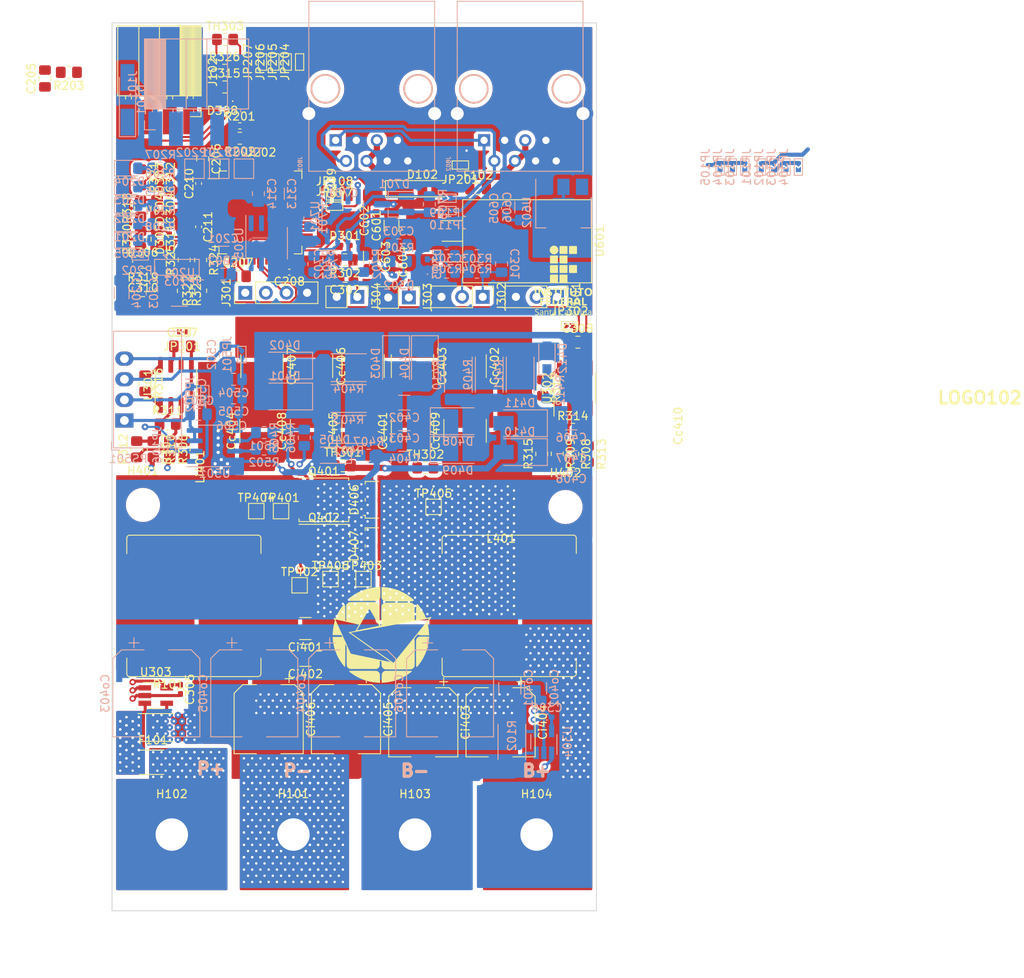
<source format=kicad_pcb>
(kicad_pcb (version 20211014) (generator pcbnew)
  (layers (0 "F.Cu" signal) (1 "In1.Cu" signal) (2 "In2.Cu" signal) (31 "B.Cu" signal) (34 "B.Paste" user) (35 "F.Paste" user) (36 "B.SilkS" user "B.Silkscreen") (37 "F.SilkS" user "F.Silkscreen") (38 "B.Mask" user) (39 "F.Mask" user) (44 "Edge.Cuts" user))
  (net 0 "")
  (net 1 "GND")
  (net 2 "/STM32/5VA")
  (net 3 "/STM32/3V_Ref")
  (net 4 "/STM32/RESET")
  (net 5 "/STM32/3V3_MCU")
  (net 6 "/STM32/3VA")
  (net 7 "/3V3_Analog")
  (net 8 "/Analog/V_temp_diode")
  (net 9 "/Analog/V_temp_mos")
  (net 10 "/Analog/V_Rad")
  (net 11 "/Analog/3V3_IPanel")
  (net 12 "/Analog/3V3_Ibat")
  (net 13 "/Analog/3V3_Vpanel")
  (net 14 "/Analog/3V3_Vbat")
  (net 15 "/Analog/V_panel_adc+")
  (net 16 "/Analog/V_bat_adc+")
  (net 17 "/Analog/I_panel_adc+")
  (net 18 "/Analog/I_bat_adc+")
  (net 19 "Net-(C402-Pad1)")
  (net 20 "/Cuk/C")
  (net 21 "Net-(C406-Pad1)")
  (net 22 "/5V_Driver")
  (net 23 "Net-(C502-Pad1)")
  (net 24 "/Cuk/S")
  (net 25 "/Cuk/driver/+15V_isolated")
  (net 26 "/Supplies/+18V")
  (net 27 "+5V")
  (net 28 "+3V3")
  (net 29 "/5V_CAN")
  (net 30 "Net-(C702-Pad1)")
  (net 31 "/IPanel+")
  (net 32 "/B+")
  (net 33 "/3V3_STM")
  (net 34 "Net-(D101-Pad2)")
  (net 35 "Net-(D102-Pad2)")
  (net 36 "Net-(D201-Pad2)")
  (net 37 "Net-(D202-Pad2)")
  (net 38 "Net-(D203-Pad2)")
  (net 39 "Net-(D204-Pad2)")
  (net 40 "Net-(D405-Pad1)")
  (net 41 "Net-(D412-Pad1)")
  (net 42 "/can/CAN_H")
  (net 43 "/can/CAN_L")
  (net 44 "/can_connector/CAN_18V")
  (net 45 "/B-")
  (net 46 "/STM32/SWDIO")
  (net 47 "/STM32/SWO")
  (net 48 "/STM32/SWCLK")
  (net 49 "/STM32/USART_RX")
  (net 50 "/STM32/USART_TX")
  (net 51 "/Analog/V_bat_unfiltered+")
  (net 52 "Net-(J302-Pad2)")
  (net 53 "/5V_STM")
  (net 54 "/PWM")
  (net 55 "/Cuk/PWM_IN")
  (net 56 "/STM32/CAN_RX")
  (net 57 "/can/CAN_RX")
  (net 58 "/STM32/CAN_TX")
  (net 59 "/can/CAN_TX")
  (net 60 "/can_connector/CAN_H")
  (net 61 "/can_connector/CAN_L")
  (net 62 "/Cuk/G0")
  (net 63 "/Cuk/G1")
  (net 64 "/STM32/BOOT0")
  (net 65 "Net-(R204-Pad1)")
  (net 66 "Net-(R205-Pad1)")
  (net 67 "Net-(R206-Pad1)")
  (net 68 "Net-(R207-Pad1)")
  (net 69 "Net-(R306-Pad1)")
  (net 70 "Net-(R307-Pad1)")
  (net 71 "Net-(R308-Pad1)")
  (net 72 "Net-(R309-Pad1)")
  (net 73 "Net-(R316-Pad1)")
  (net 74 "Net-(R316-Pad2)")
  (net 75 "Net-(R317-Pad1)")
  (net 76 "Net-(R317-Pad2)")
  (net 77 "Net-(R318-Pad1)")
  (net 78 "Net-(R320-Pad1)")
  (net 79 "Net-(R321-Pad1)")
  (net 80 "/Cuk/driver/OUT_G")
  (net 81 "Net-(R501-Pad1)")
  (net 82 "Net-(R502-Pad1)")
  (net 83 "Net-(R701-Pad1)")
  (net 84 "Net-(R702-Pad2)")
  (net 85 "Net-(TP201-Pad1)")
  (net 86 "Net-(TP202-Pad1)")
  (net 97 "/STM32/PWM_N")
  (net 107 "/P-")
  (net 108 "/P+")
  (net 109 "/IPanel-")
  (net 110 "/IBat-")
  (net 111 "/IBat+")
  (net 112 "Net-(D205-Pad2)")
  (net 113 "Net-(JP204-Pad1)")
  (net 114 "Net-(JP205-Pad1)")
  (net 115 "Net-(JP206-Pad1)")
  (net 116 "Net-(JP207-Pad1)")
  (net 117 "/STM32/Bat_OverV_Out")
  (net 118 "Net-(TP203-Pad1)")
  (net 120 "/Analog/Vbat_comp_in_EXT")
  (net 121 "/Analog/Vbat_comp_EXT")
  (net 122 "/Analog/Vbat_comp")
  (net 123 "/Cuk/A")
  (net 124 "/P+Unfused")
  (net 125 "Net-(C503-Pad1)")
  (net 126 "/Analog/V_temp_amb")
  (footprint "TestPoint:TestPoint_Pad_1.5x1.5mm" (layer "F.Cu") (at 39.624 142.748)
    (fp_text reference "TP401")
    (fp_text value "G0")
  )
  (footprint "Zenite:SolderJumper-2_P0.5mm_Open_TrianglePad0.5x0.5mm" (layer "F.Cu") (at 41.91 87.376 90)
    (fp_text reference "JP204")
    (fp_text value "ID_0")
  )
  (footprint "Zenite:MountingHole_13mmx13mm_Rectangular" (layer "F.Cu") (at 71.12 182.626)
    (fp_text reference "H104")
    (fp_text value "B+")
  )
  (footprint "Resistor_SMD:R_0805_2012Metric_Pad1.20x1.40mm_HandSolder" (layer "F.Cu") (at 22.31175 101.6 -90)
    (fp_text reference "R321")
    (fp_text value "100R 0805")
  )
  (footprint "Resistor_SMD:R_0805_2012Metric_Pad1.20x1.40mm_HandSolder" (layer "F.Cu") (at 75.565 135.716 -90)
    (fp_text reference "R308")
    (fp_text value "?")
  )
  (footprint "Zenite:L_Pulse_PM227" (layer "F.Cu") (at 28.4254 154.4287)
    (fp_text reference "Li401")
    (fp_text value "22uH 16A 13.2mOhms Shilded, ( ~3W core + copper losses)")
  )
  (footprint "Capacitor_SMD:C_0402_1005Metric_Pad0.74x0.62mm_HandSolder" (layer "F.Cu") (at 44.704 102.362 -90)
    (fp_text reference "C209")
    (fp_text value "50V 100nF X7R ±10% 0402")
  )
  (footprint "Connector_PinHeader_2.54mm:PinHeader_1x02_P2.54mm_Vertical" (layer "F.Cu") (at 49.022 116.332 -90)
    (fp_text reference "J304")
    (fp_text value "Diode_temp")
  )
  (footprint "Zenite:MountingHole_13mmx13mm_Rectangular" (layer "F.Cu") (at 26.162 182.626)
    (fp_text reference "H102")
    (fp_text value "P+")
  )
  (footprint "Resistor_SMD:R_0805_2012Metric_Pad1.20x1.40mm_HandSolder" (layer "F.Cu") (at 29.718 115.57 90)
    (fp_text reference "R322")
    (fp_text value "NC")
  )
  (footprint "Zenite:SolderJumper-2_P0.5mm_Open_TrianglePad0.5x0.5mm" (layer "F.Cu") (at 37.338 87.376 90)
    (fp_text reference "JP207")
    (fp_text value "ID_3")
  )
  (footprint "Capacitor_SMD:CP_Elec_8x10" (layer "F.Cu") (at 38.1 168.402 -90)
    (fp_text reference "Ci406")
    (fp_text value "63V 22uF A767 ±20% EB")
  )
  (footprint "Zenite:L_Pulse_PM227" (layer "F.Cu") (at 67.2874 154.4287)
    (fp_text reference "L401")
    (fp_text value "22uH 16A 13.2mOhms Shilded, ( ~3W core + copper losses)")
  )
  (footprint "Resistor_SMD:R_0805_2012Metric_Pad1.20x1.40mm_HandSolder" (layer "F.Cu") (at 32.726 84.5963)
    (fp_text reference "TH303")
    (fp_text value "NTC 10k 1SDNT2012X103F3950FTF")
  )
  (footprint "Capacitor_SMD:C_1210_3225Metric" (layer "F.Cu") (at 42.623 160.528 180)
    (fp_text reference "Ci402")
    (fp_text value "NC")
  )
  (footprint "Capacitor_SMD:C_1206_3216Metric_Pad1.33x1.80mm_HandSolder" (layer "F.Cu") (at 53.2355 107.569 90)
    (fp_text reference "C601")
    (fp_text value "50V 1uF X5R ±10% 0603")
  )
  (footprint "Resistor_SMD:R_0805_2012Metric_Pad1.20x1.40mm_HandSolder" (layer "F.Cu") (at 71.755 135.7 90)
    (fp_text reference "R315")
    (fp_text value "?")
  )
  (footprint "Zenite:SolderJumper-2_P0.5mm_Open_TrianglePad0.5x0.5mm" (layer "F.Cu") (at 61.722 100.076 180)
    (fp_text reference "JP201")
    (fp_text value "Enable Stm32 Supply")
  )
  (footprint "Capacitor_SMD:C_0805_2012Metric_Pad1.18x1.45mm_HandSolder" (layer "F.Cu") (at 27.4535 122.428)
    (fp_text reference "C307")
    (fp_text value "50V 100nF 0805")
  )
  (footprint "Capacitor_SMD:CP_Elec_8x10" (layer "F.Cu") (at 47.625 168.402 -90)
    (fp_text reference "Ci405")
    (fp_text value "63V 22uF A767 ±20% EB")
  )
  (footprint "Zenite:MountingHole_13mmx13mm_Rectangular" (layer "F.Cu") (at 41.148 182.626)
    (fp_text reference "H101")
    (fp_text value "P-")
  )
  (footprint "Connector_PinHeader_2.54mm:PinHeader_1x03_P2.54mm_Vertical" (layer "F.Cu") (at 64.4756 116.332 -90)
    (fp_text reference "J302")
    (fp_text value "Rad_sensor")
  )
  (footprint "Diode_SMD:D_0402_1005Metric_Pad0.77x0.64mm_HandSolder" (layer "F.Cu") (at 32.4045 92.2028 180)
    (fp_text reference "D308")
    (fp_text value "ESD351DPYR")
  )
  (footprint "Package_TO_SOT_SMD:TO-277A" (layer "F.Cu") (at 53.1582 147.066 90)
    (fp_text reference "D407")
    (fp_text value "V15P15HM3/H")
  )
  (footprint "MountingHole:MountingHole_3.2mm_M3" (layer "F.Cu") (at 22.606 141.986)
    (fp_text reference "H401")
    (fp_text value "Heatsink")
  )
  (footprint "Resistor_SMD:R_0805_2012Metric_Pad1.20x1.40mm_HandSolder" (layer "F.Cu") (at 23.87125 135.1185 -90)
    (fp_text reference "R307")
    (fp_text value "?")
  )
  (footprint "Diode_SMD:D_0402_1005Metric_Pad0.77x0.64mm_HandSolder" (layer "F.Cu") (at 47.498 109.982)
    (fp_text reference "D301")
    (fp_text value "ESD351DPYR")
  )
  (footprint "Capacitor_SMD:C_1210_3225Metric" (layer "F.Cu") (at 42.623 157.226 180)
    (fp_text reference "Ci401")
    (fp_text value "NC")
  )
  (footprint "Capacitor_SMD:C_0805_2012Metric_Pad1.18x1.45mm_HandSolder" (layer "F.Cu") (at 34.29 113.792)
    (fp_text reference "C207")
    (fp_text value "50V 100nF 0805")
  )
  (footprint "Resistor_SMD:R_0805_2012Metric_Pad1.20x1.40mm_HandSolder" (layer "F.Cu") (at 73.66 135.684 -90)
    (fp_text reference "R309")
    (fp_text value "?")
  )
  (footprint "Capacitor_SMD:C_2220_5650Metric" (layer "F.Cu") (at 37.2832 124.8664 -90)
    (fp_text reference "Cc407")
    (fp_text value "250V 1uF X7R ±10% 20mR 2220")
  )
  (footprint "Capacitor_SMD:C_2220_5650Metric" (layer "F.Cu") (at 55.8252 132.8674 90)
    (fp_text reference "Cc401")
    (fp_text value "250V 1uF X7R ±10% 20mR 2220")
  )
  (footprint "Capacitor_SMD:C_0805_2012Metric_Pad1.18x1.45mm_HandSolder" (layer "F.Cu") (at 24.34375 109.22 -90)
    (fp_text reference "C311")
    (fp_text value "50V 100nF 0805")
  )
  (footprint "Resistor_SMD:R_0805_2012Metric_Pad1.20x1.40mm_HandSolder" (layer "F.Cu") (at 22.31175 109.22 90)
    (fp_text reference "R320")
    (fp_text value "100R 0805")
  )
  (footprint "Diode_SMD:D_0402_1005Metric_Pad0.77x0.64mm_HandSolder" (layer "F.Cu") (at 22.606 112.014)
    (fp_text reference "D306")
    (fp_text value "ESD351DPYR")
  )
  (footprint "Capacitor_SMD:C_0805_2012Metric_Pad1.18x1.45mm_HandSolder" (layer "F.Cu") (at 76.2 121.92)
    (fp_text reference "C308")
    (fp_text value "50V 100nF 0805")
  )
  (footprint "Capacitor_SMD:C_2220_5650Metric" (layer "F.Cu") (at 55.8252 124.8664 -90)
    (fp_text reference "Cc403")
    (fp_text value "250V 1uF X7R ±10% 20mR 2220")
  )
  (footprint "TestPoint:TestPoint_Pad_1.5x1.5mm" (layer "F.Cu") (at 58.42 142.223)
    (fp_text reference "TP405")
    (fp_text value "C")
  )
  (footprint "Capacitor_SMD:C_2220_5650Metric" (layer "F.Cu") (at 43.3792 132.8674 90)
    (fp_text reference "Cc408")
    (fp_text value "250V 1uF X7R ±10% 20mR 2220")
  )
  (footprint "Resistor_SMD:R_0805_2012Metric_Pad1.20x1.40mm_HandSolder" (layer "F.Cu") (at 27.68125 135.1345 90)
    (fp_text reference "R310")
    (fp_text value "?")
  )
  (footprint "Package_QFP:LQFP-64_10x10mm_P0.5mm" (layer "F.Cu") (at 37.084 105.918)
    (fp_text reference "U202")
    (fp_text value "STM32L431RCTx")
  )
  (footprint "Resistor_SMD:R_0805_2012Metric_Pad1.20x1.40mm_HandSolder" (layer "F.Cu") (at 27.588 115.586 -90)
    (fp_text reference "R323")
    (fp_text value "NC")
  )
  (footprint "Zenite:MountingHole_13mmx13mm_Rectangular" (layer "F.Cu") (at 56.134 182.626)
    (fp_text reference "H103")
    (fp_text value "B-")
  )
  (footprint "Zenite:SolderJumper-2_P0.5mm_Open_TrianglePad0.5x0.5mm" (layer "F.Cu") (at 46.228 103.886)
    (fp_text reference "JP108")
    (fp_text value "CAN_TX")
  )
  (footprint "Package_SO:SOIC-8_3.9x4.9mm_P1.27mm" (layer "F.Cu") (at 75.819 127.588 90)
    (fp_text reference "U302")
    (fp_text value "INA823DT")
  )
  (footprint "Capacitor_SMD:C_0805_2012Metric_Pad1.18x1.45mm_HandSolder" (layer "F.Cu") (at 32.7045 90.4548)
    (fp_text reference "C315")
    (fp_text value "50V 100nF 0805")
  )
  (footprint "Resistor_SMD:R_0805_2012Metric_Pad1.20x1.40mm_HandSolder" (layer "F.Cu") (at 77.47 135.716 -90)
    (fp_text reference "R313")
    (fp_text value "?")
  )
  (footprint "Capacitor_SMD:C_2220_5650Metric" (layer "F.Cu") (at 37.1562 132.8674 90)
    (fp_text reference "Cc404")
    (fp_text value "250V 1uF X7R ±10% 20mR 2220")
  )
  (footprint "TestPoint:TestPoint_Pad_1.5x1.5mm" (layer "F.Cu") (at 49.784 151.13)
    (fp_text reference "TP403")
    (fp_text value "D")
  )
  (footprint "Capacitor_SMD:C_0805_2012Metric_Pad1.18x1.45mm_HandSolder" (layer "F.Cu") (at 29.972 99.314 -90)
    (fp_text reference "C206")
    (fp_text value "50V 100nF 0805")
  )
  (footprint "Zenite:PinSocket_1x04_P2.54mm_Horizontal_SMD" (layer "F.Cu") (at 28.448 93.0005 -90)
    (fp_text reference "J102")
    (fp_text value "USART")
  )
  (footprint "TestPoint:TestPoint_Pad_1.5x1.5mm" (layer "F.Cu") (at 41.91 151.892)
    (fp_text reference "TP402")
    (fp_text value "G1")
  )
  (footprint "Capacitor_SMD:C_0805_2012Metric_Pad1.18x1.45mm_HandSolder" (layer "F.Cu") (at 22.606 113.538 180)
    (fp_text reference "C310")
    (fp_text value "50V 100nF 0805")
  )
  (footprint "Resistor_SMD:R_0805_2012Metric_Pad1.20x1.40mm_HandSolder" (layer "F.Cu") (at 13.478 88.646 180)
    (fp_text reference "R203")
    (fp_text value "10kR 0805")
  )
  (footprint "Zenite:SolderJumper-2_P0.5mm_Open_TrianglePad0.5x0.5mm" (layer "F.Cu") (at 40.386 87.376 90)
    (fp_text reference "JP205")
    (fp_text value "ID_1")
  )
  (footprint "Zenite:TDSON-8-3" (layer "F.Cu") (at 44.9032 141.351)
    (fp_text reference "Q401")
    (fp_text value "BSC093N15NS5")
  )
  (footprint "Resistor_SMD:R_0805_2012Metric_Pad1.20x1.40mm_HandSolder" (layer "F.Cu") (at 47.498 111.76 180)
    (fp_text reference "R302")
    (fp_text value "?")
  )
  (footprint "Zenite:SolderJumper-2_P0.5mm_Open_TrianglePad0.5x0.5mm" (layer "F.Cu") (at 75.184 119.888)
    (fp_text reference "JP302")
    (fp_text value "Disable_Vbat")
  )
  (footprint "Capacitor_SMD:C_1206_3216Metric_Pad1.33x1.80mm_HandSolder" (layer "F.Cu") (at 50.6955 111.379 -90)
    (fp_text reference "C603")
    (fp_text value "25V 10uF X5R ±10% 0805")
  )
  (footprint "Zenite:SolderJumper-2_P0.5mm_Open_TrianglePad0.5x0.5mm" (layer "F.Cu") (at 38.862 87.376 90)
    (fp_text reference "JP206")
    (fp_text value "ID_2")
  )
  (footprint "Zenite:TO-220-3_Horizontal_TabDown_SMD" (layer "F.Cu") (at 58.3155 106.934 -90)
    (fp_text reference "U601")
    (fp_text value "VXO7805-1000")
  )
  (footprint "MountingHole:MountingHole_3.2mm_M3" (layer "F.Cu") (at 74.676 142.24)
    (fp_text reference "H402")
    (fp_text value "Heatsink")
  )
  (footprint "Capacitor_SMD:C_0805_2012Metric_Pad1.18x1.45mm_HandSolder" (layer "F.Cu") (at 10.53055 89.408 90)
    (fp_text reference "C205")
    (fp_text value "50V 100nF 0805")
  )
  (footprint "Zenite:synbol_logoifsc" (layer "F.Cu") (at 74.422 114.3)
    (fp_text reference "LOGO102")
    (fp_text value "Logo_Open_Hardware_Small" hide)
  )
  (footprint "Capacitor_SMD:CP_Elec_8x10" (layer "F.Cu") (at 66.675 168.783 -90)
    (fp_text reference "Ci404")
    (fp_text value "63V 22uF A767 ±20% EB")
  )
  (footprint "Capacitor_SMD:C_0603_1608Metric_Pad1.08x0.95mm_HandSolder" (layer "F.Cu") (at 53.2355 112.014 -90)
    (fp_text reference "C604")
    (fp_text value "50V 100nF X7R ±10% 0402")
  )
  (footprint "Fuse:Fuse_0805_2012Metric_Pad1.15x1.40mm_HandSolder" (layer "F.Cu") (at 63.9035 102.997)
    (fp_text reference "F102")
    (fp_text value "500mA SMD0805B050TF ")
  )
  (footprint "Capacitor_SMD:C_0402_1005Metric_Pad0.74x0.62mm_HandSolder" (layer "F.Cu") (at 29.464 102.362 90)
    (fp_text reference "C210")
    (fp_text value "50V 100nF X7R ±10% 0402")
  )
  (footprint "Resistor_SMD:R_0805_2012Metric_Pad1.20x1.40mm_HandSolder" (layer "F.Cu") (at 27.686 111.776 90)
    (fp_text reference "R325")
    (fp_text value "?")
  )
  (footprint "Resistor_SMD:R_2512_6332Metric_Pad1.40x3.35mm_HandSolder" (layer "F.Cu") (at 24.1835 169.425)
    (fp_text reference "R101")
    (fp_text value "1.0mR 1% 5W 50ppm")
  )
  (footprint "Diode_SMD:D_0402_1005Metric_Pad0.77x0.64mm_HandSolder" (layer "F.Cu") (at 25.86775 101.616 90)
    (fp_text reference "D307")
    (fp_text value "ESD351DPYR")
  )
  (footprint "Connector_PinHeader_2.54mm:PinHeader_1x03_P2.54mm_Vertical" (layer "F.Cu") (at 73.645 116.332 -90)
    (fp_text reference "J601")
    (fp_text value "Supplies")
  )
  (footprint "Capacitor_SMD:C_2220_5650Metric" (layer "F.Cu") (at 62.3022 124.8664 -90)
    (fp_text reference "Cc402")
    (fp_text value "250V 1uF X7R ±10% 20mR 2220")
  )
  (footprint "Resistor_SMD:R_0805_2012Metric_Pad1.20x1.40mm_HandSolder" (layer "F.Cu") (at 25.654 132.018)
    (fp_text reference "R311")
    (fp_text value "?")
  )
  (footprint "Zenite:TDSON-8-3" (layer "F.Cu") (at 44.9032 147.066)
    (fp_text reference "Q402")
    (fp_text value "BSC093N15NS5")
  )
  (footprint "Capacitor_SMD:C_2220_5650Metric" (layer "F.Cu") (at 43.3792 124.8664 -90)
    (fp_text reference "Cc406")
    (fp_text value "250V 1uF X7R ±10% 20mR 2220")
  )
  (footprint "Capacitor_SMD:C_2220_5650Metric" (layer "F.Cu") (at 49.7292 124.8664 -90)
    (fp_text reference "Cc410")
    (fp_text value "250V 1uF X7R ±10% 20mR 2220")
  )
  (footprint "Package_SO:SOIC-8_3.9x4.9mm_P1.27mm" (layer "F.Cu") (at 26.67 127.192 90)
    (fp_text reference "U301")
    (fp_text value "INA823DT")
  )
  (footprint "Capacitor_SMD:C_0603_1608Metric_Pad1.08x0.95mm_HandSolder" (layer "F.Cu") (at 51.3305 106.934 90)
    (fp_text reference "C602")
    (fp_text value "50V 100nF X7R ±10% 0402")
  )
  (footprint "Resistor_SMD:R_0805_2012Metric_Pad1.20x1.40mm_HandSolder" (layer "F.Cu") (at 34.544 96.774 180)
    (fp_text reference "R202")
    (fp_text value "10kR 0805")
  )
  (footprint "Resistor_SMD:R_0805_2012Metric_Pad1.20x1.40mm_HandSolder" (layer "F.Cu") (at 22.86 127 -90)
    (fp_text reference "R316")
    (fp_text value "?")
  )
  (footprint "Capacitor_SMD:C_0402_1005Metric_Pad0.74x0.62mm_HandSolder" (layer "F.Cu") (at 29.464 107.696 -90)
    (fp_text reference "C211")
    (fp_text value "50V 100nF X7R ±10% 0402")
  )
  (footprint "Package_TO_SOT_SMD:TO-277A" (layer "F.Cu") (at 53.1582 141.351 90)
    (fp_text reference "D406")
    (fp_text value "V15P15HM3/H")
  )
  (footprint "Capacitor_SMD:CP_Elec_8x10" (layer "F.Cu") (at 57.15 168.783 -90)
    (fp_text reference "Ci403")
    (fp_text value "63V 22uF A767 ±20% EB")
  )
  (footprint "Resistor_SMD:R_0402_1005Metric" (layer "F.Cu") (at 34.544 95.25)
    (fp_text reference "R201")
    (fp_text value "BOOT0")
  )
  (footprint "Resistor_SMD:R_0805_2012Metric_Pad1.20x1.40mm_HandSolder" (layer "F.Cu") (at 32.6585 88.3928)
    (fp_text reference "R326")
    (fp_text value "?")
  )
  (footprint "Zenite:symbol_logoZenite" (layer "F.Cu") (at 52.07 157.988)
    (fp_text reference "LOGO101" hide)
    (fp_text value "Logo_Open_Hardware_Small" hide)
  )
  (footprint "Resistor_SMD:R_0805_2012Metric_Pad1.20x1.40mm_HandSolder" (layer "F.Cu") (at 29.718 111.792 -90)
    (fp_text reference "R324")
    (fp_text value "?")
  )
  (footprint "Connector_PinHeader_2.54mm:PinHeader_1x02_P2.54mm_Vertical" (layer "F.Cu") (at 55.372 116.4082 -90)
    (fp_text reference "J303")
    (fp_text value "Mos_temp")
  )
  (footprint "TestPoint:TestPoint_Pad_1.5x1.5mm" (layer "F.Cu") (at 36.576 142.748)
    (fp_text reference "TP404")
    (fp_text value "S")
  )
  (footprint "Capacitor_SMD:C_2220_5650Metric" (layer "F.Cu") (at 62.3022 132.8674 90)
    (fp_text reference "Cc409")
    (fp_text value "250V 1uF X7R ±10% 20mR 2220")
  )
  (footprint "Capacitor_SMD:C_0402_1005Metric_Pad0.74x0.62mm_HandSolder" (layer "F.Cu") (at 27.2315 164.726 -90)
    (fp_text reference "C305")
    (fp_text value "50V 100nF X7R ±10% 0402")
  )
  (footprint "Resistor_SMD:R_0805_2012Metric_Pad1.20x1.40mm_HandSolder" (layer "F.Cu") (at 57.404 137.414)
    (fp_text reference "TH302")
    (fp_text value "NTC 10k 1SDNT2012X103F3950FTF")
  )
  (footprint "Capacitor_SMD:C_0805_2012Metric_Pad1.18x1.45mm_HandSolder" (layer "F.Cu") (at 24.34375 105.41 -90)
    (fp_text reference "C309")
    (fp_text value "50V 100nF 0805")
  )
  (footprint "Resistor_SMD:R_0805_2012Metric_Pad1.20x1.40mm_HandSolder" (layer "F.Cu") (at 75.581 132.668)
    (fp_text reference "R314")
    (fp_text value "?")
  )
  (footprint "Resistor_SMD:R_0805_2012Metric_Pad1.20x1.40mm_HandSolder" (layer "F.Cu") (at 47.244 137.16)
    (fp_text reference "TH301")
    (fp_text value "NTC 10k 1SDNT2012X103F3950FTF")
  )
  (footprint "Capacitor_SMD:C_0402_1005Metric_Pad0.74x0.62mm_HandSolder" (layer "F.Cu") (at 40.64 113.284 180)
    (fp_text reference "C208")
    (fp_text value "50V 100nF X7R ±10% 0402")
  )
  (footprint "Capacitor_SMD:C_0805_2012Metric_Pad1.18x1.45mm_HandSolder" (layer "F.Cu") (at 47.498 113.792 180)
    (fp_text reference "C302")
    (fp_text value "50V 100nF 0805")
  )
  (footprint "Zenite:SolderJumper-2_P0.5mm_Open_TrianglePad0.5x0.5mm" (layer "F.Cu") (at 27.432 120.65 180)
    (fp_text reference "JP301")
    (fp_text value "Disable_Vpanel")
  )
  (footprint "Diode_SMD:D_0402_1005Metric_Pad0.77x0.64mm_HandSolder" (layer "F.Cu") (at 25.86775 109.22 90)
    (fp_text reference "D305")
    (fp_text value "ESD351DPYR")
  )
  (footprint "Capacitor_SMD:C_0805_2012Metric_Pad1.18x1.45mm_HandSolder" (layer "F.Cu") (at 24.34375 101.616 -90)
    (fp_text reference "C312")
    (fp_text value "50V 100nF 0805")
  )
  (footprint "Connector_PinHeader_2.54mm:PinHeader_1x04_P2.54mm_Vertical" (layer "F.Cu") (at 35.2144 115.824 90)
    (fp_text reference "J301")
    (fp_text value "Overvoltage_protection")
  )
  (footprint "Zenite:S6125-F" (layer "F.Cu") (at 23.866 173.616)
    (fp_text reference "F101")
    (fp_text value "65V 20A 3mOhms Fuse")
  )
  (footprint "Resistor_SMD:R_0805_2012Metric_Pad1.20x1.40mm_HandSolder" (layer "F.Cu") (at 71.882 127.524 -90)
    (fp_text reference "R317")
    (fp_text value "?")
  )
  (footprint "Resistor_SMD:R_0805_2012Metric_Pad1.20x1.40mm_HandSolder" (layer "F.Cu") (at 22.31175 105.41 90)
    (fp_text reference "R318")
    (fp_text value "100R 0805")
  )
  (footprint "TestPoint:TestPoint_Pad_1.5x1.5mm" (layer "F.Cu") (at 45.72 151.13)
    (fp_text reference "TP406")
    (fp_text value "A")
  )
  (footprint "Resistor_SMD:R_0805_2012Metric_Pad1.20x1.40mm_HandSolder" (layer "F.Cu") (at 21.83925 135.1185 90)
    (fp_text reference "R312")
    (fp_text value "?")
  )
  (footprint "Package_TO_SOT_SMD:SOT-23-5_HandSoldering" (layer "F.Cu") (at 24.1835 165.488)
    (fp_text reference "U303")
    (fp_text value "INA293A4")
  )
  (footprint "Resistor_SMD:R_0805_2012Metric_Pad1.20x1.40mm_HandSolder" (layer "F.Cu") (at 25.90325 135.1345 -90)
    (fp_text reference "R306")
    (fp_text value "?")
  )
  (footprint "Capacitor_SMD:C_2220_5650Metric" (layer "F.Cu") (at 49.7292 132.8674 90)
    (fp_text reference "Cc405")
    (fp_text value "250V 1uF X7R ±10% 20mR 2220")
  )
  (footprint "Zenite:SolderJumper-2_P0.5mm_Open_TrianglePad0.5x0.5mm" (layer "F.Cu") (at 46.228 105.156)
    (fp_text reference "JP107")
    (fp_text value "CAN_RX")
  )
  (footprint "Resistor_SMD:R_0805_2012Metric_Pad1.20x1.40mm_HandSolder" (layer "F.Cu") (at 22.606 115.57)
    (fp_text reference "R319")
    (fp_text value "100R 0805")
  )
  (footprint "Diode_SMD:D_MiniMELF_Handsoldering" (layer "F.Cu") (at 57.0455 102.997)
    (fp_text reference "D102")
    (fp_text value "LL4148")
  )
  (footprint "Diode_SMD:D_0402_1005Metric_Pad0.77x0.64mm_HandSolder" (layer "F.Cu") (at 25.86775 105.41 90)
    (fp_text reference "D304")
    (fp_text value "ESD351DPYR")
  )
  (footprint "Diode_SMD:D_0402_1005Metric_Pad0.77x0.64mm_HandSolder" (layer "B.Cu") (at 57.658 112.268 90)
    (fp_text reference "D303")
    (fp_text value "ESD351DPYR")
  )
  (footprint "Resistor_SMD:R_0805_2012Metric_Pad1.20x1.40mm_HandSolder" (layer "B.Cu") (at 37.5372 135.0912)
    (fp_text reference "R502")
    (fp_text value "4.7R 0805")
  )
  (footprint "Diode_SMD:D_MiniMELF_Handsoldering" (layer "B.Cu") (at 20.701 92.031 90)
    (fp_text reference "D101")
    (fp_text value "LL4148")
  )
  (footprint "Zenite:SolderJumper-2_P0.5mm_Open_TrianglePad0.5x0.5mm" (layer "B.Cu") (at 30.226 128.27 -90)
    (fp_text reference "JP502")
    (fp_text value "Enable_Driver_5V")
  )
  (footprint "Resistor_SMD:R_0805_2012Metric_Pad1.20x1.40mm_HandSolder" (layer "B.Cu") (at 43.677626 112.2805 90)
    (fp_text reference "R703")
    (fp_text value "520R 0805")
  )
  (footprint "Resistor_SMD:R_0805_2012Metric_Pad1.20x1.40mm_HandSolder" (layer "B.Cu") (at 24.77545 107.3218 180)
    (fp_text reference "R204")
    (fp_text value "1kR 0805")
  )
  (footprint "Capacitor_SMD:C_0805_2012Metric_Pad1.18x1.45mm_HandSolder" (layer "B.Cu") (at 33.782 126.492)
    (fp_text reference "C504")
    (fp_text value "50V 10nF 0805")
  )
  (footprint "Resistor_SMD:R_0805_2012Metric_Pad1.20x1.40mm_HandSolder" (layer "B.Cu") (at 42.4902 133.6942 -90)
    (fp_text reference "R406")
    (fp_text value "1R 0805")
  )
  (footprint "Zenite:SolderJumper-2_P0.5mm_Open_TrianglePad0.5x0.5mm" (layer "B.Cu") (at 60.187626 104.1685)
    (fp_text reference "JP109")
    (fp_text value "CAN_H")
  )
  (footprint "Zenite:SolderJumper-2_P0.5mm_Open_TrianglePad0.5x0.5mm" (layer "B.Cu") (at 101.854 100.33 -90)
    (fp_text reference "JP303")
    (fp_text value "Disabel_Ipanel")
  )
  (footprint "Capacitor_SMD:C_0805_2012Metric_Pad1.18x1.45mm_HandSolder" (layer "B.Cu") (at 32.4735 113.538 180)
    (fp_text reference "C202")
    (fp_text value "50V 100nF 0805")
  )
  (footprint "Capacitor_SMD:C_0402_1005Metric_Pad0.74x0.62mm_HandSolder" (layer "B.Cu") (at 47.233626 102.3745)
    (fp_text reference "C701")
    (fp_text value "50V 100nF X7R ±10% 0402")
  )
  (footprint "Capacitor_SMD:C_1206_3216Metric_Pad1.33x1.80mm_HandSolder" (layer "B.Cu") (at 75.3872 136.906)
    (fp_text reference "C408")
    (fp_text value "NC")
  )
  (footprint "Resistor_SMD:R_0805_2012Metric_Pad1.20x1.40mm_HandSolder" (layer "B.Cu") (at 57.901626 104.9145 90)
    (fp_text reference "R705")
    (fp_text value "NC")
  )
  (footprint "Zenite:SolderJumper-2_P0.5mm_Open_TrianglePad0.5x0.5mm" (layer "B.Cu") (at 34.798 123.444 -90)
    (fp_text reference "JP501")
    (fp_text value "Enable_Driver")
  )
  (footprint "Zenite:SolderJumper-2_P0.5mm_Open_TrianglePad0.5x0.5mm" (layer "B.Cu") (at 103.378 100.33 -90)
    (fp_text reference "JP304")
    (fp_text value "Disable_Ibat")
  )
  (footprint "Resistor_SMD:R_0805_2012Metric_Pad1.20x1.40mm_HandSolder" (layer "B.Cu") (at 63.754 113.284 180)
    (fp_text reference "R303")
    (fp_text value "?")
  )
  (footprint "Zenite:SolderJumper-2_P0.5mm_Open_TrianglePad0.5x0.5mm" (layer "B.Cu") (at 96.774 100.33 -90)
    (fp_text reference "JP103")
    (fp_text value "Enable_STM_5V")
  )
  (footprint "Diode_SMD:D_SMA" (layer "B.Cu") (at 69.0372 135.4722 180)
    (fp_text reference "D410")
    (fp_text value "C2848681 150V 1A Schottky")
  )
  (footprint "Resistor_SMD:R_2512_6332Metric_Pad1.40x3.35mm_HandSolder" (layer "B.Cu") (at 68.072 171.194 90)
    (fp_text reference "R102")
    (fp_text value "1.5mR 1% 5W 50ppm")
  )
  (footprint "Capacitor_SMD:C_0805_2012Metric_Pad1.18x1.45mm_HandSolder" (layer "B.Cu") (at 54.126644 109.9312 180)
    (fp_text reference "C303")
    (fp_text value "50V 100nF 0805")
  )
  (footprint "Jumper:SolderJumper-3_P2.0mm_Open_TrianglePad1.0x1.5mm" (layer "B.Cu") (at 26.7954 112.6621)
    (fp_text reference "JP203")
    (fp_text value "Analog_Ref")
  )
  (footprint "Resistor_SMD:R_0805_2012Metric_Pad1.20x1.40mm_HandSolder" (layer "B.Cu") (at 54.148144 111.9632 180)
    (fp_text reference "R301")
    (fp_text value "?")
  )
  (footprint "Capacitor_SMD:C_1206_3216Metric_Pad1.33x1.80mm_HandSolder" (layer "B.Cu") (at 19.982 115.8625 90)
    (fp_text reference "C204")
    (fp_text value "50V 4.7uF X7R ±10% 1206")
  )
  (footprint "Capacitor_SMD:C_1206_3216Metric_Pad1.33x1.80mm_HandSolder" (layer "B.Cu") (at 69.342 105.283 -90)
    (fp_text reference "C606")
    (fp_text value "50V 1uF X5R ±10% 0603")
  )
  (footprint "Capacitor_SMD:CP_Elec_10x12.5" (layer "B.Cu") (at 60.452 165.218 -90)
    (fp_text reference "Co406")
    (fp_text value "100V 22uF A767  ±20% 38mR EB")
  )
  (footprint "Capacitor_SMD:C_1206_3216Metric_Pad1.33x1.80mm_HandSolder" (layer "B.Cu") (at 75.3872 134.366)
    (fp_text reference "C407")
    (fp_text value "NC")
  )
  (footprint "Resistor_SMD:R_0805_2012Metric_Pad1.20x1.40mm_HandSolder" (layer "B.Cu") (at 24.75945 105.0358 180)
    (fp_text reference "R205")
    (fp_text value "1kR 0805")
  )
  (footprint "Resistor_SMD:R_0805_2012Metric_Pad1.20x1.40mm_HandSolder" (layer "B.Cu") (at 60.035856 111.252)
    (fp_text reference "R305")
    (fp_text value "?")
  )
  (footprint "Diode_SMD:D_SMA" (layer "B.Cu") (at 61.4172 131.6622)
    (fp_text reference "D408")
    (fp_text value "C2848681 150V 1A Schottky")
  )
  (footprint "Capacitor_SMD:C_0603_1608Metric_Pad1.08x0.95mm_HandSolder" (layer "B.Cu") (at 67.31 105.41 -90)
    (fp_text reference "C605")
    (fp_text value "50V 100nF X7R ±10% 0402")
  )
  (footprint "Capacitor_SMD:C_0805_2012Metric_Pad1.18x1.45mm_HandSolder" (layer "B.Cu") (at 66.802 112.268 90)
    (fp_text reference "C301")
    (fp_text value "50V 100nF 0805")
  )
  (footprint "Zenite:SolderJumper-2_P0.5mm_Open_TrianglePad0.5x0.5mm" (layer "B.Cu") (at 22.268 111.2905)
    (fp_text reference "JP202")
    (fp_text value "Enable Voltage Reference")
  )
  (footprint "LED_SMD:LED_0805_2012Metric_Pad1.15x1.40mm_HandSolder" (layer "B.Cu") (at 20.94945 109.3538)
    (fp_text reference "D205")
    (fp_text value "Bat_OverV_Out")
  )
  (footprint "Resistor_SMD:R_0805_2012Metric_Pad1.20x1.40mm_HandSolder" (layer "B.Cu") (at 49.773626 112.2805 90)
    (fp_text reference "R702")
    (fp_text value "300R 0805")
  )
  (footprint "Resistor_SMD:R_0805_2012Metric_Pad1.20x1.40mm_HandSolder" (layer "B.Cu") (at 43.169626 106.6925 90)
    (fp_text reference "R701")
    (fp_text value "4k7 0805")
  )
  (footprint "Converter_DCDC:Converter_DCDC_Murata_MEE3SxxxxSC_THT" (layer "B.Cu") (at 20.32 131.572)
    (fp_text reference "PS501")
    (fp_text value "PDSE1-S5-S24-S")
  )
  (footprint "Capacitor_SMD:C_1206_3216Metric_Pad1.33x1.80mm_HandSolder" (layer "B.Cu") (at 32.4735 110.998 180)
    (fp_text reference "C201")
    (fp_text value "50V 4.7uF X7R ±10% 1206")
  )
  (footprint "Capacitor_SMD:C_0603_1608Metric_Pad1.08x0.95mm_HandSolder" (layer "B.Cu") (at 45.709626 112.2805 -90)
    (fp_text reference "C702")
    (fp_text value "50V 4.7nF X7R ±5% 0603")
  )
  (footprint "Capacitor_SMD:C_1210_3225Metric" (layer "B.Cu") (at 67.818 164.592 90)
    (fp_text reference "Co401")
    (fp_text value "100V 10uF X7R ±10% 3mR 1210")
  )
  (footprint "Diode_SMD:D_SMA" (layer "B.Cu") (at 69.0372 131.9162 180)
    (fp_text reference "D411")
    (fp_text value "C2848681 150V 1A Schottky")
  )
  (footprint "Capacitor_SMD:C_0805_2012Metric_Pad1.18x1.45mm_HandSolder" (layer "B.Cu") (at 33.782 128.778)
    (fp_text reference "C505")
    (fp_text value "50V 100nF 0805")
  )
  (footprint "Package_SO:SOIC-8_3.9x4.9mm_P1.27mm" (layer "B.Cu") (at 31.4452 134.7102)
    (fp_text reference "U501")
    (fp_text value "1EDI60N12AF")
  )
  (footprint "Resistor_SMD:R_0805_2012Metric_Pad1.20x1.40mm_HandSolder" (layer "B.Cu") (at 24.75945 100.4638 180)
    (fp_text reference "R207")
    (fp_text value "1kR 0805")
  )
  (footprint "Capacitor_SMD:C_0805_2012Metric_Pad1.18x1.45mm_HandSolder" (layer "B.Cu") (at 29.464 130.81 180)
    (fp_text reference "C503")
    (fp_text value "50V 100nF 0805")
  )
  (footprint "Resistor_SMD:R_0805_2012Metric_Pad1.20x1.40mm_HandSolder" (layer "B.Cu") (at 24.75945 109.3538 180)
    (fp_text reference "R208")
    (fp_text value "1kR 0805")
  )
  (footprint "Resistor_SMD:R_2512_6332Metric_Pad1.40x3.35mm_HandSolder" (layer "B.Cu") (at 61.468 125.9218 -90)
    (fp_text reference "R410")
    (fp_text value "2W 200V 10R ±5% 2512")
  )
  (footprint "LED_SMD:LED_0805_2012Metric_Pad1.15x1.40mm_HandSolder" (layer "B.Cu") (at 20.94945 102.7498)
    (fp_text reference "D203")
    (fp_text value "LED_1")
  )
  (footprint "Resistor_SMD:R_2512_6332Metric_Pad1.40x3.35mm_HandSolder" (layer "B.Cu") (at 47.9512 132.6782)
    (fp_text reference "R402")
    (fp_text value "2W 200V 10R ±5% 2512")
  )
  (footprint "Resistor_SMD:R_0805_2012Metric_Pad1.20x1.40mm_HandSolder" (layer "B.Cu") (at 47.741626 112.2805 -90)
    (fp_text reference "R704")
    (fp_text value "520R 0805")
  )
  (footprint "Diode_SMD:D_SMA" (layer "B.Cu") (at 40.1132 124.8042 180)
    (fp_text reference "D402")
    (fp_text value "C2848681 150V 1A Schottky")
  )
  (footprint "Resistor_SMD:R_0805_2012Metric_Pad1.20x1.40mm_HandSolder" (layer "B.Cu") (at 40.4582 133.6942 -90)
    (fp_text reference "R405")
    (fp_text value "1R 0805")
  )
  (footprint "Capacitor_SMD:C_0805_2012Metric_Pad1.18x1.45mm_HandSolder" (layer "B.Cu") (at 32.766 123.444 -90)
    (fp_text reference "C502")
    (fp_text value "25V 10uF X5R ±10% 0805")
  )
  (footprint "Package_TO_SOT_SMD:SOT-23_Handsoldering" (layer "B.Cu") (at 53.583626 104.9145 180)
    (fp_text reference "D701")
    (fp_text value "PESD1CAN")
  )
  (footprint "Zenite:SolderJumper-2_P0.5mm_Open_TrianglePad0.5x0.5mm" (layer "B.Cu") (at 98.806 100.33 -90)
    (fp_text reference "JP101")
    (fp_text value "Enable_STM_3V3")
  )
  (footprint "Zenite:RJ45_YH59_01" (layer "B.Cu") (at 46.35 97.028)
    (fp_text reference "J801")
    (fp_text value "RJ45_Shielded")
  )
  (footprint "Package_SO:SOIC-8_3.9x4.9mm_P1.27mm" (layer "B.Cu") (at 37.846 109.728 -90)
    (fp_text reference "U305")
    (fp_text value "TL7726IDR_1")
  )
  (footprint "Resistor_SMD:R_0805_2012Metric_Pad1.20x1.40mm_HandSolder" (layer "B.Cu") (at 24.75945 102.7498 180)
    (fp_text reference "R206")
    (fp_text value "1kR 0805")
  )
  (footprint "Zenite:RJ45_YH59_01" (layer "B.Cu") (at 64.638 97.028)
    (fp_text reference "J802")
    (fp_text value "RJ45_Shielded")
  )
  (footprint "Package_SO:SOIC-8_3.9x4.9mm_P1.27mm" (layer "B.Cu") (at 47.233626 106.4385 -90)
    (fp_text reference "U701")
    (fp_text value "MCP2551")
  )
  (footprint "Zenite:SolderJumper-2_P0.5mm_Open_TrianglePad0.5x0.5mm" (layer "B.Cu") (at 60.187626 105.6925)
    (fp_text reference "JP110")
    (fp_text value "CAN_L")
  )
  (footprint "Diode_SMD:D_0402_1005Metric_Pad0.77x0.64mm_HandSolder" (layer "B.Cu") (at 54.148144 113.7412)
    (fp_text reference "D302")
    (fp_text value "ESD351DPYR")
  )
  (footprint "Capacitor_SMD:C_0603_1608Metric_Pad1.08x0.95mm_HandSolder" (layer "B.Cu") (at 33.528 130.81)
    (fp_text reference "C506")
    (fp_text value "50V 1uF X5R ±10% 0603")
  )
  (footprint "Capacitor_SMD:CP_Elec_10x12.5" (layer "B.Cu") (at 24.257 165.218 -90)
    (fp_text reference "Co403")
    (fp_text value "100V 22uF A767  ±20% 38mR EB")
  )
  (footprint "LED_SMD:LED_0805_2012Metric_Pad1.15x1.40mm_HandSolder" (layer "B.Cu") (at 20.94945 107.3218)
    (fp_text reference "D201")
    (fp_text value "CAN_TX_LED")
  )
  (footprint "Capacitor_SMD:C_1206_3216Metric_Pad1.33x1.80mm_HandSolder" (layer "B.Cu") (at 54.8132 134.4562)
    (fp_text reference "C404")
    (fp_text value "NC")
  )
  (footprint "Diode_SMD:D_SOD-123F" (layer "B.Cu") (at 46.1042 135.8532 180)
    (fp_text reference "D405")
    (fp_text value "SMF100A")
  )
  (footprint "Diode_SMD:D_SMA" (layer "B.Cu") (at 57.3492 124.5182 -90)
    (fp_text reference "D404")
    (fp_text value "C2848681 150V 1A Schottky")
  )
  (footprint "Package_TO_SOT_SMD:SOT-23-5_HandSoldering" (layer "B.Cu") (at 72.009 171.194 90)
    (fp_text reference "U304")
    (fp_text value "INA293A4")
  )
  (footprint "Capacitor_SMD:C_0402_1005Metric_Pad0.74x0.62mm_HandSolder" (layer "B.Cu") (at 72.39 168.148 180)
    (fp_text reference "C306")
    (fp_text value "50V 100nF X7R ±10% 0402")
  )
  (footprint "Zenite:PinSocket_1x05_P2.54mm_Horizontal_SMD" (layer "B.Cu") (at 24.13 94.6218 -90)
    (fp_text reference "J101")
    (fp_text value "ST_LINK")
  )
  (footprint "Resistor_SMD:R_2512_6332Metric_Pad1.40x3.35mm_HandSolder" (layer "B.Cu") (at 47.9512 128.8682)
    (fp_text reference "R403")
    (fp_text value "2W 200V 10R ±5% 2512")
  )
  (footprint "Resistor_SMD:R_2512_6332Metric_Pad1.40x3.35mm_HandSolder" (layer "B.Cu") (at 47.9512 125.0582)
    (fp_text reference "R404")
    (fp_text value "2W 200V 10R ±5% 2512")
  )
  (footprint "Diode_SMD:D_SOD-123F" (layer "B.Cu") (at 72.39 123.7882 90)
    (fp_text reference "D412")
    (fp_text value "SMF100A")
  )
  (footprint "Capacitor_SMD:CP_Elec_10x12.5" (layer "B.Cu") (at 36.322 165.218 -90)
    (fp_text reference "Co405")
    (fp_text value "100V 22uF A767  ±20% 38mR EB")
  )
  (footprint "Diode_SMD:D_SMA" (layer "B.Cu") (at 53.7932 124.5182 -90)
    (fp_text reference "D403")
    (fp_text value "C2848681 150V 1A Schottky")
  )
  (footprint "Resistor_SMD:R_0805_2012Metric_Pad1.20x1.40mm_HandSolder" (layer "B.Cu") (at 63.754 111.252)
    (fp_text reference "R304")
    (fp_text value "?")
  )
  (footprint "Capacitor_SMD:C_0603_1608Metric_Pad1.08x0.95mm_HandSolder" (layer "B.Cu") (at 28.448 128.27 90)
    (fp_text reference "C501")
    (fp_text value "50V 1uF X5R ±10% 0603")
  )
  (footprint "Capacitor_SMD:CP_Elec_10x12.5" (layer "B.Cu") (at 48.387 165.218 -90)
    (fp_text reference "Co404")
    (fp_text value "100V 22uF A767  ±20% 38mR EB")
  )
  (footprint "Resistor_SMD:R_0805_2012Metric_Pad1.20x1.40mm_HandSolder" (layer "B.Cu") (at 72.39 127.8522 90)
    (fp_text reference "R412")
    (fp_text value "0R")
  )
  (footprint "Resistor_SMD:R_0805_2012Metric_Pad1.20x1.40mm_HandSolder" (layer "B.Cu") (at 50.4222 135.8532 180)
    (fp_text reference "R407")
    (fp_text value "0R")
  )
  (footprint "Capacitor_SMD:C_0805_2012Metric_Pad1.18x1.45mm_HandSolder" (layer "B.Cu") (at 22.268 115.8625 90)
    (fp_text reference "C203")
    (fp_text value "50V 100nF 0805")
  )
  (footprint "Package_SO:VSSOP-8_3.0x3.0mm_P0.65mm" (layer "B.Cu") (at 27.094 115.8625 180)
    (fp_text reference "U201")
    (fp_text value "REF3430QDGKRQ1")
  )
  (footprint "Zenite:SolderJumper-2_P0.5mm_Open_TrianglePad0.5x0.5mm" (layer "B.Cu") (at 93.726 100.33 -90)
    (fp_text reference "JP105")
    (fp_text value "Enable_CAN")
  )
  (footprint "Diode_SMD:D_SMA" (layer "B.Cu") (at 40.1132 128.6142 180)
    (fp_text reference "D401")
    (fp_text value "C2848681 150V 1A Schottky")
  )
  (footprint "Zenite:SolderJumper-2_P0.5mm_Open_TrianglePad0.5x0.5mm" (layer "B.Cu") (at 95.25 100.33 -90)
    (fp_text reference "JP104")
    (fp_text value "Enable_Driver")
  )
  (footprint "TestPoint:TestPoint_Pad_2.0x2.0mm" (layer "B.Cu") (at 28.956 100.534 180)
    (fp_text reference "TP202")
    (fp_text value "DB_1")
  )
  (footprint "Package_TO_SOT_SMD:SOT-223-3_TabPin2" (layer "B.Cu") (at 74.422 105.918 -90)
    (fp_text reference "U602")
    (fp_text value "AMS1117-3.3")
  )
  (footprint "Capacitor_SMD:C_0805_2012Metric_Pad1.18x1.45mm_HandSolder" (layer "B.Cu") (at 36.83 103.6105 90)
    (fp_text reference "C314")
    (fp_text value "50V 100nF 0805")
  )
  (footprint "Capacitor_SMD:C_1206_3216Metric_Pad1.33x1.80mm_HandSolder" (layer "B.Cu") (at 54.8132 131.9162)
    (fp_text reference "C403")
    (fp_text value "NC")
  )
  (footprint "Resistor_SMD:R_2512_6332Metric_Pad1.40x3.35mm_HandSolder" (layer "B.Cu") (at 65.278 125.9218 -90)
    (fp_text reference "R409")
    (fp_text value "2W 200V 10R ±5% 2512")
  )
  (footprint "Zenite:SolderJumper-2_P0.5mm_Open_TrianglePad0.5x0.5mm" (layer "B.Cu") (at 26.162 134.62 -90)
    (fp_text reference "JP106")
    (fp_text value "Enable_PWM")
  )
  (footprint "Resistor_SMD:R_2512_6332Metric_Pad1.40x3.35mm_HandSolder" (layer "B.Cu") (at 69.088 125.9218 -90)
    (fp_text reference "R411")
    (fp_text value "2W 200V 10R ±5% 2512")
  )
  (footprint "TestPoint:TestPoint_Pad_2.0x2.0mm" (layer "B.Cu") (at 32.004 100.534 180)
    (fp_text reference "TP201")
    (fp_text value "DB_0")
  )
  (footprint "LED_SMD:LED_0805_2012Metric_Pad1.15x1.40mm_HandSolder" (layer "B.Cu") (at 20.94945 100.4638)
    (fp_text reference "D204")
    (fp_text value "LED_0")
  )
  (footprint "Capacitor_SMD:C_0805_2012Metric_Pad1.18x1.45mm_HandSolder" (layer "B.Cu") (at 60.019856 113.284 180)
    (fp_text reference "C304")
    (fp_text value "50V 100nF 0805")
  )
  (footprint "Capacitor_SMD:C_1206_3216Metric_Pad1.33x1.80mm_HandSolder" (layer "B.Cu") (at 54.8132 129.3762)
    (fp_text reference "C402")
    (fp_text value "NC")
  )
  (footprint "Zenite:SolderJumper-2_P0.5mm_Open_TrianglePad0.5x0.5mm" (layer "B.Cu") (at 100.33 100.33 -90)
    (fp_text reference "JP102")
    (fp_text value "Enable_Analog")
  )
  (footprint "Capacitor_SMD:C_1206_3216Metric_Pad1.33x1.80mm_HandSolder" (layer "B.Cu") (at 39.116 103.6105 90)
    (fp_text reference "C313")
    (fp_text value "50V 4.7uF X7R ±10% 1206")
  )
  (footprint "Resistor_SMD:R_0805_2012Metric_Pad1.20x1.40mm_HandSolder" (layer "B.Cu") (at 37.5372 133.0592)
    (fp_text reference "R501")
    (fp_text value "4.7R 0805")
  )
  (footprint "Capacitor_SMD:C_1206_3216Metric_Pad1.33x1.80mm_HandSolder" (layer "B.Cu") (at 75.3872 131.826)
    (fp_text reference "C406")
    (fp_text value "NC")
  )
  (footprint "TestPoint:TestPoint_Pad_2.0x2.0mm" (layer "B.Cu") (at 35.052 100.534 180)
    (fp_text reference "TP203")
    (fp_text value "Timer_Break")
  )
  (footprint "Diode_SMD:D_SMA" (layer "B.Cu") (at 61.4172 135.2182)
    (fp_text reference "D409")
    (fp_text value "C2848681 150V 1A Schottky")
  )
  (footprint "LED_SMD:LED_0805_2012Metric_Pad1.15x1.40mm_HandSolder" (layer "B.Cu") (at 20.94945 105.0358)
    (fp_text reference "D202")
    (fp_text value "CAN_RX_LED")
  )
  (footprint "Capacitor_SMD:C_1210_3225Metric" (layer "B.Cu") (at 70.993 164.592 90)
    (fp_text reference "Co402")
    (fp_text value "100V 10uF X7R ±10% 3mR 1210")
  )
  (gr_rect (start 18.796 192.024) (end 78.486 82.55) (layer "Edge.Cuts") (width 0.1) (fill none))
  (gr_text "P+" (at 30.988 174.498) (layer "B.SilkS") (effects (font (size 1.508 1.508) (thickness 0.377))))
  (gr_text "B+" (at 71.12 174.752) (layer "B.SilkS") (effects (font (size 1.508 1.508) (thickness 0.377))))
  (gr_text "B-" (at 56.134 174.752) (layer "B.SilkS") (effects (font (size 1.508 1.508) (thickness 0.377))))
  (gr_text "P-" (at 41.656 174.752) (layer "B.SilkS") (effects (font (size 1.508 1.508) (thickness 0.377))))
  (gr_text "B+" (at 71.12 174.752) (layer "F.SilkS") (effects (font (size 1.508 1.508) (thickness 0.377))))
  (gr_text "B-" (at 56.134 174.752) (layer "F.SilkS") (effects (font (size 1.508 1.508) (thickness 0.377))))
  (gr_text "P+" (at 30.988 174.498) (layer "F.SilkS") (effects (font (size 1.508 1.508) (thickness 0.377))))
  (gr_text "P-" (at 41.656 174.752) (layer "F.SilkS") (effects (font (size 1.508 1.508) (thickness 0.377))))
  (segment (start 50.393987 107.035987) (end 50.393987 102.650389) (width 0.508) (layer "F.Cu") (net 1))
  (segment (start 25.06825 102.6535) (end 25.53325 102.1885) (width 0.254) (layer "F.Cu") (net 1))
  (segment (start 28.575 122.512) (end 28.491 122.428) (width 0.381) (layer "F.Cu") (net 1))
  (segment (start 29.718 107.1825) (end 30.2035 107.668) (width 0.254) (layer "F.Cu") (net 1))
  (segment (start 22.8335 165.488) (end 21.811936 165.488) (width 0.381) (layer "F.Cu") (net 1))
  (segment (start 24.34375 102.616) (end 24.59775 102.362) (width 0.254) (layer "F.Cu") (net 1))
  (segment (start 24.34375 102.6535) (end 25.06825 102.6535) (width 0.254) (layer "F.Cu") (net 1))
  (segment (start 54.2955 102.997) (end 54.2955 104.9465) (width 0.508) (layer "F.Cu") (net 1))
  (segment (start 70.735 95.504) (end 72.263 97.032) (width 0.508) (layer "F.Cu") (net 1))
  (segment (start 33.857 113.1875) (end 33.857 111.616) (width 0.254) (layer "F.Cu") (net 1))
  (segment (start 33.2525 113.792) (end 33.857 113.1875) (width 0.254) (layer "F.Cu") (net 1))
  (segment (start 30.565486 109.168) (end 31.409 109.168) (width 0.254) (layer "F.Cu") (net 1))
  (segment (start 53.2355 106.0065) (end 51.3955 106.0065) (width 0.508) (layer "F.Cu") (net 1))
  (segment (start 22.82975 135.128) (end 21.83925 136.1185) (width 0.381) (layer "F.Cu") (net 1))
  (segment (start 29.718 101.5405) (end 33.426014 101.5405) (width 0.254) (layer "F.Cu") (net 1))
  (segment (start 23.622 117.602) (end 42.926 117.602) (width 0.254) (layer "F.Cu") (net 1))
  (segment (start 63.763 95.504) (end 65.655 95.504) (width 0.508) (layer "F.Cu") (net 1))
  (segment (start 42.926 117.602) (end 76.2 117.602) (width 0.254) (layer "F.Cu") (net 1))
  (segment (start 25.86775 105.9825) (end 24.80875 105.9825) (width 0.254) (layer "F.Cu") (net 1))
  (segment (start 27.68125 136.1345) (end 26.67475 135.128) (width 0.381) (layer "F.Cu") (net 1))
  (segment (start 77.2375 118.6395) (end 77.2375 121.92) (width 0.254) (layer "F.Cu") (net 1))
  (segment (start 25.7805 109.412) (end 30.321486 109.412) (width 0.254) (layer "F.Cu") (net 1))
  (segment (start 67.183 97.032) (end 68.711 95.504) (width 0.508) (layer "F.Cu") (net 1))
  (segment (start 46.482 113.8135) (end 46.4605 113.792) (width 0.254) (layer "F.Cu") (net 1))
  (segment (start 29.972 98.0225) (end 30.9665 98.0225) (width 0.254) (layer "F.Cu") (net 1))
  (segment (start 34.5855 89.6113) (end 34.5855 85.4558) (width 0.254) (layer "F.Cu") (net 1))
  (segment (start 33.575514 99.141) (end 33.857 99.422486) (width 0.254) (layer "F.Cu") (net 1))
  (segment (start 46.482 109.982) (end 46.9255 109.982) (width 0.254) (layer "F.Cu") (net 1))
  (segment (start 40.64 109.22) (end 41.565 110.145) (width 0.254) (layer "F.Cu") (net 1))
  (segment (start 51.3955 106.0065) (end 51.3305 106.0715) (width 0.508) (layer "F.Cu") (net 1))
  (segment (start 77.724 122.4065) (end 77.2375 121.92) (width 0.381) (layer "F.Cu") (net 1))
  (segment (start 33.742 90.4548) (end 34.5855 89.6113) (width 0.254) (layer "F.Cu") (net 1))
  (segment (start 53.2355 111.1515) (end 53.2355 109.1315) (width 0.508) (layer "F.Cu") (net 1))
  (segment (start 45.974 108.712) (end 53.594 108.712) (width 0.254) (layer "F.Cu") (net 1))
  (segment (start 34.834 111.593) (end 34.834 110.454) (width 0.254) (layer "F.Cu") (net 1))
  (segment (start 72.263 98.302) (end 70.993 99.572) (width 0.508) (layer "F.Cu") (net 1))
  (segment (start 36.068 109.22) (end 40.64 109.22) (width 0.254) (layer "F.Cu") (net 1))
  (segment (start 45.571 112.9025) (end 45.571 110.893) (width 0.254) (layer "F.Cu") (net 1))
  (segment (start 54.2955 104.9465) (end 53.2355 106.0065) (width 0.508) (layer "F.Cu") (net 1))
  (segment (start 40.334 113.0225) (end 40.0725 113.284) (width 0.254) (layer "F.Cu") (net 1))
  (segment (start 54.2955 104.184) (end 57.0455 106.934) (width 0.508) (layer "F.Cu") (net 1))
  (segment (start 25.40275 110.2575) (end 25.86775 109.7925) (width 0.254) (layer "F.Cu") (net 1))
  (segment (start 77.724 130.063) (end 77.724 125.113) (width 0.381) (layer "F.Cu") (net 1))
  (segment (start 49.343598 101.6) (end 48.768 101.6) (width 0.508) (layer "F.Cu") (net 1))
  (segment (start 54.2955 102.997) (end 54.2955 104.184) (width 0.508) (layer "F.Cu") (net 1))
  (segment (start 68.711 95.504) (end 70.735 95.504) (width 0.508) (layer "F.Cu") (net 1))
  (segment (start 22.606 116.586) (end 23.622 117.602) (width 0.254) (layer "F.Cu") (net 1))
  (segment (start 33.857 111.616) (end 33.834 111.593) (width 0.254) (layer "F.Cu") (net 1))
  (segment (start 77.724 125.113) (end 77.724 122.4065) (width 0.381) (layer "F.Cu") (net 1))
  (segment (start 33.742 90.4548) (end 33.742 91.4378) (width 0.254) (layer "F.Cu") (net 1))
  (segment (start 34.834 110.454) (end 36.068 109.22) (width 0.254) (layer "F.Cu") (net 1))
  (segment (start 32.085 99.141) (end 33.575514 99.141) (width 0.254) (layer "F.Cu") (net 1))
  (segment (start 52.932 104.9145) (end 53.41604 104.9145) (width 0.381) (layer "F.Cu") (net 1))
  (segment (start 45.571 110.893) (end 46.482 109.982) (width 0.254) (layer "F.Cu") (net 1))
  (segment (start 27.037 165.488) (end 27.2315 165.2935) (width 0.381) (layer "F.Cu") (net 1))
  (segment (start 72.263 98.302) (end 73.533 99.572) (width 0.508) (layer "F.Cu") (net 1))
  (segment (start 24.34375 102.6535) (end 24.34375 102.616) (width 0.254) (layer "F.Cu") (net 1))
  (segment (start 72.263 97.032) (end 72.263 98.302) (width 0.508) (layer "F.Cu") (net 1))
  (segment (start 21.437936 165.862) (end 21.811936 165.488) (width 0.381) (layer "F.Cu") (net 1))
  (segment (start 44.446 105.668) (end 44.45 105.664) (width 0.254) (layer "F.Cu") (net 1))
  (segment (start 46.4605 113.792) (end 45.571 112.9025) (width 0.254) (layer "F.Cu") (net 1))
  (segment (start 26.67475 135.128) (end 22.82975 135.128) (width 0.381) (layer "F.Cu") (net 1))
  (segment (start 21.5685 113.538) (end 22.606 114.5755) (width 0.254) (layer "F.Cu") (net 1))
  (segment (start 33.742 91.4378) (end 32.977 92.2028) (width 0.254) (layer "F.Cu") (net 1))
  (segment (start 33.834 101.132514) (end 33.834 100.243) (width 0.254) (layer "F.Cu") (net 1))
  (segment (start 51.9005 107.7965) (end 53.2355 109.1315) (width 0.508) (layer "F.Cu") (net 1))
  (segment (start 25.53325 102.1885) (end 25.86775 102.1885) (width 0.254) (layer "F.Cu") (net 1))
  (segment (start 53.41604 104.9145) (end 53.446083 104.884457) (width 0.381) (layer "F.Cu") (net 1))
  (segment (start 52.832 116.84) (end 52.832 114.4044) (width 0.254) (layer "F.Cu") (net 1))
  (segment (start 33.726 84.5963) (end 33.434 84.8883) (width 0.254) (layer "F.Cu") (net 1))
  (segment (start 25.86775 109.7925) (end 26.24825 109.412) (width 0.254) (layer "F.Cu") (net 1))
  (segment (start 24.34375 110.2575) (end 25.40275 110.2575) (width 0.254) (layer "F.Cu") (net 1))
  (segment (start 46.482 116.7638) (end 46.482 113.8135) (width 0.254) (layer "F.Cu") (net 1))
  (segment (start 42.759 105.668) (end 44.446 105.668) (width 0.254) (layer "F.Cu") (net 1))
  (segment (start 51.3305 107.7965) (end 51.9005 107.7965) (width 0.508) (layer "F.Cu") (net 1))
  (segment (start 51.038 109.474) (end 50.6955 109.8165) (width 0.508) (layer "F.Cu") (net 1))
  (segment (start 44.541 110.145) (end 45.974 108.712) (width 0.254) (layer "F.Cu") (net 1))
  (segment (start 48.768 101.6) (end 49.6175 101.6) (width 0.381) (layer "F.Cu") (net 1))
  (segment (start 30.9665 98.0225) (end 32.085 99.141) (width 0.254) (layer "F.Cu") (net 1))
  (segment (start 30.2035 107.668) (end 31.409 107.668) (width 0.254) (layer "F.Cu") (net 1))
  (segment (start 34.5855 85.4558) (end 33.726 84.5963) (width 0.254) (layer "F.Cu") (net 1))
  (segment (start 76.2 117.602) (end 77.2375 118.6395) (width 0.254) (layer "F.Cu") (net 1))
  (segment (start 21.5685 113.538) (end 21.5685 112.479) (width 0.254) (layer "F.Cu") (net 1))
  (segment (start 42.8344 117.5104) (end 42.926 117.602) (width 0.254) (layer "F.Cu") (net 1))
  (segment (start 40.334 111.593) (end 40.334 113.0225) (width 0.254) (layer "F.Cu") (net 1))
  (segment (start 50.393987 102.650389) (end 49.343598 101.6) (width 0.508) (layer "F.Cu") (net 1))
  (segment (start 62.484 98.298) (end 62.484 96.783) (width 0.508) (layer "F.Cu") (net 1))
  (segment (start 21.336 165.862) (end 21.437936 165.862) (width 0.381) (layer "F.Cu") (net 1))
  (segment (start 41.565 110.145) (end 44.541 110.145) (width 0.254) (layer "F.Cu") (net 1))
  (segment (start 65.655 95.504) (end 67.183 97.032) (width 0.508) (layer "F.Cu") (net 1))
  (segment (start 44.4425 102.668) (end 44.704 102.9295) (width 0.254) (layer "F.Cu") (net 1))
  (segment (start 21.5685 112.479) (end 22.0335 112.014) (width 0.254) (layer "F.Cu") (net 1))
  (segment (start 62.484 96.783) (end 63.763 95.504) (width 0.508) (layer "F.Cu") (net 1))
  (segment (start 33.426014 101.5405) (end 33.834 101.132514) (width 0.254) (layer "F.Cu") (net 1))
  (segment (start 20.828 95.8123) (end 21.042 96.0263) (width 0.254) (layer "F.Cu") (net 1))
  (segment (start 42.759 102.668) (end 44.4425 102.668) (width 0.254) (layer "F.Cu") (net 1))
  (segment (start 24.80875 105.9825) (end 24.34375 106.4475) (width 0.254) (layer "F.Cu") (net 1))
  (segment (start 22.8335 165.488) (end 27.037 165.488) (width 0.381) (layer "F.Cu") (net 1))
  (segment (start 28.575 129.667) (end 28.575 122.512) (width 0.381) (layer "F.Cu") (net 1))
  (segment (start 20.828 94.234) (end 20.828 95.8123) (width 0.254) (layer "F.Cu") (net 1))
  (segment (start 57.0455 109.474) (end 51.038 109.474) (width 0.508) (layer "F.Cu") (net 1))
  (segment (start 22.606 114.5755) (end 22.606 116.586) (width 0.254) (layer "F.Cu") (net 1))
  (segment (start 49.6175 101.6) (end 52.932 104.9145) (width 0.381) (layer "F.Cu") (net 1))
  (segment (start 30.321486 109.412) (end 30.565486 109.168) (width 0.254) (layer "F.Cu") (net 1))
  (via (at 50.393987 107.035987) (size 0.8) (drill 0.3) (layers "F.Cu" "B.Cu") (net 1))
  (via (at 22.86 132.362) (size 0.8) (drill 0.3) (layers "F.Cu" "B.Cu") (net 1))
  (via (at 48.768 101.6) (size 0.8) (drill 0.3) (layers "F.Cu" "B.Cu") (net 1))
  (via (at 62.484 98.298) (size 0.8) (drill 0.3) (layers "F.Cu" "B.Cu") (net 1))
  (via (at 22.86 132.362) (size 0.8) (drill 0.3) (layers "F.Cu" "B.Cu") (net 1))
  (via (at 44.45 105.664) (size 0.8) (drill 0.3) (layers "F.Cu" "B.Cu") (net 1))
  (via (at 53.476126 104.9145) (size 0.8) (drill 0.3) (layers "F.Cu" "B.Cu") (net 1))
  (via (at 21.336 165.862) (size 0.8) (drill 0.4) (layers "F.Cu" "B.Cu") (remove_unused_layers) (net 1))
  (via (at 70.778373 168.464498) (size 0.8) (drill 0.4) (layers "F.Cu" "B.Cu") (remove_unused_layers) (net 1))
  (segment (start 70.778373 168.464498) (end 71.506002 168.464498) (width 0.381) (layer "B.Cu") (net 1))
  (segment (start 46.666126 102.3745) (end 46.666126 103.896) (width 0.381) (layer "B.Cu") (net 1))
  (segment (start 28.448 129.1325) (end 28.448 130.7885) (width 0.381) (layer "B.Cu") (net 1))
  (segment (start 45.160126 114.271) (end 42.962322 114.271) (width 0.381) (layer "B.Cu") (net 1))
  (segment (start 72.009 172.544) (end 72.009 168.3345) (width 0.381) (layer "B.Cu") (net 1))
  (segment (start 67.854 115.3076) (end 67.854 112.2825) (width 0.254) (layer "B.Cu") (net 1))
  (segment (start 67.183 97.032) (end 67.183 102.13046) (width 0.508) (layer "B.Cu") (net 1))
  (segment (start 28.4265 132.2615) (end 28.9702 132.8052) (width 0.381) (layer "B.Cu") (net 1))
  (segment (start 46.598626 103.9635) (end 46.598626 104.0255) (width 0.127) (layer "B.Cu") (net 1))
  (segment (start 68.515 104.5475) (end 69.342 103.7205) (width 0.508) (layer "B.Cu") (net 1))
  (segment (start 46.725626 102.315) (end 46.666126 102.3745) (width 0.381) (layer "B.Cu") (net 1))
  (segment (start 53.975 98.302) (end 62.48 98.302) (width 0.508) (layer "B.Cu") (net 1))
  (segment (start 28.9702 132.8052) (end 28.9702 134.0752) (width 0.381) (layer "B.Cu") (net 1))
  (segment (start 46.666126 103.896) (end 46.598626 103.9635) (width 0.381) (layer "B.Cu") (net 1))
  (segment (start 59.3956 113.697244) (end 58.982356 113.284) (width 0.254) (layer "B.Cu") (net 1))
  (segment (start 22.86 132.362) (end 24.4882 132.362) (width 0.254) (layer "B.Cu") (net 1))
  (segment (start 53.975 98.302) (end 55.245 99.572) (width 0.508) (layer "B.Cu") (net 1))
  (segment (start 42.962322 114.271) (end 42.079126 113.387804) (width 0.381) (layer "B.Cu") (net 1))
  (segment (start 33.511 111.523) (end 34.036 110.998) (width 0.381) (layer "B.Cu") (net 1))
  (segment (start 46.666126 102.3745) (end 46.666126 101.923874) (width 0.381) (layer "B.Cu") (net 1))
  (segment (start 45.609008 105.4225) (end 46.598626 104.432882) (width 0.381) (layer "B.Cu") (net 1))
  (segment (start 64.754 111.252) (end 66.7805 111.252) (width 0.254) (layer "B.Cu") (net 1))
  (segment (start 48.768 101.6) (end 46.99 101.6) (width 0.381) (layer "B.Cu") (net 1))
  (segment (start 48.895 101.473) (end 48.768 101.6) (width 0.508) (layer "B.Cu") (net 1))
  (segment (start 62.48 98.302) (end 62.484 98.298) (width 0.508) (layer "B.Cu") (net 1))
  (segment (start 45.201626 114.3125) (end 45.160126 114.271) (width 0.381) (layer "B.Cu") (net 1))
  (segment (start 46.598626 104.2795) (end 46.725626 104.4065) (width 0.127) (layer "B.Cu") (net 1))
  (segment (start 26.76 117.6405) (end 23.0085 117.6405) (width 0.381) (layer "B.Cu") (net 1))
  (segment (start 57.658 112.8405) (end 58.538856 112.8405) (width 0.254) (layer "B.Cu") (net 1))
  (segment (start 28.448 129.1325) (end 28.448 129.032) (width 0.381) (layer "B.Cu") (net 1))
  (segment (start 23.0085 117.6405) (end 22.268 116.9) (width 0.381) (layer "B.Cu") (net 1))
  (segment (start 46.598626 104.432882) (end 46.598626 103.9635) (width 0.381) (layer "B.Cu") (net 1))
  (segment (start 46.666126 101.923874) (end 46.99 101.6) (width 0.381) (layer "B.Cu") (net 1))
  (segment (start 43.169626 105.6925) (end 43.169626 105.4225) (width 0.381) (layer "B.Cu") (net 1))
  (segment (start 29.294 115.5375) (end 29.294 116.1875) (width 0.381) (layer "B.Cu") (net 1))
  (segment (start 27.6645 131.572) (end 28.4265 130.81) (width 0.381) (layer "B.Cu") (net 1))
  (segment (start 29.294 116.1875) (end 30.8615 116.1875) (width 0.381) (layer "B.Cu") (net 1))
  (segment (start 53.975 98.302) (end 52.705 99.572) (width 0.508) (layer "B.Cu") (net 1))
  (segment (start 59.3956 116.332) (end 60.9196 117.856) (width 0.254) (layer "B.Cu") (net 1))
  (segment (start 45.709626 113.143) (end 45.709626 113.8045) (width 0.381) (layer "B.Cu") (net 1))
  (segment (start 43.169626 105.4225) (end 45.609008 105.4225) (width 0.381) (layer "B.Cu") (net 1))
  (segment (start 21.743 117.425) (end 22.268 116.9) (width 0.381) (layer "B.Cu") (net 1))
  (segment (start 67.854 112.2825) (end 66.802 111.2305) (width 0.254) (layer "B.Cu") (net 1))
  (segment (start 19.982 117.425) (end 21.743 117.425) (width 0.381) (layer "B.Cu") (net 1))
  (segment (start 48.895 97.032) (end 48.895 101.473) (width 0.508) (layer "B.Cu") (net 1))
  (segment (start 42.079126 113.387804) (end 42.079126 106.783) (width 0.381) (layer "B.Cu") (net 1))
  (segment (start 65.3056 117.856) (end 67.854 115.3076) (width 0.254) (layer "B.Cu") (net 1))
  (segment (start 66.7805 111.252) (end 66.802 111.2305) (width 0.254) (layer "B.Cu") (net 1))
  (segment (start 45.709626 113.8045) (end 45.201626 114.3125) (width 0.381) (layer "B.Cu") (net 1))
  (segment (start 58.538856 112.8405) (end 58.982356 113.284) (width 0.254) (layer "B.Cu") (net 1))
  (segment (start 30.8615 116.1875) (end 33.511 113.538) (width 0.381) (layer "B.Cu") (net 1))
  (segment (start 60.9196 117.856) (end 65.3056 117.856) (width 0.254) (layer "B.Cu") (net 1))
  (segment (start 62.34496 106.9685) (end 50.461474 106.9685) (width 0.508) (layer "B.Cu") (net 1))
  (segment (start 52.083626 104.9145) (end 53.476126 104.9145) (width 0.381) (layer "B.Cu") (net 1))
  (segment (start 46.598626 104.0255) (end 46.471626 104.1525) (width 0.127) (layer "B.Cu") (net 1))
  (segment (start 45.556126 113.143) (end 45.455626 113.0425) (width 0.381) (layer "B.Cu") (net 1))
  (segment (start 72.009 168.3345) (end 71.8225 168.148) (width 0.381) (layer "B.Cu") (net 1))
  (segment (start 28.4265 130.81) (end 28.4265 132.2615) (width 0.381) (layer "B.Cu") (net 1))
  (segment (start 71.506002 168.464498) (end 71.8225 168.148) (width 0.381) (layer "B.Cu") (net 1))
  (segment (start 28.213 116.1875) (end 26.76 117.6405) (width 0.381) (layer "B.Cu") (net 1))
  (segment (start 46.598626 103.9635) (end 46.598626 104.2795) (width 0.127) (layer "B.Cu") (net 1))
  (segment (start 53.975 97.032) (end 53.975 98.302) (width 0.508) (layer "B.Cu") (net 1))
  (segment (start 53.476126 104.9145) (end 53.583626 105.022) (width 0.381) (layer "B.Cu") (net 1))
  (segment (start 69.342 103.7205) (end 71.1695 103.7205) (width 0.381) (layer "B.Cu") (net 1))
  (segment (start 59.3956 116.332) (end 59.3956 113.697244) (width 0.254) (layer "B.Cu") (net 1))
  (segment (start 20.32 131.572) (end 27.6645 131.572) (width 0.381) (layer "B.Cu") (net 1))
  (segment (start 67.183 102.13046) (end 62.34496 106.9685) (width 0.508) (layer "B.Cu") (net 1))
  (segment (start 29.294 116.1875) (end 28.213 116.1875) (width 0.381) (layer "B.Cu") (net 1))
  (segment (start 42.079126 106.783) (end 43.169626 105.6925) (width 0.381) (layer "B.Cu") (net 1))
  (segment (start 71.1695 103.7205) (end 72.122 102.768) (width 0.381) (layer "B.Cu") (net 1))
  (segment (start 28.448 130.7885) (end 28.4265 130.81) (width 0.381) (layer "B.Cu") (net 1))
  (segment (start 45.709626 113.143) (end 45.556126 113.143) (width 0.381) (layer "B.Cu") (net 1))
  (segment (start 24.4882 132.362) (end 26.2382 134.112) (width 0.254) (layer "B.Cu") (net 1))
  (segment (start 33.511 114.2005) (end 33.511 111.523) (width 0.381) (layer "B.Cu") (net 1))
  (segment (start 50.461474 106.9685) (end 50.393987 107.035987) (width 0.508) (layer "B.Cu") (net 1))
  (segment (start 67.31 104.5475) (end 68.515 104.5475) (width 0.508) (layer "B.Cu") (net 1))
  (segment (start 30.0865 114.8875) (end 31.436 113.538) (width 0.381) (layer "B.Cu") (net 2))
  (segment (start 31.4985 111.5855) (end 30.911 110.998) (width 0.381) (layer "B.Cu") (net 2))
  (segment (start 29.294 114.8875) (end 24.894 114.8875) (width 0.381) (layer "B.Cu") (net 2))
  (segment (start 29.294 114.8875) (end 30.0865 114.8875) (width 0.381) (layer "B.Cu") (net 2))
  (segment (start 22.268 114.825) (end 20.507 114.825) (width 0.381) (layer "B.Cu") (net 3))
  (segment (start 22.268 115.1895) (end 24.7954 112.6621) (width 0.381) (layer "B.Cu") (net 3))
  (segment (start 20.507 114.825) (end 19.982 114.3) (width 0.381) (layer "B.Cu") (net 3))
  (segment (start 24.894 116.1875) (end 23.6305 116.1875) (width 0.381) (layer "B.Cu") (net 3))
  (segment (start 23.7785 113.679) (end 24.2175 113.24) (width 0.381) (layer "B.Cu") (net 3))
  (segment (start 23.813 115.5375) (end 23.7785 115.503) (width 0.381) (layer "B.Cu") (net 3))
  (segment (start 23.6305 116.1875) (end 22.268 114.825) (width 0.381) (layer "B.Cu") (net 3))
  (segment (start 23.7785 115.503) (end 23.7785 113.679) (width 0.381) (layer "B.Cu") (net 3))
  (segment (start 24.8595 115.503) (end 24.554 115.503) (width 0.381) (layer "B.Cu") (net 3))
  (segment (start 24.894 115.5375) (end 24.8595 115.503) (width 0.381) (layer "B.Cu") (net 3))
  (segment (start 24.894 115.5375) (end 23.813 115.5375) (width 0.381) (layer "B.Cu") (net 3))
  (segment (start 29.718 102.6755) (end 29.9125 102.6755) (width 0.254) (layer "F.Cu") (net 5))
  (segment (start 43.628 102.168) (end 44.0015 101.7945) (width 0.254) (layer "F.Cu") (net 5))
  (segment (start 40.834 111.593) (end 40.834 112.716) (width 0.254) (layer "F.Cu") (net 5))
  (segment (start 40.834 112.716) (end 41.2075 113.0895) (width 0.254) (layer "F.Cu") (net 5))
  (segment (start 34.334 112.522) (end 34.334 111.593) (width 0.254) (layer "F.Cu") (net 5))
  (segment (start 29.9125 102.6755) (end 30.42 102.168) (width 0.254) (layer "F.Cu") (net 5))
  (segment (start 35.3275 113.5155) (end 34.334 112.522) (width 0.254) (layer "F.Cu") (net 5))
  (segment (start 42.759 102.168) (end 43.628 102.168) (width 0.254) (layer "F.Cu") (net 5))
  (segment (start 33.1885 100.0975) (end 33.334 100.243) (width 0.254) (layer "F.Cu") (net 5))
  (segment (start 35.3275 113.792) (end 35.3275 113.5155) (width 0.254) (layer "F.Cu") (net 5))
  (segment (start 29.972 100.0975) (end 33.1885 100.0975) (width 0.254) (layer "F.Cu") (net 5))
  (segment (start 30.42 102.168) (end 31.409 102.168) (width 0.254) (layer "F.Cu") (net 5))
  (segment (start 41.2075 113.0895) (end 41.2075 113.284) (width 0.254) (layer "F.Cu") (net 5))
  (segment (start 44.0015 101.7945) (end 44.704 101.7945) (width 0.254) (layer "F.Cu") (net 5))
  (segment (start 29.718 108.1445) (end 31.3855 108.1445) (width 0.254) (layer "F.Cu") (net 6))
  (segment (start 31.3855 108.1445) (end 31.409 108.168) (width 0.254) (layer "F.Cu") (net 6))
  (segment (start 101.9302 99.822) (end 101.431894 99.822) (width 0.508) (layer "B.Cu") (net 7))
  (segment (start 101.086 100.167894) (end 101.086 100.197306) (width 0.508) (layer "B.Cu") (net 7))
  (segment (start 101.9302 99.822) (end 103.4542 99.822) (width 0.508) (layer "B.Cu") (net 7))
  (segment (start 101.086 100.197306) (end 100.542906 100.7404) (width 0.508) (layer "B.Cu") (net 7))
  (segment (start 64.4756 113.5624) (end 64.754 113.284) (width 0.254) (layer "B.Cu") (net 7))
  (segment (start 64.754 113.284) (end 66.7805 113.284) (width 0.254) (layer "B.Cu") (net 7))
  (segment (start 101.431894 99.822) (end 101.086 100.167894) (width 0.508) (layer "B.Cu") (net 7))
  (segment (start 64.4756 116.332) (end 64.4756 113.5624) (width 0.254) (layer "B.Cu") (net 7))
  (segment (start 100.542906 100.7404) (end 100.33 100.7404) (width 0.508) (layer "B.Cu") (net 7))
  (segment (start 66.7805 113.284) (end 66.802 113.3055) (width 0.254) (layer "B.Cu") (net 7))
  (segment (start 44.849 110.599) (end 46.282 109.166) (width 0.254) (layer "F.Cu") (net 8))
  (segment (start 35.311 111.616) (end 35.311 111.76) (width 0.254) (layer "F.Cu") (net 8))
  (segment (start 40.451948 109.674) (end 41.376948 110.599) (width 0.254) (layer "F.Cu") (net 8))
  (segment (start 48.5355 113.3055) (end 48.26 113.03) (width 0.254) (layer "F.Cu") (net 8))
  (segment (start 35.334 111.593) (end 35.334 110.596052) (width 0.254) (layer "F.Cu") (net 8))
  (segment (start 35.334 110.596052) (end 36.256052 109.674) (width 0.254) (layer "F.Cu") (net 8))
  (segment (start 47.2545 109.166) (end 48.0705 109.982) (width 0.254) (layer "F.Cu") (net 8))
  (segment (start 49.022 114.2785) (end 48.5355 113.792) (width 0.254) (layer "F.Cu") (net 8))
  (segment (start 41.376948 110.599) (end 44.849 110.599) (width 0.254) (layer "F.Cu") (net 8))
  (segment (start 49.022 116.7638) (end 49.022 114.2785) (width 0.254) (layer "F.Cu") (net 8))
  (segment (start 46.282 109.166) (end 47.2545 109.166) (width 0.254) (layer "F.Cu") (net 8))
  (segment (start 48.0705 113.327) (end 48.5355 113.792) (width 0.254) (layer "F.Cu") (net 8))
  (segment (start 48.0705 109.982) (end 48.0705 113.327) (width 0.254) (layer "F.Cu") (net 8))
  (segment (start 48.5355 113.792) (end 48.5355 113.3055) (width 0.254) (layer "F.Cu") (net 8))
  (segment (start 36.256052 109.674) (end 40.451948 109.674) (width 0.254) (layer "F.Cu") (net 8))
  (segment (start 35.334 111.593) (end 35.311 111.616) (width 0.254) (layer "F.Cu") (net 8))
  (segment (start 55.372 116.84) (end 55.372 114.2542) (width 0.254) (layer "F.Cu") (net 9))
  (segment (start 55.164144 109.9312) (end 55.164144 109.4232) (width 0.254) (layer "B.Cu") (net 9))
  (segment (start 54.720644 110.3747) (end 55.164144 109.9312) (width 0.254) (layer "B.Cu") (net 9))
  (segment (start 53.543544 115.316) (end 54.720644 114.1389) (width 0.254) (layer "B.Cu") (net 9))
  (segment (start 55.321544 109.7738) (end 55.164144 109.9312) (width 0.254) (layer "B.Cu") (net 9))
  (segment (start 54.720644 114.1389) (end 54.720644 113.7412) (width 0.254) (layer "B.Cu") (net 9))
  (segment (start 54.720644 113.4872) (end 54.720644 110.3747) (width 0.254) (layer "B.Cu") (net 9))
  (segment (start 61.057356 113.2735) (end 59.035856 111.252) (width 0.254) (layer "B.Cu") (net 10))
  (segment (start 61.057356 113.284) (end 61.057356 113.2735) (width 0.254) (layer "B.Cu") (net 10))
  (segment (start 58.592356 111.6955) (end 59.035856 111.252) (width 0.254) (layer "B.Cu") (net 10))
  (segment (start 57.658 111.6955) (end 58.592356 111.6955) (width 0.254) (layer "B.Cu") (net 10))
  (segment (start 21.456 163.71) (end 21.3895 163.6435) (width 0.381) (layer "F.Cu") (net 11))
  (segment (start 25.5335 164.538) (end 24.7055 163.71) (width 0.381) (layer "F.Cu") (net 11))
  (segment (start 27.2315 164.1585) (end 25.913 164.1585) (width 0.381) (layer "F.Cu") (net 11))
  (segment (start 24.7055 163.71) (end 21.456 163.71) (width 0.381) (layer "F.Cu") (net 11))
  (segment (start 25.913 164.1585) (end 25.5335 164.538) (width 0.381) (layer "F.Cu") (net 11))
  (via (at 21.336 163.83) (size 0.8) (drill 0.4) (layers "F.Cu" "B.Cu") (remove_unused_layers) (net 11))
  (via (at 70.825734 167.386) (size 0.8) (drill 0.4) (layers "F.Cu" "B.Cu") (remove_unused_layers) (net 12))
  (segment (start 71.384047 167.4475) (end 72.260953 167.4475) (width 0.381) (layer "B.Cu") (net 12))
  (segment (start 72.959 168.1495) (end 72.9575 168.148) (width 0.381) (layer "B.Cu") (net 12))
  (segment (start 72.959 169.844) (end 72.959 168.1495) (width 0.381) (layer "B.Cu") (net 12))
  (segment (start 70.825734 167.386) (end 71.322547 167.386) (width 0.381) (layer "B.Cu") (net 12))
  (segment (start 71.322547 167.386) (end 71.384047 167.4475) (width 0.381) (layer "B.Cu") (net 12))
  (segment (start 72.260953 167.4475) (end 72.9575 168.144047) (width 0.381) (layer "B.Cu") (net 12))
  (segment (start 72.9575 168.144047) (end 72.9575 168.148) (width 0.381) (layer "B.Cu") (net 12))
  (segment (start 26.416 123.952) (end 26.416 122.428) (width 0.381) (layer "F.Cu") (net 13))
  (segment (start 26.035 124.717) (end 26.035 124.333) (width 0.381) (layer "F.Cu") (net 13))
  (segment (start 26.035 124.333) (end 26.416 123.952) (width 0.381) (layer "F.Cu") (net 13))
  (segment (start 75.184 125.113) (end 75.184 121.9415) (width 0.381) (layer "F.Cu") (net 14))
  (segment (start 75.7936 121.2889) (end 75.1625 121.92) (width 0.381) (layer "F.Cu") (net 14))
  (segment (start 75.184 121.9415) (end 75.1625 121.92) (width 0.381) (layer "F.Cu") (net 14))
  (segment (start 75.7936 119.888) (end 75.7936 121.2889) (width 0.381) (layer "F.Cu") (net 14))
  (segment (start 24.34375 104.3725) (end 24.12725 104.3725) (width 0.254) (layer "F.Cu") (net 15))
  (segment (start 25.86775 104.8375) (end 24.00925 104.8375) (width 0.254) (layer "F.Cu") (net 15))
  (segment (start 24.00925 104.8375) (end 24.34375 104.503) (width 0.254) (layer "F.Cu") (net 15))
  (segment (start 28.3835 104.8375) (end 30.214 106.668) (width 0.254) (layer "F.Cu") (net 15))
  (segment (start 24.12725 104.3725) (end 24.08975 104.41) (width 0.254) (layer "F.Cu") (net 15))
  (segment (start 24.34375 104.3725) (end 22.34925 104.3725) (width 0.254) (layer "F.Cu") (net 15))
  (segment (start 30.214 106.668) (end 31.409 106.668) (width 0.254) (layer "F.Cu") (net 15))
  (segment (start 22.34925 104.3725) (end 22.31175 104.41) (width 0.254) (layer "F.Cu") (net 15))
  (segment (start 25.4 104.8375) (end 28.3835 104.8375) (width 0.254) (layer "F.Cu") (net 15))
  (segment (start 24.34375 104.503) (end 24.34375 104.3725) (width 0.254) (layer "F.Cu") (net 15))
  (segment (start 23.606 112.4415) (end 23.1785 112.014) (width 0.254) (layer "F.Cu") (net 16))
  (segment (start 23.606 115.57) (end 23.606 112.4415) (width 0.254) (layer "F.Cu") (net 16))
  (segment (start 30.108651 108.668) (end 31.409 108.668) (width 0.254) (layer "F.Cu") (net 17))
  (segment (start 25.7105 108.958) (end 29.818651 108.958) (width 0.254) (layer "F.Cu") (net 17))
  (segment (start 25.86775 108.6475) (end 26.17825 108.958) (width 0.254) (layer "F.Cu") (net 17))
  (segment (start 25.44025 108.22) (end 25.86775 108.6475) (width 0.254) (layer "F.Cu") (net 17))
  (segment (start 22.31175 108.22) (end 25.44025 108.22) (width 0.254) (layer "F.Cu") (net 17))
  (segment (start 25.86775 108.6475) (end 25.87025 108.645) (width 0.254) (layer "F.Cu") (net 17))
  (segment (start 29.818651 108.958) (end 30.108651 108.668) (width 0.254) (layer "F.Cu") (net 17))
  (segment (start 25.940986 101.0435) (end 30.565486 105.668) (width 0.254) (layer "F.Cu") (net 18))
  (segment (start 25.86775 101.0435) (end 26.408736 101.0435) (width 0.254) (layer "F.Cu") (net 18))
  (segment (start 24.80875 101.0435) (end 24.34375 100.5785) (width 0.254) (layer "F.Cu") (net 18))
  (segment (start 30.565486 105.668) (end 31.409 105.668) (width 0.254) (layer "F.Cu") (net 18))
  (segment (start 22.31175 102.6) (end 22.32225 102.6) (width 0.254) (layer "F.Cu") (net 18))
  (segment (start 22.32225 102.6) (end 24.34375 100.5785) (width 0.254) (layer "F.Cu") (net 18))
  (segment (start 25.86775 101.0435) (end 24.80875 101.0435) (width 0.254) (layer "F.Cu") (net 18))
  (segment (start 26.68225 101.858) (end 25.86775 101.0435) (width 0.254) (layer "F.Cu") (net 18))
  (segment (start 52.0172 133.4402) (end 51.5092 132.9322) (width 0.762) (layer "B.Cu") (net 19))
  (segment (start 57.3492 126.5182) (end 53.7932 126.5182) (width 0.762) (layer "B.Cu") (net 19))
  (segment (start 38.1132 123.8242) (end 39.4192 122.5182) (width 0.762) (layer "B.Cu") (net 19))
  (segment (start 51.5092 125.3122) (end 51.5092 132.9322) (width 0.762) (layer "B.Cu") (net 19))
  (segment (start 51.5092 129.1222) (end 52.9542 129.1222) (width 0.762) (layer "B.Cu") (net 19))
  (segment (start 48.4612 122.5182) (end 51.0012 125.0582) (width 0.762) (layer "B.Cu") (net 19))
  (segment (start 52.5232 129.1222) (end 53.2852 129.1222) (width 0.762) (layer "B.Cu") (net 19))
  (segment (start 53.2852 129.1222) (end 53.2852 133.4402) (width 0.762) (layer "B.Cu") (net 19))
  (segment (start 53.2852 133.4402) (end 51.5862 133.4402) (width 0.762) (layer "B.Cu") (net 19))
  (segment (start 39.4192 122.5182) (end 48.4612 122.5182) (width 0.762) (layer "B.Cu") (net 19))
  (segment (start 51.4772 125.5342) (end 51.0012 125.0582) (width 0.762) (layer "B.Cu") (net 19))
  (segment (start 53.7932 126.5182) (end 51.4772 126.5182) (width 0.762) (layer "B.Cu") (net 19))
  (segment (start 38.1132 124.8042) (end 38.1132 128.6142) (width 0.762) (layer "B.Cu") (net 19))
  (segment (start 37.1562 135.6714) (end 62.0482 135.6714) (width 0.762) (layer "F.Cu") (net 20))
  (segment (start 62.0482 135.6714) (end 62.3022 135.4174) (width 0.762) (layer "F.Cu") (net 20))
  (via (at 67.564 146.812) (size 0.8) (drill 0.3) (layers "F.Cu" "B.Cu") (net 20))
  (via (at 68.326 150.368) (size 0.8) (drill 0.3) (layers "F.Cu" "B.Cu") (net 20))
  (via (at 66.802 149.352) (size 0.8) (drill 0.3) (layers "F.Cu" "B.Cu") (net 20))
  (via (at 52.324 154.94) (size 0.8) (drill 0.3) (layers "F.Cu" "B.Cu") (net 20))
  (via (at 62.23 153.416) (size 0.8) (drill 0.3) (layers "F.Cu" "B.Cu") (net 20))
  (via (at 53.848 141.732) (size 0.8) (drill 0.3) (layers "F.Cu" "B.Cu") (net 20))
  (via (at 58.42 146.812) (size 0.8) (drill 0.3) (layers "F.Cu" "B.Cu") (net 20))
  (via (at 63.754 152.4) (size 0.8) (drill 0.3) (layers "F.Cu" "B.Cu") (net 20))
  (via (at 62.23 140.208) (size 0.8) (drill 0.3) (layers "F.Cu" "B.Cu") (net 20))
  (via (at 61.468 139.7) (size 0.8) (drill 0.3) (layers "F.Cu" "B.Cu") (net 20))
  (via (at 62.992 148.844) (size 0.8) (drill 0.3) (layers "F.Cu" "B.Cu") (net 20))
  (via (at 66.04 139.7) (size 0.8) (drill 0.3) (layers "F.Cu" "B.Cu") (net 20))
  (via (at 56.896 153.924) (size 0.8) (drill 0.3) (layers "F.Cu" "B.Cu") (net 20))
  (via (at 53.086 145.288) (size 0.8) (drill 0.3) (layers "F.Cu" "B.Cu") (net 20))
  (via (at 57.658 146.304) (size 0.8) (drill 0.3) (layers "F.Cu" "B.Cu") (net 20))
  (via (at 66.802 146.304) (size 0.8) (drill 0.3) (layers "F.Cu" "B.Cu") (net 20))
  (via (at 65.278 147.32) (size 0.8) (drill 0.3) (layers "F.Cu" "B.Cu") (net 20))
  (via (at 55.372 146.812) (size 0.8) (drill 0.3) (layers "F.Cu" "B.Cu") (net 20))
  (via (at 64.516 144.78) (size 0.8) (drill 0.3) (layers "F.Cu" "B.Cu") (net 20))
  (via (at 63.754 153.416) (size 0.8) (drill 0.3) (layers "F.Cu" "B.Cu") (net 20))
  (via (at 62.992 149.86) (size 0.8) (drill 0.3) (layers "F.Cu" "B.Cu") (net 20))
  (via (at 60.706 154.432) (size 0.8) (drill 0.3) (layers "F.Cu" "B.Cu") (net 20))
  (via (at 61.468 148.844) (size 0.8) (drill 0.3) (layers "F.Cu" "B.Cu") (net 20))
  (via (at 64.516 148.844) (size 0.8) (drill 0.3) (layers "F.Cu" "B.Cu") (net 20))
  (via (at 64.516 142.748) (size 0.8) (drill 0.3) (layers "F.Cu" "B.Cu") (net 20))
  (via (at 56.896 145.796) (size 0.8) (drill 0.3) (layers "F.Cu" "B.Cu") (net 20))
  (via (at 66.04 145.796) (size 0.8) (drill 0.3) (layers "F.Cu" "B.Cu") (net 20))
  (via (at 63.754 147.32) (size 0.8) (drill 0.3) (layers "F.Cu" "B.Cu") (net 20))
  (via (at 63.754 144.272) (size 0.8) (drill 0.3) (layers "F.Cu" "B.Cu") (net 20))
  (via (at 62.992 139.7) (size 0.8) (drill 0.3) (layers "F.Cu" "B.Cu") (net 20))
  (via (at 55.372 146.812) (size 0.8) (drill 0.3) (layers "F.Cu" "B.Cu") (net 20))
  (via (at 64.516 153.924) (size 0.8) (drill 0.3) (layers "F.Cu" "B.Cu") (net 20))
  (via (at 64.516 147.828) (size 0.8) (drill 0.3) (layers "F.Cu" "B.Cu") (net 20))
  (via (at 52.324 145.796) (size 0.8) (drill 0.3) (layers "F.Cu" "B.Cu") (net 20))
  (via (at 54.61 151.384) (size 0.8) (drill 0.3) (layers "F.Cu" "B.Cu") (net 20))
  (via (at 58.42 149.86) (size 0.8) (drill 0.3) (layers "F.Cu" "B.Cu") (net 20))
  (via (at 59.182 151.384) (size 0.8) (drill 0.3) (layers "F.Cu" "B.Cu") (net 20))
  (via (at 54.61 154.432) (size 0.8) (drill 0.3) (layers "F.Cu" "B.Cu") (net 20))
  (via (at 63.754 144.272) (size 0.8) (drill 0.3) (layers "F.Cu" "B.Cu") (net 20))
  (via (at 56.134 145.288) (size 0.8) (drill 0.3) (layers "F.Cu" "B.Cu") (net 20))
  (via (at 64.516 149.86) (size 0.8) (drill 0.3) (layers "F.Cu" "B.Cu") (net 20))
  (via (at 64.516 151.892) (size 0.8) (drill 0.3) (layers "F.Cu" "B.Cu") (net 20))
  (via (at 59.944 140.716) (size 0.8) (drill 0.3) (layers "F.Cu" "B.Cu") (net 20))
  (via (at 65.278 149.352) (size 0.8) (drill 0.3) (layers "F.Cu" "B.Cu") (net 20))
  (via (at 54.61 145.288) (size 0.8) (drill 0.3) (layers "F.Cu" "B.Cu") (net 20))
  (via (at 54.61 155.448) (size 0.8) (drill 0.3) (layers "F.Cu" "B.Cu") (net 20))
  (via (at 62.23 148.336) (size 0.8) (drill 0.3) (layers "F.Cu" "B.Cu") (net 20))
  (via (at 62.23 145.288) (size 0.8) (drill 0.3) (layers "F.Cu" "B.Cu") (net 20))
  (via (at 52.324 148.844) (size 0.8) (drill 0.3) (layers "F.Cu" "B.Cu") (net 20))
  (via (at 54.61 149.352) (size 0.8) (drill 0.3) (layers "F.Cu" "B.Cu") (net 20))
  (via (at 64.516 149.86) (size 0.8) (drill 0.3) (layers "F.Cu" "B.Cu") (net 20))
  (via (at 68.326 140.208) (size 0.8) (drill 0.3) (layers "F.Cu" "B.Cu") (net 20))
  (via (at 56.134 146.304) (size 0.8) (drill 0.3) (layers "F.Cu" "B.Cu") (net 20))
  (via (at 65.278 148.336) (size 0.8) (drill 0.3) (layers "F.Cu" "B.Cu") (net 20))
  (via (at 55.372 149.86) (size 0.8) (drill 0.3) (layers "F.Cu" "B.Cu") (net 20))
  (via (at 63.754 149.352) (size 0.8) (drill 0.3) (layers "F.Cu" "B.Cu") (net 20))
  (via (at 64.516 145.796) (size 0.8) (drill 0.3) (layers "F.Cu" "B.Cu") (net 20))
  (via (at 66.04 153.924) (size 0.8) (drill 0.3) (layers "F.Cu" "B.Cu") (net 20))
  (via (at 52.324 149.86) (size 0.8) (drill 0.3) (layers "F.Cu" "B.Cu") (net 20))
  (via (at 57.658 143.256) (size 0.8) (drill 0.3) (layers "F.Cu" "B.Cu") (net 20))
  (via (at 60.706 150.368) (size 0.8) (drill 0.3) (layers "F.Cu" "B.Cu") (net 20))
  (via (at 52.324 146.812) (size 0.8) (drill 0.3) (layers "F.Cu" "B.Cu") (net 20))
  (via (at 65.278 140.208) (size 0.8) (drill 0.3) (layers "F.Cu" "B.Cu") (net 20))
  (via (at 52.324 141.732) (size 0.8) (drill 0.3) (layers "F.Cu" "B.Cu") (net 20))
  (via (at 62.992 147.828) (size 0.8) (drill 0.3) (layers "F.Cu" "B.Cu") (net 20))
  (via (at 59.944 152.908) (size 0.8) (drill 0.3) (layers "F.Cu" "B.Cu") (net 20))
  (via (at 62.23 147.32) (size 0.8) (drill 0.3) (layers "F.Cu" "B.Cu") (net 20))
  (via (at 62.23 141.224) (size 0.8) (drill 0.3) (layers "F.Cu" "B.Cu") (net 20))
  (via (at 59.182 150.368) (size 0.8) (drill 0.3) (layers "F.Cu" "B.Cu") (net 20))
  (via (at 60.706 147.32) (size 0.8) (drill 0.3) (layers "F.Cu" "B.Cu") (net 20))
  (via (at 59.182 147.32) (size 0.8) (drill 0.3) (layers "F.Cu" "B.Cu") (net 20))
  (via (at 66.04 147.828) (size 0.8) (drill 0.3) (layers "F.Cu" "B.Cu") (net 20))
  (via (at 62.23 145.288) (size 0.8) (drill 0.3) (layers "F.Cu" "B.Cu") (net 20))
  (via (at 55.372 150.876) (size 0.8) (drill 0.3) (layers "F.Cu" "B.Cu") (net 20))
  (via (at 52.324 144.78) (size 0.8) (drill 0.3) (layers "F.Cu" "B.Cu") (net 20))
  (via (at 54.61 150.368) (size 0.8) (drill 0.3) (layers "F.Cu" "B.Cu") (net 20))
  (via (at 67.564 144.78) (size 0.8) (drill 0.3) (layers "F.Cu" "B.Cu") (net 20))
  (via (at 59.182 148.336) (size 0.8) (drill 0.3) (layers "F.Cu" "B.Cu") (net 20))
  (via (at 68.326 143.256) (size 0.8) (drill 0.3) (layers "F.Cu" "B.Cu") (net 20))
  (via (at 63.754 153.416) (size 0.8) (drill 0.3) (layers "F.Cu" "B.Cu") (net 20))
  (via (at 56.896 149.86) (size 0.8) (drill 0.3) (layers "F.Cu" "B.Cu") (net 20))
  (via (at 59.944 146.812) (size 0.8) (drill 0.3) (layers "F.Cu" "B.Cu") (net 20))
  (via (at 53.086 147.32) (size 0.8) (drill 0.3) (layers "F.Cu" "B.Cu") (net 20))
  (via (at 64.516 148.844) (size 0.8) (drill 0.3) (layers "F.Cu" "B.Cu") (net 20))
  (via (at 66.04 145.796) (size 0.8) (drill 0.3) (layers "F.Cu" "B.Cu") (net 20))
  (via (at 60.706 143.256) (size 0.8) (drill 0.3) (layers "F.Cu" "B.Cu") (net 20))
  (via (at 64.516 150.876) (size 0.8) (drill 0.3) (layers "F.Cu" "B.Cu") (net 20))
  (via (at 59.182 149.352) (size 0.8) (drill 0.3) (layers "F.Cu" "B.Cu") (net 20))
  (via (at 64.516 145.796) (size 0.8) (drill 0.3) (layers "F.Cu" "B.Cu") (net 20))
  (via (at 57.658 140.208) (size 0.8) (drill 0.3) (layers "F.Cu" "B.Cu") (net 20))
  (via (at 66.802 151.384) (size 0.8) (drill 0.3) (layers "F.Cu" "B.Cu") (net 20))
  (via (at 62.992 152.908) (size 0.8) (drill 0.3) (layers "F.Cu" "B.Cu") (net 20))
  (via (at 68.326 155.448) (size 0.8) (drill 0.3) (layers "F.Cu" "B.Cu") (net 20))
  (via (at 58.42 149.86) (size 0.8) (drill 0.3) (layers "F.Cu" "B.Cu") (net 20))
  (via (at 59.944 153.924) (size 0.8) (drill 0.3) (layers "F.Cu" "B.Cu") (net 20))
  (via (at 57.658 148.336) (size 0.8) (drill 0.3) (layers "F.Cu" "B.Cu") (net 20))
  (via (at 66.04 150.876) (size 0.8) (drill 0.3) (layers "F.Cu" "B.Cu") (net 20))
  (via (at 56.896 154.94) (size 0.8) (drill 0.3) (layers "F.Cu" "B.Cu") (net 20))
  (via (at 57.658 149.352) (size 0.8) (drill 0.3) (layers "F.Cu" "B.Cu") (net 20))
  (via (at 56.896 152.908) (size 0.8) (drill 0.3) (layers "F.Cu" "B.Cu") (net 20))
  (via (at 62.23 150.368) (size 0.8) (drill 0.3) (layers "F.Cu" "B.Cu") (net 20))
  (via (at 59.944 146.812) (size 0.8) (drill 0.3) (layers "F.Cu" "B.Cu") (net 20))
  (via (at 68.326 148.336) (size 0.8) (drill 0.3) (layers "F.Cu" "B.Cu") (net 20))
  (via (at 64.516 153.924) (size 0.8) (drill 0.3) (layers "F.Cu" "B.Cu") (net 20))
  (via (at 53.086 153.416) (size 0.8) (drill 0.3) (layers "F.Cu" "B.Cu") (net 20))
  (via (at 53.848 150.876) (size 0.8) (drill 0.3) (layers "F.Cu" "B.Cu") (net 20))
  (via (at 62.992 146.812) (size 0.8) (drill 0.3) (layers "F.Cu" "B.Cu") (net 20))
  (via (at 65.278 141.224) (size 0.8) (drill 0.3) (layers "F.Cu" "B.Cu") (net 20))
  (via (at 67.564 152.908) (size 0.8) (drill 0.3) (layers "F.Cu" "B.Cu") (net 20))
  (via (at 68.326 147.32) (size 0.8) (drill 0.3) (layers "F.Cu" "B.Cu") (net 20))
  (via (at 53.086 147.32) (size 0.8) (drill 0.3) (layers "F.Cu" "B.Cu") (net 20))
  (via (at 62.992 145.796) (size 0.8) (drill 0.3) (layers "F.Cu" "B.Cu") (net 20))
  (via (at 55.372 139.7) (size 0.8) (drill 0.3) (layers "F.Cu" "B.Cu") (net 20))
  (via (at 62.992 154.94) (size 0.8) (drill 0.3) (layers "F.Cu" "B.Cu") (net 20))
  (via (at 63.754 148.336) (size 0.8) (drill 0.3) (layers "F.Cu" "B.Cu") (net 20))
  (via (at 63.754 148.336) (size 0.8) (drill 0.3) (layers "F.Cu" "B.Cu") (net 20))
  (via (at 53.086 149.352) (size 0.8) (drill 0.3) (layers "F.Cu" "B.Cu") (net 20))
  (via (at 53.086 155.448) (size 0.8) (drill 0.3) (layers "F.Cu" "B.Cu") (net 20))
  (via (at 56.896 149.86) (size 0.8) (drill 0.3) (layers "F.Cu" "B.Cu") (net 20))
  (via (at 63.754 146.304) (size 0.8) (drill 0.3) (layers "F.Cu" "B.Cu") (net 20))
  (via (at 63.754 146.304) (size 0.8) (drill 0.3) (layers "F.Cu" "B.Cu") (net 20))
  (via (at 58.42 141.732) (size 0.8) (drill 0.3) (layers "F.Cu" "B.Cu") (net 20))
  (via (at 66.04 148.844) (size 0.8) (drill 0.3) (layers "F.Cu" "B.Cu") (net 20))
  (via (at 64.516 141.732) (size 0.8) (drill 0.3) (layers "F.Cu" "B.Cu") (net 20))
  (via (at 55.372 153.924) (size 0.8) (drill 0.3) (layers "F.Cu" "B.Cu") (net 20))
  (via (at 59.182 144.272) (size 0.8) (drill 0.3) (layers "F.Cu" "B.Cu") (net 20))
  (via (at 53.848 147.828) (size 0.8) (drill 0.3) (layers "F.Cu" "B.Cu") (net 20))
  (via (at 55.372 145.796) (size 0.8) (drill 0.3) (layers "F.Cu" "B.Cu") (net 20))
  (via (at 66.802 152.4) (size 0.8) (drill 0.3) (layers "F.Cu" "B.Cu") (net 20))
  (via (at 55.372 147.828) (size 0.8) (drill 0.3) (layers "F.Cu" "B.Cu") (net 20))
  (via (at 56.134 145.288) (size 0.8) (drill 0.3) (layers "F.Cu" "B.Cu") (net 20))
  (via (at 67.564 149.86) (size 0.8) (drill 0.3) (layers "F.Cu" "B.Cu") (net 20))
  (via (at 66.04 146.812) (size 0.8) (drill 0.3) (layers "F.Cu" "B.Cu") (net 20))
  (via (at 59.182 144.272) (size 0.8) (drill 0.3) (layers "F.Cu" "B.Cu") (net 20))
  (via (at 59.182 145.288) (size 0.8) (drill 0.3) (layers "F.Cu" "B.Cu") (net 20))
  (via (at 62.992 140.716) (size 0.8) (drill 0.3) (layers "F.Cu" "B.Cu") (net 20))
  (via (at 55.372 148.844) (size 0.8) (drill 0.3) (layers "F.Cu" "B.Cu") (net 20))
  (via (at 62.992 144.78) (size 0.8) (drill 0.3) (layers "F.Cu" "B.Cu") (net 20))
  (via (at 54.61 144.272) (size 0.8) (drill 0.3) (layers "F.Cu" "B.Cu") (net 20))
  (via (at 54.61 146.304) (size 0.8) (drill 0.3) (layers "F.Cu" "B.Cu") (net 20))
  (via (at 57.658 145.288) (size 0.8) (drill 0.3) (layers "F.Cu" "B.Cu") (net 20))
  (via (at 60.706 146.304) (size 0.8) (drill 0.3) (layers "F.Cu" "B.Cu") (net 20))
  (via (at 64.516 145.796) (size 0.8) (drill 0.3) (layers "F.Cu" "B.Cu") (net 20))
  (via (at 54.61 141.224) (size 0.8) (drill 0.3) (layers "F.Cu" "B.Cu") (net 20))
  (via (at 53.086 146.304) (size 0.8) (drill 0.3) (layers "F.Cu" "B.Cu") (net 20))
  (via (at 57.658 144.272) (size 0.8) (drill 0.3) (layers "F.Cu" "B.Cu") (net 20))
  (via (at 53.086 148.336) (size 0.8) (drill 0.3) (layers "F.Cu" "B.Cu") (net 20))
  (via (at 66.04 141.732) (size 0.8) (drill 0.3) (layers "F.Cu" "B.Cu") (net 20))
  (via (at 54.61 148.336) (size 0.8) (drill 0.3) (layers "F.Cu" "B.Cu") (net 20))
  (via (at 62.992 149.86) (size 0.8) (drill 0.3) (layers "F.Cu" "B.Cu") (net 20))
  (via (at 60.706 152.4) (size 0.8) (drill 0.3) (layers "F.Cu" "B.Cu") (net 20))
  (via (at 63.754 147.32) (size 0.8) (drill 0.3) (layers "F.Cu" "B.Cu") (net 20))
  (via (at 53.086 149.352) (size 0.8) (drill 0.3) (layers "F.Cu" "B.Cu") (net 20))
  (via (at 56.134 144.272) (size 0.8) (drill 0.3) (layers "F.Cu" "B.Cu") (net 20))
  (via (at 55.372 144.78) (size 0.8) (drill 0.3) (layers "F.Cu" "B.Cu") (net 20))
  (via (at 62.992 145.796) (size 0.8) (drill 0.3) (layers "F.Cu" "B.Cu") (net 20))
  (via (at 62.23 147.32) (size 0.8) (drill 0.3) (layers "F.Cu" "B.Cu") (net 20))
  (via (at 67.564 140.716) (size 0.8) (drill 0.3) (layers "F.Cu" "B.Cu") (net 20))
  (via (at 64.516 142.748) (size 0.8) (drill 0.3) (layers "F.Cu" "B.Cu") (net 20))
  (via (at 61.468 147.828) (size 0.8) (drill 0.3) (layers "F.Cu" "B.Cu") (net 20))
  (via (at 63.754 149.352) (size 0.8) (drill 0.3) (layers "F.Cu" "B.Cu") (net 20))
  (via (at 55.372 143.764) (size 0.8) (drill 0.3) (layers "F.Cu" "B.Cu") (net 20))
  (via (at 59.182 154.432) (size 0.8) (drill 0.3) (layers "F.Cu" "B.Cu") (net 20))
  (via (at 65.278 148.336) (size 0.8) (drill 0.3) (layers "F.Cu" "B.Cu") (net 20))
  (via (at 62.23 153.416) (size 0.8) (drill 0.3) (layers "F.Cu" "B.Cu") (net 20))
  (via (at 66.04 142.748) (size 0.8) (drill 0.3) (layers "F.Cu" "B.Cu") (net 20))
  (via (at 63.754 148.336) (size 0.8) (drill 0.3) (layers "F.Cu" "B.Cu") (net 20))
  (via (at 61.468 153.924) (size 0.8) (drill 0.3) (layers "F.Cu" "B.Cu") (net 20))
  (via (at 60.706 144.272) (size 0.8) (drill 0.3) (layers "F.Cu" "B.Cu") (net 20))
  (via (at 53.086 145.288) (size 0.8) (drill 0.3) (layers "F.Cu" "B.Cu") (net 20))
  (via (at 53.848 151.892) (size 0.8) (drill 0.3) (layers "F.Cu" "B.Cu") (net 20))
  (via (at 61.468 147.828) (size 0.8) (drill 0.3) (layers "F.Cu" "B.Cu") (net 20))
  (via (at 56.134 147.32) (size 0.8) (drill 0.3) (layers "F.Cu" "B.Cu") (net 20))
  (via (at 62.992 144.78) (size 0.8) (drill 0.3) (layers "F.Cu" "B.Cu") (net 20))
  (via (at 56.896 139.7) (size 0.8) (drill 0.3) (layers "F.Cu" "B.Cu") (net 20))
  (via (at 62.23 152.4) (size 0.8) (drill 0.3) (layers "F.Cu" "B.Cu") (net 20))
  (via (at 54.61 150.368) (size 0.8) (drill 0.3) (layers "F.Cu" "B.Cu") (net 20))
  (via (at 62.23 146.304) (size 0.8) (drill 0.3) (layers "F.Cu" "B.Cu") (net 20))
  (via (at 64.516 144.78) (size 0.8) (drill 0.3) (layers "F.Cu" "B.Cu") (net 20))
  (via (at 57.658 150.368) (size 0.8) (drill 0.3) (layers "F.Cu" "B.Cu") (net 20))
  (via (at 63.754 154.432) (size 0.8) (drill 0.3) (layers "F.Cu" "B.Cu") (net 20))
  (via (at 67.564 148.844) (size 0.8) (drill 0.3) (layers "F.Cu" "B.Cu") (net 20))
  (via (at 54.61 146.304) (size 0.8) (drill 0.3) (layers "F.Cu" "B.Cu") (net 20))
  (via (at 59.182 155.448) (size 0.8) (drill 0.3) (layers "F.Cu" "B.Cu") (net 20))
  (via (at 60.706 153.416) (size 0.8) (drill 0.3) (layers "F.Cu" "B.Cu") (net 20))
  (via (at 67.564 139.7) (size 0.8) (drill 0.3) (layers "F.Cu" "B.Cu") (net 20))
  (via (at 58.42 139.7) (size 0.8) (drill 0.3) (layers "F.Cu" "B.Cu") (net 20))
  (via (at 68.326 148.336) (size 0.8) (drill 0.3) (layers "F.Cu" "B.Cu") (net 20))
  (via (at 54.61 147.32) (size 0.8) (drill 0.3) (layers "F.Cu" "B.Cu") (net 20))
  (via (at 67.564 141.732) (size 0.8) (drill 0.3) (layers "F.Cu" "B.Cu") (net 20))
  (via (at 65.278 146.304) (size 0.8) (drill 0.3) (layers "F.Cu" "B.Cu") (net 20))
  (via (at 63.754 145.288) (size 0.8) (drill 0.3) (layers "F.Cu" "B.Cu") (net 20))
  (via (at 66.802 147.32) (size 0.8) (drill 0.3) (layers "F.Cu" "B.Cu") (net 20))
  (via (at 53.086 151.384) (size 0.8) (drill 0.3) (layers "F.Cu" "B.Cu") (net 20))
  (via (at 65.278 142.24) (size 0.8) (drill 0.3) (layers "F.Cu" "B.Cu") (net 20))
  (via (at 68.326 146.304) (size 0.8) (drill 0.3) (layers "F.Cu" "B.Cu") (net 20))
  (via (at 62.23 148.336) (size 0.8) (drill 0.3) (layers "F.Cu" "B.Cu") (net 20))
  (via (at 59.182 147.32) (size 0.8) (drill 0.3) (layers "F.Cu" "B.Cu") (net 20))
  (via (at 64.516 146.812) (size 0.8) (drill 0.3) (layers "F.Cu" "B.Cu") (net 20))
  (via (at 59.944 154.94) (size 0.8) (drill 0.3) (layers "F.Cu" "B.Cu") (net 20))
  (via (at 59.182 152.4) (size 0.8) (drill 0.3) (layers "F.Cu" "B.Cu") (net 20))
  (via (at 66.802 142.24) (size 0.8) (drill 0.3) (layers "F.Cu" "B.Cu") (net 20))
  (via (at 68.326 152.4) (size 0.8) (drill 0.3) (layers "F.Cu" "B.Cu") (net 20))
  (via (at 66.04 147.828) (size 0.8) (drill 0.3) (layers "F.Cu" "B.Cu") (net 20))
  (via (at 59.944 142.748) (size 0.8) (drill 0.3) (layers "F.Cu" "B.Cu") (net 20))
  (via (at 57.658 155.448) (size 0.8) (drill 0.3) (layers "F.Cu" "B.Cu") (net 20))
  (via (at 60.706 149.352) (size 0.8) (drill 0.3) (layers "F.Cu" "B.Cu") (net 20))
  (via (at 59.944 148.844) (size 0.8) (drill 0.3) (layers "F.Cu" "B.Cu") (net 20))
  (via (at 62.23 147.32) (size 0.8) (drill 0.3) (layers "F.Cu" "B.Cu") (net 20))
  (via (at 62.23 146.304) (size 0.8) (drill 0.3) (layers "F.Cu" "B.Cu") (net 20))
  (via (at 66.04 144.78) (size 0.8) (drill 0.3) (layers "F.Cu" "B.Cu") (net 20))
  (via (at 62.23 150.368) (size 0.8) (drill 0.3) (layers "F.Cu" "B.Cu") (net 20))
  (via (at 62.992 147.828) (size 0.8) (drill 0.3) (layers "F.Cu" "B.Cu") (net 20))
  (via (at 58.42 148.844) (size 0.8) (drill 0.3) (layers "F.Cu" "B.Cu") (net 20))
  (via (at 64.516 150.876) (size 0.8) (drill 0.3) (layers "F.Cu" "B.Cu") (net 20))
  (via (at 53.848 146.812) (size 0.8) (drill 0.3) (layers "F.Cu" "B.Cu") (net 20))
  (via (at 67.564 142.748) (size 0.8) (drill 0.3) (layers "F.Cu" "B.Cu") (net 20))
  (via (at 56.134 140.208) (size 0.8) (drill 0.3) (layers "F.Cu" "B.Cu") (net 20))
  (via (at 58.42 144.78) (size 0.8) (drill 0.3) (layers "F.Cu" "B.Cu") (net 20))
  (via (at 62.992 149.86) (size 0.8) (drill 0.3) (layers "F.Cu" "B.Cu") (net 20))
  (via (at 55.372 144.78) (size 0.8) (drill 0.3) (layers "F.Cu" "B.Cu") (net 20))
  (via (at 63.754 141.224) (size 0.8) (drill 0.3) (layers "F.Cu" "B.Cu") (net 20))
  (via (at 56.134 152.4) (size 0.8) (drill 0.3) (layers "F.Cu" "B.Cu") (net 20))
  (via (at 53.848 147.828) (size 0.8) (drill 0.3) (layers "F.Cu" "B.Cu") (net 20))
  (via (at 65.278 145.288) (size 0.8) (drill 0.3) (layers "F.Cu" "B.Cu") (net 20))
  (via (at 65.278 147.32) (size 0.8) (drill 0.3) (layers "F.Cu" "B.Cu") (net 20))
  (via (at 68.326 145.288) (size 0.8) (drill 0.3) (layers "F.Cu" "B.Cu") (net 20))
  (via (at 62.992 145.796) (size 0.8) (drill 0.3) (layers "F.Cu" "B.Cu") (net 20))
  (via (at 56.896 143.764) (size 0.8) (drill 0.3) (layers "F.Cu" "B.Cu") (net 20))
  (via (at 56.896 146.812) (size 0.8) (drill 0.3) (layers "F.Cu" "B.Cu") (net 20))
  (via (at 56.896 151.892) (size 0.8) (drill 0.3) (layers "F.Cu" "B.Cu") (net 20))
  (via (at 66.802 148.336) (size 0.8) (drill 0.3) (layers "F.Cu" "B.Cu") (net 20))
  (via (at 62.992 153.924) (size 0.8) (drill 0.3) (layers "F.Cu" "B.Cu") (net 20))
  (via (at 62.992 151.892) (size 0.8) (drill 0.3) (layers "F.Cu" "B.Cu") (net 20))
  (via (at 61.468 145.796) (size 0.8) (drill 0.3) (layers "F.Cu" "B.Cu") (net 20))
  (via (at 65.278 146.304) (size 0.8) (drill 0.3) (layers "F.Cu" "B.Cu") (net 20))
  (via (at 62.23 145.288) (size 0.8) (drill 0.3) (layers "F.Cu" "B.Cu") (net 20))
  (via (at 62.992 144.78) (size 0.8) (drill 0.3) (layers "F.Cu" "B.Cu") (net 20))
  (via (at 56.896 146.812) (size 0.8) (drill 0.3) (layers "F.Cu" "B.Cu") (net 20))
  (via (at 61.468 154.94) (size 0.8) (drill 0.3) (layers "F.Cu" "B.Cu") (net 20))
  (via (at 62.23 150.368) (size 0.8) (drill 0.3) (layers "F.Cu" "B.Cu") (net 20))
  (via (at 60.706 142.24) (size 0.8) (drill 0.3) (layers "F.Cu" "B.Cu") (net 20))
  (via (at 56.134 150.368) (size 0.8) (drill 0.3) (layers "F.Cu" "B.Cu") (net 20))
  (via (at 68.326 150.368) (size 0.8) (drill 0.3) (layers "F.Cu" "B.Cu") (net 20))
  (via (at 63.754 145.288) (size 0.8) (drill 0.3) (layers "F.Cu" "B.Cu") (net 20))
  (via (at 64.516 147.828) (size 0.8) (drill 0.3) (layers "F.Cu" "B.Cu") (net 20))
  (via (at 64.516 149.86) (size 0.8) (drill 0.3) (layers "F.Cu" "B.Cu") (net 20))
  (via (at 62.992 148.844) (size 0.8) (drill 0.3) (layers "F.Cu" "B.Cu") (net 20))
  (via (at 63.754 143.256) (size 0.8) (drill 0.3) (layers "F.Cu" "B.Cu") (net 20))
  (via (at 66.04 152.908) (size 0.8) (drill 0.3) (layers "F.Cu" "B.Cu") (net 20))
  (via (at 63.754 150.368) (size 0.8) (drill 0.3) (layers "F.Cu" "B.Cu") (net 20))
  (via (at 62.992 148.844) (size 0.8) (drill 0.3) (layers "F.Cu" "B.Cu") (net 20))
  (via (at 52.324 140.716) (size 0.8) (drill 0.3) (layers "F.Cu" "B.Cu") (net 20))
  (via (at 53.086 144.272) (size 0.8) (drill 0.3) (layers "F.Cu" "B.Cu") (net 20))
  (via (at 63.754 146.304) (size 0.8) (drill 0.3) (layers "F.Cu" "B.Cu") (net 20))
  (via (at 57.658 150.368) (size 0.8) (drill 0.3) (layers "F.Cu" "B.Cu") (net 20))
  (via (at 68.326 147.32) (size 0.8) (drill 0.3) (layers "F.Cu" "B.Cu") (net 20))
  (via (at 62.992 144.78) (size 0.8) (drill 0.3) (layers "F.Cu" "B.Cu") (net 20))
  (via (at 62.23 154.432) (size 0.8) (drill 0.3) (layers "F.Cu" "B.Cu") (net 20))
  (via (at 61.468 145.796) (size 0.8) (drill 0.3) (layers "F.Cu" "B.Cu") (net 20))
  (via (at 56.134 147.32) (size 0.8) (drill 0.3) (layers "F.Cu" "B.Cu") (net 20))
  (via (at 68.326 153.416) (size 0.8) (drill 0.3) (layers "F.Cu" "B.Cu") (net 20))
  (via (at 53.086 154.432) (size 0.8) (drill 0.3) (layers "F.Cu" "B.Cu") (net 20))
  (via (at 66.04 146.812) (size 0.8) (drill 0.3) (layers "F.Cu" "B.Cu") (net 20))
  (via (at 63.754 152.4) (size 0.8) (drill 0.3) (layers "F.Cu" "B.Cu") (net 20))
  (via (at 56.134 146.304) (size 0.8) (drill 0.3) (layers "F.Cu" "B.Cu") (net 20))
  (via (at 61.468 141.732) (size 0.8) (drill 0.3) (layers "F.Cu" "B.Cu") (net 20))
  (via (at 59.944 139.7) (size 0.8) (drill 0.3) (layers "F.Cu" "B.Cu") (net 20))
  (via (at 62.23 149.352) (size 0.8) (drill 0.3) (layers "F.Cu" "B.Cu") (net 20))
  (via (at 56.896 148.844) (size 0.8) (drill 0.3) (layers "F.Cu" "B.Cu") (net 20))
  (via (at 53.848 146.812) (size 0.8) (drill 0.3) (layers "F.Cu" "B.Cu") (net 20))
  (via (at 62.23 142.24) (size 0.8) (drill 0.3) (layers "F.Cu" "B.Cu") (net 20))
  (via (at 58.42 151.892) (size 0.8) (drill 0.3) (layers "F.Cu" "B.Cu") (net 20))
  (via (at 63.754 155.448) (size 0.8) (drill 0.3) (layers "F.Cu" "B.Cu") (net 20))
  (via (at 62.23 148.336) (size 0.8) (drill 0.3) (layers "F.Cu" "B.Cu") (net 20))
  (via (at 59.944 144.78) (size 0.8) (drill 0.3) (layers "F.Cu" "B.Cu") (net 20))
  (via (at 62.23 144.272) (size 0.8) (drill 0.3) (layers "F.Cu" "B.Cu") (net 20))
  (via (at 53.086 140.208) (size 0.8) (drill 0.3) (layers "F.Cu" "B.Cu") (net 20))
  (via (at 58.42 143.764) (size 0.8) (drill 0.3) (layers "F.Cu" "B.Cu") (net 20))
  (via (at 53.848 149.86) (size 0.8) (drill 0.3) (layers "F.Cu" "B.Cu") (net 20))
  (via (at 64.516 148.844) (size 0.8) (drill 0.3) (layers "F.Cu" "B.Cu") (net 20))
  (via (at 64.516 145.796) (size 0.8) (drill 0.3) (layers "F.Cu" "B.Cu") (net 20))
  (via (at 52.324 153.924) (size 0.8) (drill 0.3) (layers "F.Cu" "B.Cu") (net 20))
  (via (at 67.564 144.78) (size 0.8) (drill 0.3) (layers "F.Cu" "B.Cu") (net 20))
  (via (at 64.516 146.812) (size 0.8) (drill 0.3) (layers "F.Cu" "B.Cu") (net 20))
  (via (at 62.23 151.384) (size 0.8) (drill 0.3) (layers "F.Cu" "B.Cu") (net 20))
  (via (at 54.61 143.256) (size 0.8) (drill 0.3) (layers "F.Cu" "B.Cu") (net 20))
  (via (at 64.516 146.812) (size 0.8) (drill 0.3) (layers "F.Cu" "B.Cu") (net 20))
  (via (at 54.61 144.272) (size 0.8) (drill 0.3) (layers "F.Cu" "B.Cu") (net 20))
  (via (at 61.468 150.876) (size 0.8) (drill 0.3) (layers "F.Cu" "B.Cu") (net 20))
  (via (at 67.564 148.844) (size 0.8) (drill 0.3) (layers "F.Cu" "B.Cu") (net 20))
  (via (at 64.516 152.908) (size 0.8) (drill 0.3) (layers "F.Cu" "B.Cu") (net 20))
  (via (at 59.944 151.892) (size 0.8) (drill 0.3) (layers "F.Cu" "B.Cu") (net 20))
  (via (at 61.468 152.908) (size 0.8) (drill 0.3) (layers "F.Cu" "B.Cu") (net 20))
  (via (at 61.468 142.748) (size 0.8) (drill 0.3) (layers "F.Cu" "B.Cu") (net 20))
  (via (at 62.992 152.908) (size 0.8) (drill 0.3) (layers "F.Cu" "B.Cu") (net 20))
  (via (at 61.468 148.844) (size 0.8) (drill 0.3) (layers "F.Cu" "B.Cu") (net 20))
  (via (at 62.23 140.208) (size 0.8) (drill 0.3) (layers "F.Cu" "B.Cu") (net 20))
  (via (at 66.802 148.336) (size 0.8) (drill 0.3) (layers "F.Cu" "B.Cu") (net 20))
  (via (at 58.42 140.716) (size 0.8) (drill 0.3) (layers "F.Cu" "B.Cu") (net 20))
  (via (at 60.706 146.304) (size 0.8) (drill 0.3) (layers "F.Cu" "B.Cu") (net 20))
  (via (at 62.992 139.7) (size 0.8) (drill 0.3) (layers "F.Cu" "B.Cu") (net 20))
  (via (at 53.848 142.748) (size 0.8) (drill 0.3) (layers "F.Cu" "B.Cu") (net 20))
  (via (at 55.372 142.748) (size 0.8) (drill 0.3) (layers "F.Cu" "B.Cu") (net 20))
  (via (at 62.992 142.748) (size 0.8) (drill 0.3) (layers "F.Cu" "B.Cu") (net 20))
  (via (at 61.468 144.78) (size 0.8) (drill 0.3) (layers "F.Cu" "B.Cu") (net 20))
  (via (at 60.706 141.224) (size 0.8) (drill 0.3) (layers "F.Cu" "B.Cu") (net 20))
  (via (at 62.23 145.288) (size 0.8) (drill 0.3) (layers "F.Cu" "B.Cu") (net 20))
  (via (at 56.134 154.432) (size 0.8) (drill 0.3) (layers "F.Cu" "B.Cu") (net 20))
  (via (at 68.326 149.352) (size 0.8) (drill 0.3) (layers "F.Cu" "B.Cu") (net 20))
  (via (at 58.42 145.796) (size 0.8) (drill 0.3) (layers "F.Cu" "B.Cu") (net 20))
  (via (at 53.848 149.86) (size 0.8) (drill 0.3) (layers "F.Cu" "B.Cu") (net 20))
  (via (at 66.802 154.432) (size 0.8) (drill 0.3) (layers "F.Cu" "B.Cu") (net 20))
  (via (at 64.516 151.892) (size 0.8) (drill 0.3) (layers "F.Cu" "B.Cu") (net 20))
  (via (at 57.658 141.224) (size 0.8) (drill 0.3) (layers "F.Cu" "B.Cu") (net 20))
  (via (at 63.754 143.256) (size 0.8) (drill 0.3) (layers "F.Cu" "B.Cu") (net 20))
  (via (at 62.992 150.876) (size 0.8) (drill 0.3) (layers "F.Cu" "B.Cu") (net 20))
  (via (at 66.802 144.272) (size 0.8) (drill 0.3) (layers "F.Cu" "B.Cu") (net 20))
  (via (at 60.706 149.352) (size 0.8) (drill 0.3) (layers "F.Cu" "B.Cu") (net 20))
  (via (at 64.516 139.7) (size 0.8) (drill 0.3) (layers "F.Cu" "B.Cu") (net 20))
  (via (at 61.468 143.764) (size 0.8) (drill 0.3) (layers "F.Cu" "B.Cu") (net 20))
  (via (at 53.086 150.368) (size 0.8) (drill 0.3) (layers "F.Cu" "B.Cu") (net 20))
  (via (at 62.23 155.448) (size 0.8) (drill 0.3) (layers "F.Cu" "B.Cu") (net 20))
  (via (at 68.326 144.272) (size 0.8) (drill 0.3) (layers "F.Cu" "B.Cu") (net 20))
  (via (at 59.182 150.368) (size 0.8) (drill 0.3) (layers "F.Cu" "B.Cu") (net 20))
  (via (at 53.086 150.368) (size 0.8) (drill 0.3) (layers "F.Cu" "B.Cu") (net 20))
  (via (at 58.42 147.828) (size 0.8) (drill 0.3) (layers "F.Cu" "B.Cu") (net 20))
  (via (at 59.944 149.86) (size 0.8) (drill 0.3) (layers "F.Cu" "B.Cu") (net 20))
  (via (at 56.896 144.78) (size 0.8) (drill 0.3) (layers "F.Cu" "B.Cu") (net 20))
  (via (at 64.516 154.94) (size 0.8) (drill 0.3) (layers "F.Cu" "B.Cu") (net 20))
  (via (at 65.278 150.368) (size 0.8) (drill 0.3) (layers "F.Cu" "B.Cu") (net 20))
  (via (at 59.182 141.224) (size 0.8) (drill 0.3) (layers "F.Cu" "B.Cu") (net 20))
  (via (at 62.992 146.812) (size 0.8) (drill 0.3) (layers "F.Cu" "B.Cu") (net 20))
  (via (at 53.086 143.256) (size 0.8) (drill 0.3) (layers "F.Cu" "B.Cu") (net 20))
  (via (at 66.802 150.368) (size 0.8) (drill 0.3) (layers "F.Cu" "B.Cu") (net 20))
  (via (at 55.372 140.716) (size 0.8) (drill 0.3) (layers "F.Cu" "B.Cu") (net 20))
  (via (at 68.326 149.352) (size 0.8) (drill 0.3) (layers "F.Cu" "B.Cu") (net 20))
  (via (at 60.706 144.272) (size 0.8) (drill 0.3) (layers "F.Cu" "B.Cu") (net 20))
  (via (at 66.802 149.352) (size 0.8) (drill 0.3) (layers "F.Cu" "B.Cu") (net 20))
  (via (at 66.04 140.716) (size 0.8) (drill 0.3) (layers "F.Cu" "B.Cu") (net 20))
  (via (at 59.944 149.86) (size 0.8) (drill 0.3) (layers "F.Cu" "B.Cu") (net 20))
  (via (at 68.326 146.304) (size 0.8) (drill 0.3) (layers "F.Cu" "B.Cu") (net 20))
  (via (at 65.278 143.256) (size 0.8) (drill 0.3) (layers "F.Cu" "B.Cu") (net 20))
  (via (at 59.944 141.732) (size 0.8) (drill 0.3) (layers "F.Cu" "B.Cu") (net 20))
  (via (at 63.754 145.288) (size 0.8) (drill 0.3) (layers "F.Cu" "B.Cu") (net 20))
  (via (at 56.134 151.384) (size 0.8) (drill 0.3) (layers "F.Cu" "B.Cu") (net 20))
  (via (at 53.848 152.908) (size 0.8) (drill 0.3) (layers "F.Cu" "B.Cu") (net 20))
  (via (at 52.324 149.86) (size 0.8) (drill 0.3) (layers "F.Cu" "B.Cu") (net 20))
  (via (at 67.564 145.796) (size 0.8) (drill 0.3) (layers "F.Cu" "B.Cu") (net 20))
  (via (at 53.848 148.844) (size 0.8) (drill 0.3) (layers "F.Cu" "B.Cu") (net 20))
  (via (at 62.992 145.796) (size 0.8) (drill 0.3) (layers "F.Cu" "B.Cu") (net 20))
  (via (at 55.372 141.732) (size 0.8) (drill 0.3) (layers "F.Cu" "B.Cu") (net 20))
  (via (at 62.23 148.336) (size 0.8) (drill 0.3) (layers "F.Cu" "B.Cu") (net 20))
  (via (at 63.754 150.368) (size 0.8) (drill 0.3) (layers "F.Cu" "B.Cu") (net 20))
  (via (at 65.278 151.384) (size 0.8) (drill 0.3) (layers "F.Cu" "B.Cu") (net 20))
  (via (at 58.42 148.844) (size 0.8) (drill 0.3) (layers "F.Cu" "B.Cu") (net 20))
  (via (at 61.468 146.812) (size 0.8) (drill 0.3) (layers "F.Cu" "B.Cu") (net 20))
  (via (at 52.324 147.828) (size 0.8) (drill 0.3) (layers "F.Cu" "B.Cu") (net 20))
  (via (at 57.658 145.288) (size 0.8) (drill 0.3) (layers "F.Cu" "B.Cu") (net 20))
  (via (at 63.754 142.24) (size 0.8) (drill 0.3) (layers "F.Cu" "B.Cu") (net 20))
  (via (at 65.278 144.272) (size 0.8) (drill 0.3) (layers "F.Cu" "B.Cu") (net 20))
  (via (at 62.23 146.304) (size 0.8) (drill 0.3) (layers "F.Cu" "B.Cu") (net 20))
  (via (at 64.516 139.7) (size 0.8) (drill 0.3) (layers "F.Cu" "B.Cu") (net 20))
  (via (at 66.04 149.86) (size 0.8) (drill 0.3) (layers "F.Cu" "B.Cu") (net 20))
  (via (at 63.754 142.24) (size 0.8) (drill 0.3) (layers "F.Cu" "B.Cu") (net 20))
  (via (at 57.658 144.272) (size 0.8) (drill 0.3) (layers "F.Cu" "B.Cu") (net 20))
  (via (at 53.848 148.844) (size 0.8) (drill 0.3) (layers "F.Cu" "B.Cu") (net 20))
  (via (at 54.61 142.24) (size 0.8) (drill 0.3) (layers "F.Cu" "B.Cu") (net 20))
  (via (at 62.23 154.432) (size 0.8) (drill 0.3) (layers "F.Cu" "B.Cu") (net 20))
  (via (at 52.324 144.78) (size 0.8) (drill 0.3) (layers "F.Cu" "B.Cu") (net 20))
  (via (at 56.134 148.336) (size 0.8) (drill 0.3) (layers "F.Cu" "B.Cu") (net 20))
  (via (at 67.564 146.812) (size 0.8) (drill 0.3) (layers "F.Cu" "B.Cu") (net 20))
  (via (at 66.04 151.892) (size 0.8) (drill 0.3) (layers "F.Cu" "B.Cu") (net 20))
  (via (at 58.42 144.78) (size 0.8) (drill 0.3) (layers "F.Cu" "B.Cu") (net 20))
  (via (at 56.134 149.352) (size 0.8) (drill 0.3) (layers "F.Cu" "B.Cu") (net 20))
  (via (at 53.848 144.78) (size 0.8) (drill 0.3) (layers "F.Cu" "B.Cu") (net 20))
  (via (at 62.23 147.32) (size 0.8) (drill 0.3) (layers "F.Cu" "B.Cu") (net 20))
  (via (at 62.992 141.732) (size 0.8) (drill 0.3) (layers "F.Cu" "B.Cu") (net 20))
  (via (at 66.802 153.416) (size 0.8) (drill 0.3) (layers "F.Cu" "B.Cu") (net 20))
  (via (at 66.802 145.288) (size 0.8) (drill 0.3) (layers "F.Cu" "B.Cu") (net 20))
  (via (at 61.468 144.78) (size 0.8) (drill 0.3) (layers "F.Cu" "B.Cu") (net 20))
  (via (at 52.324 147.828) (size 0.8) (drill 0.3) (layers "F.Cu" "B.Cu") (net 20))
  (via (at 68.326 145.288) (size 0.8) (drill 0.3) (layers "F.Cu" "B.Cu") (net 20))
  (via (at 53.086 152.4) (size 0.8) (drill 0.3) (layers "F.Cu" "B.Cu") (net 20))
  (via (at 62.23 144.272) (size 0.8) (drill 0.3) (layers "F.Cu" "B.Cu") (net 20))
  (via (at 54.61 153.416) (size 0.8) (drill 0.3) (layers "F.Cu" "B.Cu") (net 20))
  (via (at 64.516 144.78) (size 0.8) (drill 0.3) (layers "F.Cu" "B.Cu") (net 20))
  (via (at 67.564 145.796) (size 0.8) (drill 0.3) (layers "F.Cu" "B.Cu") (net 20))
  (via (at 57.658 149.352) (size 0.8) (drill 0.3) (layers "F.Cu" "B.Cu") (net 20))
  (via (at 62.992 146.812) (size 0.8) (drill 0.3) (layers "F.Cu" "B.Cu") (net 20))
  (via (at 56.134 149.352) (size 0.8) (drill 0.3) (layers "F.Cu" "B.Cu") (net 20))
  (via (at 66.04 148.844) (size 0.8) (drill 0.3) (layers "F.Cu" "B.Cu") (net 20))
  (via (at 64.516 140.716) (size 0.8) (drill 0.3) (layers "F.Cu" "B.Cu") (net 20))
  (via (at 67.564 147.828) (size 0.8) (drill 0.3) (layers "F.Cu" "B.Cu") (net 20))
  (via (at 59.944 144.78) (size 0.8) (drill 0.3) (layers "F.Cu" "B.Cu") (net 20))
  (via (at 59.944 145.796) (size 0.8) (drill 0.3) (layers "F.Cu" "B.Cu") (net 20))
  (via (at 62.23 155.448) (size 0.8) (drill 0.3) (layers "F.Cu" "B.Cu") (net 20))
  (via (at 63.754 147.32) (size 0.8) (drill 0.3) (layers "F.Cu" "B.Cu") (net 20))
  (via (at 65.278 153.416) (size 0.8) (drill 0.3) (layers "F.Cu" "B.Cu") (net 20))
  (via (at 55.372 147.828) (size 0.8) (drill 0.3) (layers "F.Cu" "B.Cu") (net 20))
  (via (at 56.896 141.732) (size 0.8) (drill 0.3) (layers "F.Cu" "B.Cu") (net 20))
  (via (at 53.848 145.796) (size 0.8) (drill 0.3) (layers "F.Cu" "B.Cu") (net 20))
  (via (at 57.658 152.4) (size 0.8) (drill 0.3) (layers "F.Cu" "B.Cu") (net 20))
  (via (at 66.04 154.94) (size 0.8) (drill 0.3) (layers "F.Cu" "B.Cu") (net 20))
  (via (at 67.564 147.828) (size 0.8) (drill 0.3) (layers "F.Cu" "B.Cu") (net 20))
  (via (at 65.278 155.448) (size 0.8) (drill 0.3) (layers "F.Cu" "B.Cu") (net 20))
  (via (at 64.516 147.828) (size 0.8) (drill 0.3) (layers "F.Cu" "B.Cu") (net 20))
  (via (at 61.468 140.716) (size 0.8) (drill 0.3) (layers "F.Cu" "B.Cu") (net 20))
  (via (at 53.086 148.336) (size 0.8) (drill 0.3) (layers "F.Cu" "B.Cu") (net 20))
  (via (at 55.372 151.892) (size 0.8) (drill 0.3) (layers "F.Cu" "B.Cu") (net 20))
  (via (at 56.896 147.828) (size 0.8) (drill 0.3) (layers "F.Cu" "B.Cu") (net 20))
  (via (at 59.182 142.24) (size 0.8) (drill 0.3) (layers "F.Cu" "B.Cu") (net 20))
  (via (at 66.802 155.448) (size 0.8) (drill 0.3) (layers "F.Cu" "B.Cu") (net 20))
  (via (at 63.754 148.336) (size 0.8) (drill 0.3) (layers "F.Cu" "B.Cu") (net 20))
  (via (at 54.61 152.4) (size 0.8) (drill 0.3) (layers "F.Cu" "B.Cu") (net 20))
  (via (at 56.134 141.224) (size 0.8) (drill 0.3) (layers "F.Cu" "B.Cu") (net 20))
  (via (at 54.61 149.352) (size 0.8) (drill 0.3) (layers "F.Cu" "B.Cu") (net 20))
  (via (at 63.754 141.224) (size 0.8) (drill 0.3) (layers "F.Cu" "B.Cu") (net 20))
  (via (at 54.61 140.208) (size 0.8) (drill 0.3) (layers "F.Cu" "B.Cu") (net 20))
  (via (at 56.896 145.796) (size 0.8) (drill 0.3) (layers "F.Cu" "B.Cu") (net 20))
  (via (at 62.992 140.716) (size 0.8) (drill 0.3) (layers "F.Cu" "B.Cu") (net 20))
  (via (at 58.42 145.796) (size 0.8) (drill 0.3) (layers "F.Cu" "B.Cu") (net 20))
  (via (at 63.754 145.288) (size 0.8) (drill 0.3) (layers "F.Cu" "B.Cu") (net 20))
  (via (at 62.992 148.844) (size 0.8) (drill 0.3) (layers "F.Cu" "B.Cu") (net 20))
  (via (at 55.372 145.796) (size 0.8) (drill 0.3) (layers "F.Cu" "B.Cu") (net 20))
  (via (at 62.23 143.256) (size 0.8) (drill 0.3) (layers "F.Cu" "B.Cu") (net 20))
  (via (at 67.564 154.94) (size 0.8) (drill 0.3) (layers "F.Cu" "B.Cu") (net 20))
  (via (at 56.896 147.828) (size 0.8) (drill 0.3) (layers "F.Cu" "B.Cu") (net 20))
  (via (at 64.516 144.78) (size 0.8) (drill 0.3) (layers "F.Cu" "B.Cu") (net 20))
  (via (at 59.182 149.352) (size 0.8) (drill 0.3) (layers "F.Cu" "B.Cu") (net 20))
  (via (at 64.516 148.844) (size 0.8) (drill 0.3) (layers "F.Cu" "B.Cu") (net 20))
  (via (at 59.182 143.256) (size 0.8) (drill 0.3) (layers "F.Cu" "B.Cu") (net 20))
  (via (at 64.516 152.908) (size 0.8) (drill 0.3) (layers "F.Cu" "B.Cu") (net 20))
  (via (at 54.61 148.336) (size 0.8) (drill 0.3) (layers "F.Cu" "B.Cu") (net 20))
  (via (at 68.326 154.432) (size 0.8) (drill 0.3) (layers "F.Cu" "B.Cu") (net 20))
  (via (at 63.754 147.32) (size 0.8) (drill 0.3) (layers "F.Cu" "B.Cu") (net 20))
  (via (at 64.516 149.86) (size 0.8) (drill 0.3) (layers "F.Cu" "B.Cu") (net 20))
  (via (at 62.23 144.272) (size 0.8) (drill 0.3) (layers "F.Cu" "B.Cu") (net 20))
  (via (at 62.992 147.828) (size 0.8) (drill 0.3) (layers "F.Cu" "B.Cu") (net 20))
  (via (at 58.42 147.828) (size 0.8) (drill 0.3) (layers "F.Cu" "B.Cu") (net 20))
  (via (at 56.896 142.748) (size 0.8) (drill 0.3) (layers "F.Cu" "B.Cu") (net 20))
  (via (at 60.706 155.448) (size 0.8) (drill 0.3) (layers "F.Cu" "B.Cu") (net 20))
  (via (at 66.802 144.272) (size 0.8) (drill 0.3) (layers "F.Cu" "B.Cu") (net 20))
  (via (at 66.802 141.224) (size 0.8) (drill 0.3) (layers "F.Cu" "B.Cu") (net 20))
  (via (at 62.992 154.94) (size 0.8) (drill 0.3) (layers "F.Cu" "B.Cu") (net 20))
  (via (at 62.23 144.272) (size 0.8) (drill 0.3) (layers "F.Cu" "B.Cu") (net 20))
  (via (at 53.086 142.24) (size 0.8) (drill 0.3) (layers "F.Cu" "B.Cu") (net 20))
  (via (at 56.134 153.416) (size 0.8) (drill 0.3) (layers "F.Cu" "B.Cu") (net 20))
  (via (at 53.848 153.924) (size 0.8) (drill 0.3) (layers "F.Cu" "B.Cu") (net 20))
  (via (at 53.848 145.796) (size 0.8) (drill 0.3) (layers "F.Cu" "B.Cu") (net 20))
  (via (at 57.658 147.32) (size 0.8) (drill 0.3) (layers "F.Cu" "B.Cu") (net 20))
  (via (at 64.516 141.732) (size 0.8) (drill 0.3) (layers "F.Cu" "B.Cu") (net 20))
  (via (at 53.848 144.78) (size 0.8) (drill 0.3) (layers "F.Cu" "B.Cu") (net 20))
  (via (at 67.564 153.924) (size 0.8) (drill 0.3) (layers "F.Cu" "B.Cu") (net 20))
  (via (at 52.324 146.812) (size 0.8) (drill 0.3) (layers "F.Cu" "B.Cu") (net 20))
  (via (at 52.324 150.876) (size 0.8) (drill 0.3) (layers "F.Cu" "B.Cu") (net 20))
  (via (at 60.706 150.368) (size 0.8) (drill 0.3) (layers "F.Cu" "B.Cu") (net 20))
  (via (at 57.658 142.24) (size 0.8) (drill 0.3) (layers "F.Cu" "B.Cu") (net 20))
  (via (at 67.564 151.892) (size 0.8) (drill 0.3) (layers "F.Cu" "B.Cu") (net 20))
  (via (at 60.706 147.32) (size 0.8) (drill 0.3) (layers "F.Cu" "B.Cu") (net 20))
  (via (at 66.802 145.288) (size 0.8) (drill 0.3) (layers "F.Cu" "B.Cu") (net 20))
  (via (at 53.086 144.272) (size 0.8) (drill 0.3) (layers "F.Cu" "B.Cu") (net 20))
  (via (at 57.658 153.416) (size 0.8) (drill 0.3) (layers "F.Cu" "B.Cu") (net 20))
  (via (at 56.896 148.844) (size 0.8) (drill 0.3) (layers "F.Cu" "B.Cu") (net 20))
  (via (at 60.706 148.336) (size 0.8) (drill 0.3) (layers "F.Cu" "B.Cu") (net 20))
  (via (at 52.324 152.908) (size 0.8) (drill 0.3) (layers "F.Cu" "B.Cu") (net 20))
  (via (at 62.23 149.352) (size 0.8) (drill 0.3) (layers "F.Cu" "B.Cu") (net 20))
  (via (at 62.23 143.256) (size 0.8) (drill 0.3) (layers "F.Cu" "B.Cu") (net 20))
  (via (at 63.754 151.384) (size 0.8) (drill 0.3) (layers "F.Cu" "B.Cu") (net 20))
  (via (at 60.706 151.384) (size 0.8) (drill 0.3) (layers "F.Cu" "B.Cu") (net 20))
  (via (at 62.23 142.24) (size 0.8) (drill 0.3) (layers "F.Cu" "B.Cu") (net 20))
  (via (at 68.326 142.24) (size 0.8) (drill 0.3) (layers "F.Cu" "B.Cu") (net 20))
  (via (at 63.754 154.432) (size 0.8) (drill 0.3) (layers "F.Cu" "B.Cu") (net 20))
  (via (at 55.372 154.94) (size 0.8) (drill 0.3) (layers "F.Cu" "B.Cu") (net 20))
  (via (at 59.944 147.828) (size 0.8) (drill 0.3) (layers "F.Cu" "B.Cu") (net 20))
  (via (at 61.468 146.812) (size 0.8) (drill 0.3) (layers "F.Cu" "B.Cu") (net 20))
  (via (at 58.42 150.876) (size 0.8) (drill 0.3) (layers "F.Cu" "B.Cu") (net 20))
  (via (at 60.706 148.336) (size 0.8) (drill 0.3) (layers "F.Cu" "B.Cu") (net 20))
  (via (at 65.278 154.432) (size 0.8) (drill 0.3) (layers "F.Cu" "B.Cu") (net 20))
  (via (at 61.468 149.86) (size 0.8) (drill 0.3) (layers "F.Cu" "B.Cu") (net 20))
  (via (at 56.134 155.448) (size 0.8) (drill 0.3) (layers "F.Cu" "B.Cu") (net 20))
  (via (at 68.326 151.384) (size 0.8) (drill 0.3) (layers "F.Cu" "B.Cu") (net 20))
  (via (at 57.658 151.384) (size 0.8) (drill 0.3) (layers "F.Cu" "B.Cu") (net 20))
  (via (at 59.944 148.844) (size 0.8) (drill 0.3) (layers "F.Cu" "B.Cu") (net 20))
  (via (at 54.61 145.288) (size 0.8) (drill 0.3) (layers "F.Cu" "B.Cu") (net 20))
  (via (at 62.23 141.224) (size 0.8) (drill 0.3) (layers "F.Cu" "B.Cu") (net 20))
  (via (at 59.182 146.304) (size 0.8) (drill 0.3) (layers "F.Cu" "B.Cu") (net 20))
  (via (at 58.42 153.924) (size 0.8) (drill 0.3) (layers "F.Cu" "B.Cu") (net 20))
  (via (at 61.468 151.892) (size 0.8) (drill 0.3) (layers "F.Cu" "B.Cu") (net 20))
  (via (at 56.134 143.256) (size 0.8) (drill 0.3) (layers "F.Cu" "B.Cu") (net 20))
  (via (at 56.896 150.876) (size 0.8) (drill 0.3) (layers "F.Cu" "B.Cu") (net 20))
  (via (at 62.23 151.384) (size 0.8) (drill 0.3) (layers "F.Cu" "B.Cu") (net 20))
  (via (at 56.896 140.716) (size 0.8) (drill 0.3) (layers "F.Cu" "B.Cu") (net 20))
  (via (at 61.468 149.86) (size 0.8) (drill 0.3) (layers "F.Cu" "B.Cu") (net 20))
  (via (at 58.42 152.908) (size 0.8) (drill 0.3) (layers "F.Cu" "B.Cu") (net 20))
  (via (at 53.848 143.764) (size 0.8) (drill 0.3) (layers "F.Cu" "B.Cu") (net 20))
  (via (at 57.658 148.336) (size 0.8) (drill 0.3) (layers "F.Cu" "B.Cu") (net 20))
  (via (at 62.992 143.764) (size 0.8) (drill 0.3) (layers "F.Cu" "B.Cu") (net 20))
  (via (at 63.754 146.304) (size 0.8) (drill 0.3) (layers "F.Cu" "B.Cu") (net 20))
  (via (at 66.802 147.32) (size 0.8) (drill 0.3) (layers "F.Cu" "B.Cu") (net 20))
  (via (at 58.42 146.812) (size 0.8) (drill 0.3) (layers "F.Cu" "B.Cu") (net 20))
  (via (at 60.706 140.208) (size 0.8) (drill 0.3) (layers "F.Cu" "B.Cu") (net 20))
  (via (at 59.944 150.876) (size 0.8) (drill 0.3) (layers "F.Cu" "B.Cu") (net 20))
  (via (at 64.516 140.716) (size 0.8) (drill 0.3) (layers "F.Cu" "B.Cu") (net 20))
  (via (at 64.516 147.828) (size 0.8) (drill 0.3) (layers "F.Cu" "B.Cu") (net 20))
  (via (at 66.04 149.86) (size 0.8) (drill 0.3) (layers "F.Cu" "B.Cu") (net 20))
  (via (at 60.706 145.288) (size 0.8) (drill 0.3) (layers "F.Cu" "B.Cu") (net 20))
  (via (at 52.324 145.796) (size 0.8) (drill 0.3) (layers "F.Cu" "B.Cu") (net 20))
  (via (at 59.182 153.416) (size 0.8) (drill 0.3) (layers "F.Cu" "B.Cu") (net 20))
  (via (at 62.992 151.892) (size 0.8) (drill 0.3) (layers "F.Cu" "B.Cu") (net 20))
  (via (at 57.658 154.432) (size 0.8) (drill 0.3) (layers "F.Cu" "B.Cu") (net 20))
  (via (at 56.134 144.272) (size 0.8) (drill 0.3) (layers "F.Cu" "B.Cu") (net 20))
  (via (at 52.324 151.892) (size 0.8) (drill 0.3) (layers "F.Cu" "B.Cu") (net 20))
  (via (at 52.324 148.844) (size 0.8) (drill 0.3) (layers "F.Cu" "B.Cu") (net 20))
  (via (at 62.23 150.368) (size 0.8) (drill 0.3) (layers "F.Cu" "B.Cu") (net 20))
  (via (at 63.754 151.384) (size 0.8) (drill 0.3) (layers "F.Cu" "B.Cu") (net 20))
  (via (at 63.754 150.368) (size 0.8) (drill 0.3) (layers "F.Cu" "B.Cu") (net 20))
  (via (at 68.326 144.272) (size 0.8) (drill 0.3) (layers "F.Cu" "B.Cu") (net 20))
  (via (at 63.754 144.272) (size 0.8) (drill 0.3) (layers "F.Cu" "B.Cu") (net 20))
  (via (at 62.23 152.4) (size 0.8) (drill 0.3) (layers "F.Cu" "B.Cu") (net 20))
  (via (at 52.324 139.7) (size 0.8) (drill 0.3) (layers "F.Cu" "B.Cu") (net 20))
  (via (at 52.324 142.748) (size 0.8) (drill 0.3) (layers "F.Cu" "B.Cu") (net 20))
  (via (at 52.324 143.764) (size 0.8) (drill 0.3) (layers "F.Cu" "B.Cu") (net 20))
  (via (at 53.086 146.304) (size 0.8) (drill 0.3) (layers "F.Cu" "B.Cu") (net 20))
  (via (at 53.848 154.94) (size 0.8) (drill 0.3) (layers "F.Cu" "B.Cu") (net 20))
  (via (at 66.802 150.368) (size 0.8) (drill 0.3) (layers "F.Cu" "B.Cu") (net 20))
  (via (at 58.42 142.748) (size 0.8) (drill 0.3) (layers "F.Cu" "B.Cu") (net 20))
  (via (at 57.658 146.304) (size 0.8) (drill 0.3) (layers "F.Cu" "B.Cu") (net 20))
  (via (at 53.086 141.224) (size 0.8) (drill 0.3) (layers "F.Cu" "B.Cu") (net 20))
  (via (at 65.278 150.368) (size 0.8) (drill 0.3) (layers "F.Cu" "B.Cu") (net 20))
  (via (at 55.372 152.908) (size 0.8) (drill 0.3) (layers "F.Cu" "B.Cu") (net 20))
  (via (at 53.848 140.716) (size 0.8) (drill 0.3) (layers "F.Cu" "B.Cu") (net 20))
  (via (at 66.802 143.256) (size 0.8) (drill 0.3) (layers "F.Cu" "B.Cu") (net 20))
  (via (at 64.516 143.764) (size 0.8) (drill 0.3) (layers "F.Cu" "B.Cu") (net 20))
  (via (at 65.278 149.352) (size 0.8) (drill 0.3) (layers "F.Cu" "B.Cu") (net 20))
  (via (at 62.992 147.828) (size 0.8) (drill 0.3) (layers "F.Cu" "B.Cu") (net 20))
  (via (at 62.992 146.812) (size 0.8) (drill 0.3) (layers "F.Cu" "B.Cu") (net 20))
  (via (at 60.706 145.288) (size 0.8) (drill 0.3) (layers "F.Cu" "B.Cu") (net 20))
  (via (at 63.754 149.352) (size 0.8) (drill 0.3) (layers "F.Cu" "B.Cu") (net 20))
  (via (at 62.23 149.352) (size 0.8) (drill 0.3) (layers "F.Cu" "B.Cu") (net 20))
  (via (at 56.896 144.78) (size 0.8) (drill 0.3) (layers "F.Cu" "B.Cu") (net 20))
  (via (at 57.658 147.32) (size 0.8) (drill 0.3) (layers "F.Cu" "B.Cu") (net 20))
  (via (at 66.802 140.208) (size 0.8) (drill 0.3) (layers "F.Cu" "B.Cu") (net 20))
  (via (at 62.992 143.764) (size 0.8) (drill 0.3) (layers "F.Cu" "B.Cu") (net 20))
  (via (at 67.564 149.86) (size 0.8) (drill 0.3) (layers "F.Cu" "B.Cu") (net 20))
  (via (at 63.754 140.208) (size 0.8) (drill 0.3) (layers "F.Cu" "B.Cu") (net 20))
  (via (at 67.564 150.876) (size 0.8) (drill 0.3) (layers "F.Cu" "B.Cu") (net 20))
  (via (at 62.992 142.748) (size 0.8) (drill 0.3) (layers "F.Cu" "B.Cu") (net 20))
  (via (at 63.754 149.352) (size 0.8) (drill 0.3) (layers "F.Cu" "B.Cu") (net 20))
  (via (at 62.992 149.86) (size 0.8) (drill 0.3) (layers "F.Cu" "B.Cu") (net 20))
  (via (at 62.23 146.304) (size 0.8) (drill 0.3) (layers "F.Cu" "B.Cu") (net 20))
  (via (at 68.326 141.224) (size 0.8) (drill 0.3) (layers "F.Cu" "B.Cu") (net 20))
  (via (at 66.04 143.764) (size 0.8) (drill 0.3) (layers "F.Cu" "B.Cu") (net 20))
  (via (at 54.61 147.32) (size 0.8) (drill 0.3) (layers "F.Cu" "B.Cu") (net 20))
  (via (at 65.278 152.4) (size 0.8) (drill 0.3) (layers "F.Cu" "B.Cu") (net 20))
  (via (at 56.134 148.336) (size 0.8) (drill 0.3) (layers "F.Cu" "B.Cu") (net 20))
  (via (at 59.182 140.208) (size 0.8) (drill 0.3) (layers "F.Cu" "B.Cu") (net 20))
  (via (at 67.564 143.764) (size 0.8) (drill 0.3) (layers "F.Cu" "B.Cu") (net 20))
  (via (at 59.182 148.336) (size 0.8) (drill 0.3) (layers "F.Cu" "B.Cu") (net 20))
  (via (at 59.944 147.828) (size 0.8) (drill 0.3) (layers "F.Cu" "B.Cu") (net 20))
  (via (at 59.182 145.288) (size 0.8) (drill 0.3) (layers "F.Cu" "B.Cu") (net 20))
  (via (at 58.42 154.94) (size 0.8) (drill 0.3) (layers "F.Cu" "B.Cu") (net 20))
  (via (at 62.23 149.352) (size 0.8) (drill 0.3) (layers "F.Cu" "B.Cu") (net 20))
  (via (at 59.944 145.796) (size 0.8) (drill 0.3) (layers "F.Cu" "B.Cu") (net 20))
  (via (at 65.278 145.288) (size 0.8) (drill 0.3) (layers "F.Cu" "B.Cu") (net 20))
  (via (at 63.754 140.208) (size 0.8) (drill 0.3) (layers "F.Cu" "B.Cu") (net 20))
  (via (at 66.04 144.78) (size 0.8) (drill 0.3) (layers "F.Cu" "B.Cu") (net 20))
  (via (at 65.278 144.272) (size 0.8) (drill 0.3) (layers "F.Cu" "B.Cu") (net 20))
  (via (at 55.372 148.844) (size 0.8) (drill 0.3) (layers "F.Cu" "B.Cu") (net 20))
  (via (at 56.134 142.24) (size 0.8) (drill 0.3) (layers "F.Cu" "B.Cu") (net 20))
  (via (at 63.754 144.272) (size 0.8) (drill 0.3) (layers "F.Cu" "B.Cu") (net 20))
  (via (at 56.134 150.368) (size 0.8) (drill 0.3) (layers "F.Cu" "B.Cu") (net 20))
  (via (at 62.992 153.924) (size 0.8) (drill 0.3) (layers "F.Cu" "B.Cu") (net 20))
  (via (at 62.992 150.876) (size 0.8) (drill 0.3) (layers "F.Cu" "B.Cu") (net 20))
  (via (at 63.754 150.368) (size 0.8) (drill 0.3) (layers "F.Cu" "B.Cu") (net 20))
  (via (at 64.516 154.94) (size 0.8) (drill 0.3) (layers "F.Cu" "B.Cu") (net 20))
  (via (at 59.182 146.304) (size 0.8) (drill 0.3) (layers "F.Cu" "B.Cu") (net 20))
  (via (at 64.516 143.764) (size 0.8) (drill 0.3) (layers "F.Cu" "B.Cu") (net 20))
  (via (at 64.516 146.812) (size 0.8) (drill 0.3) (layers "F.Cu" "B.Cu") (net 20))
  (via (at 53.848 139.7) (size 0.8) (drill 0.3) (layers "F.Cu" "B.Cu") (net 20))
  (via (at 55.372 149.86) (size 0.8) (drill 0.3) (layers "F.Cu" "B.Cu") (net 20))
  (via (at 66.802 146.304) (size 0.8) (drill 0.3) (layers "F.Cu" "B.Cu") (net 20))
  (via (at 62.992 141.732) (size 0.8) (drill 0.3) (layers "F.Cu" "B.Cu") (net 20))
  (via (at 59.944 143.764) (size 0.8) (drill 0.3) (layers "F.Cu" "B.Cu") (net 20))
  (via (at 63.754 155.448) (size 0.8) (drill 0.3) (layers "F.Cu" "B.Cu") (net 20))
  (segment (start 76.9497 128.9067) (end 76.9497 135.9802) (width 0.762) (layer "B.Cu") (net 20))
  (segment (start 76.9497 128.9067) (end 73.1557 128.9067) (width 0.762) (layer "B.Cu") (net 20))
  (segment (start 58.7912 121.0762) (end 74.1992 121.0762) (width 0.762) (layer "B.Cu") (net 20))
  (segment (start 76.9497 137.4263) (end 75.184 139.192) (width 0.762) (layer "B.Cu") (net 20))
  (segment (start 76.9497 136.2342) (end 76.9497 129.453516) (width 0.762) (layer "B.Cu") (net 20))
  (segment (start 76.9497 136.906) (end 76.9497 137.4263) (width 0.762) (layer "B.Cu") (net 20))
  (segment (start 72.4445 128.9067) (end 72.39 128.8522) (width 0.762) (layer "B.Cu") (net 20))
  (segment (start 57.3492 122.5182) (end 53.7932 122.5182) (width 0.762) (layer "B.Cu") (net 20))
  (segment (start 76.9497 123.8267) (end 76.9497 128.9067) (width 0.762) (layer "B.Cu") (net 20))
  (segment (start 57.3492 122.5182) (end 58.7912 121.0762) (width 0.762) (layer "B.Cu") (net 20))
  (segment (start 74.1992 121.0762) (end 76.9497 123.8267) (width 0.762) (layer "B.Cu") (net 20))
  (segment (start 73.66 136.652) (end 73.66 131.572) (width 0.762) (layer "B.Cu") (net 21))
  (segment (start 71.0372 133.713) (end 71.0372 130.921) (width 0.762) (layer "B.Cu") (net 21))
  (segment (start 62.1792 128.8702) (end 63.3456 128.8702) (width 0.762) (layer "B.Cu") (net 21))
  (segment (start 63.4172 135.2182) (end 63.4172 128.9418) (width 0.762) (layer "B.Cu") (net 21))
  (segment (start 71.0372 133.713) (end 73.5519 133.713) (width 0.762) (layer "B.Cu") (net 21))
  (segment (start 63.4172 128.9418) (end 63.3456 128.8702) (width 0.762) (layer "B.Cu") (net 21))
  (segment (start 71.0372 130.921) (end 69.088 128.9718) (width 0.762) (layer "B.Cu") (net 21))
  (segment (start 73.5519 133.713) (end 73.8247 133.4402) (width 0.762) (layer "B.Cu") (net 21))
  (segment (start 63.3456 128.8702) (end 69.7992 128.8702) (width 0.762) (layer "B.Cu") (net 21))
  (segment (start 71.0372 135.4722) (end 71.0372 133.713) (width 0.762) (layer "B.Cu") (net 21))
  (segment (start 29.9477 127.4075) (end 30.3022 127.762) (width 0.381) (layer "B.Cu") (net 22))
  (segment (start 20.32 129.032) (end 26.8235 129.032) (width 0.381) (layer "B.Cu") (net 22))
  (segment (start 28.448 127.4075) (end 29.9477 127.4075) (width 0.381) (layer "B.Cu") (net 22))
  (segment (start 26.8235 129.032) (end 28.448 127.4075) (width 0.381) (layer "B.Cu") (net 22))
  (segment (start 34.3447 122.4065) (end 34.8742 122.936) (width 0.381) (layer "B.Cu") (net 23))
  (segment (start 20.32 123.952) (end 31.2205 123.952) (width 0.381) (layer "B.Cu") (net 23))
  (segment (start 31.2205 123.952) (end 32.766 122.4065) (width 0.381) (layer "B.Cu") (net 23))
  (segment (start 32.766 122.4065) (end 34.3447 122.4065) (width 0.381) (layer "B.Cu") (net 23))
  (segment (start 43.8811 137.414) (end 43.434 136.9669) (width 0.762) (layer "F.Cu") (net 24))
  (segment (start 39.773842 137.670558) (end 41.549284 139.446) (width 0.762) (layer "F.Cu") (net 24))
  (segment (start 41.549284 139.446) (end 42.0032 139.446) (width 0.762) (layer "F.Cu") (net 24))
  (segment (start 40.939684 138.8364) (end 42.0032 138.8364) (width 0.381) (layer "F.Cu") (net 24))
  (segment (start 49.784 137.414) (end 52.372344 137.414) (width 0.762) (layer "F.Cu") (net 24))
  (segment (start 42.0032 138.8364) (end 42.0032 141.3764) (width 0.381) (layer "F.Cu") (net 24))
  (segment (start 49.784 137.414) (end 43.8811 137.414) (width 0.762) (layer "F.Cu") (net 24))
  (segment (start 41.7492 145.5674) (end 42.0032 145.8214) (width 0.381) (layer "F.Cu") (net 24))
  (segment (start 52.372344 137.414) (end 52.437051 137.478707) (width 0.762) (layer "F.Cu") (net 24))
  (segment (start 42.0032 141.3764) (end 41.4552 141.3764) (width 0.381) (layer "F.Cu") (net 24))
  (via (at 31.496 136.906) (size 0.8) (drill 0.4) (layers "F.Cu" "B.Cu") (net 24))
  (via (at 32.258 137.414) (size 0.8) (drill 0.4) (layers "F.Cu" "B.Cu") (net 24))
  (via (at 39.773842 137.670558) (size 0.8) (drill 0.4) (layers "F.Cu" "B.Cu") (net 24))
  (via (at 31.496 137.922) (size 0.8) (drill 0.4) (layers "F.Cu" "B.Cu") (net 24))
  (via (at 32.258 136.398) (size 0.8) (drill 0.4) (layers "F.Cu" "B.Cu") (net 24))
  (via (at 33.02 137.922) (size 0.8) (drill 0.4) (layers "F.Cu" "B.Cu") (net 24))
  (via (at 31.877 132.842) (size 0.8) (drill 0.4) (layers "F.Cu" "B.Cu") (net 24))
  (via (at 31.877 133.731) (size 0.8) (drill 0.4) (layers "F.Cu" "B.Cu") (net 24))
  (via (at 43.434 136.9669) (size 0.8) (drill 0.4) (layers "F.Cu" "B.Cu") (net 24))
  (via (at 52.437051 137.478707) (size 0.8) (drill 0.4) (layers "F.Cu" "B.Cu") (net 24))
  (via (at 33.02 136.906) (size 0.8) (drill 0.4) (layers "F.Cu" "B.Cu") (net 24))
  (via (at 31.877 134.62) (size 0.8) (drill 0.4) (layers "F.Cu" "B.Cu") (net 24))
  (via (at 31.877 135.509) (size 0.8) (drill 0.4) (layers "F.Cu" "B.Cu") (net 24))
  (segment (start 32.766 126.4705) (end 32.7445 126.492) (width 0.381) (layer "B.Cu") (net 24))
  (segment (start 44.9012 128.8682) (end 42.3672 128.8682) (width 0.762) (layer "B.Cu") (net 24))
  (segment (start 44.7042 135.8532) (end 44.7042 125.2552) (width 0.762) (layer "B.Cu") (net 24))
  (segment (start 39.773842 137.670558) (end 38.718484 136.6152) (width 0.381) (layer "B.Cu") (net 24))
  (segment (start 43.3832 125.0582) (end 44.9012 125.0582) (width 0.762) (layer "B.Cu") (net 24))
  (segment (start 32.7445 126.492) (end 32.5547 126.6818) (width 0.381) (layer "B.Cu") (net 24))
  (segment (start 32.766 125.476) (end 32.766 126.4705) (width 0.381) (layer "B.Cu") (net 24))
  (segment (start 43.1292 124.8042) (end 43.3832 125.0582) (width 0.762) (layer "B.Cu") (net 24))
  (segment (start 32.766 124.4815) (end 32.766 125.476) (width 0.381) (layer "B.Cu") (net 24))
  (segment (start 67.0372 131.9162) (end 67.0372 135.4722) (width 0.762) (layer "B.Cu") (net 24))
  (segment (start 42.3672 128.8682) (end 42.1132 128.6142) (width 0.762) (layer "B.Cu") (net 24))
  (segment (start 42.1132 128.6142) (end 42.1132 124.8042) (width 0.762) (layer "B.Cu") (net 24))
  (segment (start 65.030693 137.478707) (end 67.0372 135.4722) (width 0.762) (layer "B.Cu") (net 24))
  (segment (start 42.7832 127.9442) (end 42.1132 128.6142) (width 0.762) (layer "B.Cu") (net 24))
  (segment (start 33.450818 136.6152) (end 33.9202 136.6152) (width 0.381) (layer "B.Cu") (net 24))
  (segment (start 43.434 136.9669) (end 44.1667 136.2342) (width 0.762) (layer "B.Cu") (net 24))
  (segment (start 26.162 126.492) (end 27.178 125.476) (width 0.381) (layer "B.Cu") (net 24))
  (segment (start 42.1132 128.8682) (end 41.8592 129.1222) (width 0.762) (layer "B.Cu") (net 24))
  (segment (start 44.7042 125.2552) (end 44.9012 125.0582) (width 0.762) (layer "B.Cu") (net 24))
  (segment (start 42.453 137.9479) (end 43.434 136.9669) (width 0.762) (layer "B.Cu") (net 24))
  (segment (start 27.178 125.476) (end 32.766 125.476) (width 0.381) (layer "B.Cu") (net 24))
  (segment (start 42.1132 124.8042) (end 43.1292 124.8042) (width 0.762) (layer "B.Cu") (net 24))
  (segment (start 39.773842 137.670558) (end 40.051184 137.9479) (width 0.762) (layer "B.Cu") (net 24))
  (segment (start 38.718484 136.6152) (end 33.9202 136.6152) (width 0.381) (layer "B.Cu") (net 24))
  (segment (start 52.437051 137.478707) (end 65.030693 137.478707) (width 0.762) (layer "B.Cu") (net 24))
  (segment (start 40.051184 137.9479) (end 42.453 137.9479) (width 0.762) (layer "B.Cu") (net 24))
  (segment (start 42.1132 128.6142) (end 42.1132 128.8682) (width 0.762) (layer "B.Cu") (net 24))
  (segment (start 20.32 126.492) (end 26.162 126.492) (width 0.381) (layer "B.Cu") (net 24))
  (segment (start 34.8195 130.381) (end 34.3905 130.81) (width 0.381) (layer "B.Cu") (net 25))
  (segment (start 34.3905 130.81) (end 34.3905 132.3349) (width 0.381) (layer "B.Cu") (net 25))
  (segment (start 34.8195 126.492) (end 34.8195 130.381) (width 0.381) (layer "B.Cu") (net 25))
  (segment (start 34.3905 132.3349) (end 33.9202 132.8052) (width 0.381) (layer "B.Cu") (net 25))
  (segment (start 34.798 126.4705) (end 34.8195 126.492) (width 0.381) (layer "B.Cu") (net 25))
  (segment (start 34.798 123.8504) (end 34.798 126.4705) (width 0.381) (layer "B.Cu") (net 25))
  (segment (start 56.118 112.9415) (end 57.0455 112.014) (width 0.508) (layer "F.Cu") (net 27))
  (segment (start 57.0455 112.3921) (end 57.8612 113.2078) (width 0.508) (layer "F.Cu") (net 27))
  (segment (start 57.0455 112.014) (end 57.0455 112.3921) (width 0.508) (layer "F.Cu") (net 27))
  (segment (start 50.6955 112.9415) (end 56.118 112.9415) (width 0.508) (layer "F.Cu") (net 27))
  (via (at 53.278826 113.5818) (size 0.8) (drill 0.3) (layers "F.Cu" "B.Cu") (net 27))
  (segment (start 52.116144 112.547201) (end 52.116144 110.9042) (width 0.254) (layer "B.Cu") (net 27))
  (segment (start 52.781544 109.6236) (end 53.089144 109.9312) (width 0.254) (layer "B.Cu") (net 27))
  (segment (start 96.8502 99.822) (end 93.8022 99.822) (width 0.508) (layer "B.Cu") (net 27))
  (segment (start 52.116144 110.9042) (end 53.089144 109.9312) (width 0.254) (layer "B.Cu") (net 27))
  (segment (start 53.575644 113.4872) (end 53.056143 113.4872) (width 0.254) (layer "B.Cu") (net 27))
  (segment (start 92.202 100.076) (end 92.964 100.076) (width 0.508) (layer "B.Cu") (net 27))
  (segment (start 92.964 100.076) (end 93.218 99.822) (width 0.508) (layer "B.Cu") (net 27))
  (segment (start 53.056143 113.4872) (end 52.116144 112.547201) (width 0.254) (layer "B.Cu") (net 27))
  (segment (start 93.218 99.822) (end 93.8022 99.822) (width 0.508) (layer "B.Cu") (net 27))
  (segment (start 69.342 106.8455) (end 72.1995 106.8455) (width 0.381) (layer "B.Cu") (net 28))
  (segment (start 74.422 102.768) (end 74.422 109.068) (width 0.381) (layer "B.Cu") (net 28))
  (segment (start 98.8822 99.822) (end 100.4062 99.822) (width 0.508) (layer "B.Cu") (net 28))
  (segment (start 77.572 109.068) (end 74.422 109.068) (width 0.508) (layer "B.Cu") (net 28))
  (segment (start 67.883 106.8455) (end 67.31 106.2725) (width 0.381) (layer "B.Cu") (net 28))
  (segment (start 100.4062 99.7458) (end 101.346 98.806) (width 0.508) (layer "B.Cu") (net 28))
  (segment (start 101.346 98.806) (end 103.886 98.806) (width 0.508) (layer "B.Cu") (net 28))
  (segment (start 103.886 98.806) (end 104.546 98.146) (width 0.508) (layer "B.Cu") (net 28))
  (segment (start 69.342 106.8455) (end 67.883 106.8455) (width 0.381) (layer "B.Cu") (net 28))
  (segment (start 100.4062 99.822) (end 100.4062 99.7458) (width 0.508) (layer "B.Cu") (net 28))
  (segment (start 72.1995 106.8455) (end 74.422 109.068) (width 0.381) (layer "B.Cu") (net 28))
  (segment (start 47.868626 103.9635) (end 47.868626 102.442) (width 0.381) (layer "B.Cu") (net 29))
  (segment (start 47.868626 102.442) (end 47.801126 102.3745) (width 0.381) (layer "B.Cu") (net 29))
  (segment (start 47.741626 113.2805) (end 47.249626 113.2805) (width 0.381) (layer "B.Cu") (net 30))
  (segment (start 43.693626 113.2805) (end 43.677626 113.2805) (width 0.381) (layer "B.Cu") (net 30))
  (segment (start 47.249626 113.2805) (end 45.709626 111.7405) (width 0.381) (layer "B.Cu") (net 30))
  (segment (start 45.709626 111.7405) (end 45.709626 111.418) (width 0.381) (layer "B.Cu") (net 30))
  (segment (start 49.773626 113.2805) (end 47.741626 113.2805) (width 0.381) (layer "B.Cu") (net 30))
  (segment (start 45.556126 111.418) (end 43.693626 113.2805) (width 0.381) (layer "B.Cu") (net 30))
  (segment (start 45.709626 111.418) (end 45.556126 111.418) (width 0.381) (layer "B.Cu") (net 30))
  (via (at 76.454 163.322) (size 0.8) (drill 0.3) (layers "F.Cu" "B.Cu") (net 32))
  (via (at 75.946 170.18) (size 0.8) (drill 0.3) (layers "F.Cu" "B.Cu") (net 32))
  (via (at 70.866 157.988) (size 0.8) (drill 0.3) (layers "F.Cu" "B.Cu") (net 32))
  (via (at 73.406 158.75) (size 0.8) (drill 0.3) (layers "F.Cu" "B.Cu") (net 32))
  (via (at 75.946 164.084) (size 0.8) (drill 0.3) (layers "F.Cu" "B.Cu") (net 32))
  (via (at 75.438 172.466) (size 0.8) (drill 0.3) (layers "F.Cu" "B.Cu") (net 32))
  (via (at 76.962 171.704) (size 0.8) (drill 0.3) (layers "F.Cu" "B.Cu") (net 32))
  (via (at 74.93 161.036) (size 0.8) (drill 0.3) (layers "F.Cu" "B.Cu") (net 32))
  (via (at 76.454 166.37) (size 0.8) (drill 0.3) (layers "F.Cu" "B.Cu") (net 32))
  (via (at 74.93 165.608) (size 0.8) (drill 0.3) (layers "F.Cu" "B.Cu") (net 32))
  (via (at 75.946 170.18) (size 0.8) (drill 0.3) (layers "F.Cu" "B.Cu") (net 32))
  (via (at 72.39 158.75) (size 0.8) (drill 0.3) (layers "F.Cu" "B.Cu") (net 32))
  (via (at 74.422 164.846) (size 0.8) (drill 0.3) (layers "F.Cu" "B.Cu") (net 32))
  (via (at 75.438 164.846) (size 0.8) (drill 0.3) (layers "F.Cu" "B.Cu") (net 32))
  (via (at 75.438 157.226) (size 0.8) (drill 0.3) (layers "F.Cu" "B.Cu") (net 32))
  (via (at 75.438 160.274) (size 0.8) (drill 0.3) (layers "F.Cu" "B.Cu") (net 32))
  (via (at 74.422 167.894) (size 0.8) (drill 0.3) (layers "F.Cu" "B.Cu") (net 32))
  (via (at 75.946 171.704) (size 0.8) (drill 0.3) (layers "F.Cu" "B.Cu") (net 32))
  (via (at 74.422 173.99) (size 0.8) (drill 0.3) (layers "F.Cu" "B.Cu") (net 32))
  (via (at 74.93 157.988) (size 0.8) (drill 0.3) (layers "F.Cu" "B.Cu") (net 32))
  (via (at 74.93 159.512) (size 0.8) (drill 0.3) (layers "F.Cu" "B.Cu") (net 32))
  (via (at 70.358 157.226) (size 0.8) (drill 0.3) (layers "F.Cu" "B.Cu") (net 32))
  (via (at 76.962 170.18) (size 0.8) (drill 0.3) (layers "F.Cu" "B.Cu") (net 32))
  (via (at 70.358 160.274) (size 0.8) (drill 0.3) (layers "F.Cu" "B.Cu") (net 32))
  (via (at 74.422 172.466) (size 0.8) (drill 0.3) (layers "F.Cu" "B.Cu") (net 32))
  (via (at 75.438 166.37) (size 0.8) (drill 0.3) (layers "F.Cu" "B.Cu") (net 32))
  (via (at 75.946 164.084) (size 0.8) (drill 0.3) (layers "F.Cu" "B.Cu") (net 32))
  (via (at 69.85 157.988) (size 0.8) (drill 0.3) (layers "F.Cu" "B.Cu") (net 32))
  (via (at 75.946 168.656) (size 0.8) (drill 0.3) (layers "F.Cu" "B.Cu") (net 32))
  (via (at 75.438 158.75) (size 0.8) (drill 0.3) (layers "F.Cu" "B.Cu") (net 32))
  (via (at 76.962 167.132) (size 0.8) (drill 0.3) (layers "F.Cu" "B.Cu") (net 32))
  (via (at 77.47 167.894) (size 0.8) (drill 0.3) (layers "F.Cu" "B.Cu") (net 32))
  (via (at 77.47 160.274) (size 0.8) (drill 0.3) (layers "F.Cu" "B.Cu") (net 32))
  (via (at 75.946 167.132) (size 0.8) (drill 0.3) (layers "F.Cu" "B.Cu") (net 32))
  (via (at 74.422 161.798) (size 0.8) (drill 0.3) (layers "F.Cu" "B.Cu") (net 32))
  (via (at 77.47 161.798) (size 0.8) (drill 0.3) (layers "F.Cu" "B.Cu") (net 32))
  (via (at 74.93 168.656) (size 0.8) (drill 0.3) (layers "F.Cu" "B.Cu") (net 32))
  (via (at 74.93 159.512) (size 0.8) (drill 0.3) (layers "F.Cu" "B.Cu") (net 32))
  (via (at 77.47 173.99) (size 0.8) (drill 0.3) (layers "F.Cu" "B.Cu") (net 32))
  (via (at 77.47 170.942) (size 0.8) (drill 0.3) (layers "F.Cu" "B.Cu") (net 32))
  (via (at 77.47 166.37) (size 0.8) (drill 0.3) (layers "F.Cu" "B.Cu") (net 32))
  (via (at 71.374 161.798) (size 0.8) (drill 0.3) (layers "F.Cu" "B.Cu") (net 32))
  (via (at 75.946 165.608) (size 0.8) (drill 0.3) (layers "F.Cu" "B.Cu") (net 32))
  (via (at 75.438 170.942) (size 0.8) (drill 0.3) (layers "F.Cu" "B.Cu") (net 32))
  (via (at 75.946 167.132) (size 0.8) (drill 0.3) (layers "F.Cu" "B.Cu") (net 32))
  (via (at 76.454 169.418) (size 0.8) (drill 0.3) (layers "F.Cu" "B.Cu") (net 32))
  (via (at 76.454 166.37) (size 0.8) (drill 0.3) (layers "F.Cu" "B.Cu") (net 32))
  (via (at 74.93 174.752) (size 0.8) (drill 0.3) (layers "F.Cu" "B.Cu") (net 32))
  (via (at 76.962 164.084) (size 0.8) (drill 0.3) (layers "F.Cu" "B.Cu") (net 32))
  (via (at 73.406 157.226) (size 0.8) (drill 0.3) (layers "F.Cu" "B.Cu") (net 32))
  (via (at 77.47 169.418) (size 0.8) (drill 0.3) (layers "F.Cu" "B.Cu") (net 32))
  (via (at 75.946 174.752) (size 0.8) (drill 0.3) (layers "F.Cu" "B.Cu") (net 32))
  (via (at 76.454 164.846) (size 0.8) (drill 0.3) (layers "F.Cu" "B.Cu") (net 32))
  (via (at 75.946 165.608) (size 0.8) (drill 0.3) (layers "F.Cu" "B.Cu") (net 32))
  (via (at 75.946 168.656) (size 0.8) (drill 0.3) (layers "F.Cu" "B.Cu") (net 32))
  (via (at 73.914 157.988) (size 0.8) (drill 0.3) (layers "F.Cu" "B.Cu") (net 32))
  (via (at 74.422 163.322) (size 0.8) (drill 0.3) (layers "F.Cu" "B.Cu") (net 32))
  (via (at 76.454 164.846) (size 0.8) (drill 0.3) (layers "F.Cu" "B.Cu") (net 32))
  (via (at 77.47 172.466) (size 0.8) (drill 0.3) (layers "F.Cu" "B.Cu") (net 32))
  (via (at 74.422 160.274) (size 0.8) (drill 0.3) (layers "F.Cu" "B.Cu") (net 32))
  (via (at 70.866 157.988) (size 0.8) (drill 0.3) (layers "F.Cu" "B.Cu") (net 32))
  (via (at 75.946 159.512) (size 0.8) (drill 0.3) (layers "F.Cu" "B.Cu") (net 32))
  (via (at 73.406 160.274) (size 0.8) (drill 0.3) (layers "F.Cu" "B.Cu") (net 32))
  (via (at 74.93 167.132) (size 0.8) (drill 0.3) (layers "F.Cu" "B.Cu") (net 32))
  (via (at 75.946 164.084) (size 0.8) (drill 0.3) (layers "F.Cu" "B.Cu") (net 32))
  (via (at 75.946 173.228) (size 0.8) (drill 0.3) (layers "F.Cu" "B.Cu") (net 32))
  (via (at 74.93 165.608) (size 0.8) (drill 0.3) (layers "F.Cu" "B.Cu") (net 32))
  (via (at 76.454 170.942) (size 0.8) (drill 0.3) (layers "F.Cu" "B.Cu") (net 32))
  (via (at 77.47 163.322) (size 0.8) (drill 0.3) (layers "F.Cu" "B.Cu") (net 32))
  (via (at 74.93 168.656) (size 0.8) (drill 0.3) (layers "F.Cu" "B.Cu") (net 32))
  (via (at 75.946 164.084) (size 0.8) (drill 0.3) (layers "F.Cu" "B.Cu") (net 32))
  (via (at 74.93 164.084) (size 0.8) (drill 0.3) (layers "F.Cu" "B.Cu") (net 32))
  (via (at 72.898 157.988) (size 0.8) (drill 0.3) (layers "F.Cu" "B.Cu") (net 32))
  (via (at 73.406 161.798) (size 0.8) (drill 0.3) (layers "F.Cu" "B.Cu") (net 32))
  (via (at 76.962 168.656) (size 0.8) (drill 0.3) (layers "F.Cu" "B.Cu") (net 32))
  (via (at 74.93 170.18) (size 0.8) (drill 0.3) (layers "F.Cu" "B.Cu") (net 32))
  (via (at 76.454 166.37) (size 0.8) (drill 0.3) (layers "F.Cu" "B.Cu") (net 32))
  (via (at 76.454 173.99) (size 0.8) (drill 0.3) (layers "F.Cu" "B.Cu") (net 32))
  (via (at 76.454 170.942) (size 0.8) (drill 0.3) (layers "F.Cu" "B.Cu") (net 32))
  (via (at 76.962 167.132) (size 0.8) (drill 0.3) (layers "F.Cu" "B.Cu") (net 32))
  (via (at 76.454 167.894) (size 0.8) (drill 0.3) (layers "F.Cu" "B.Cu") (net 32))
  (via (at 74.422 158.75) (size 0.8) (drill 0.3) (layers "F.Cu" "B.Cu") (net 32))
  (via (at 72.39 161.798) (size 0.8) (drill 0.3) (layers "F.Cu" "B.Cu") (net 32))
  (via (at 76.454 167.894) (size 0.8) (drill 0.3) (layers "F.Cu" "B.Cu") (net 32))
  (via (at 77.47 164.846) (size 0.8) (drill 0.3) (layers "F.Cu" "B.Cu") (net 32))
  (via (at 76.454 166.37) (size 0.8) (drill 0.3) (layers "F.Cu" "B.Cu") (net 32))
  (via (at 77.47 173.99) (size 0.8) (drill 0.3) (layers "F.Cu" "B.Cu") (net 32))
  (via (at 72.898 162.56) (size 0.8) (drill 0.3) (layers "F.Cu" "B.Cu") (net 32))
  (via (at 74.422 172.466) (size 0.8) (drill 0.3) (layers "F.Cu" "B.Cu") (net 32))
  (via (at 76.454 172.466) (size 0.8) (drill 0.3) (layers "F.Cu" "B.Cu") (net 32))
  (via (at 71.882 159.512) (size 0.8) (drill 0.3) (layers "F.Cu" "B.Cu") (net 32))
  (via (at 70.866 162.56) (size 0.8) (drill 0.3) (layers "F.Cu" "B.Cu") (net 32))
  (via (at 77.47 172.466) (size 0.8) (drill 0.3) (layers "F.Cu" "B.Cu") (net 32))
  (via (at 75.946 162.56) (size 0.8) (drill 0.3) (layers "F.Cu" "B.Cu") (net 32))
  (via (at 76.454 163.322) (size 0.8) (drill 0.3) (layers "F.Cu" "B.Cu") (net 32))
  (via (at 73.914 161.036) (size 0.8) (drill 0.3) (layers "F.Cu" "B.Cu") (net 32))
  (via (at 71.374 161.798) (size 0.8) (drill 0.3) (layers "F.Cu" "B.Cu") (net 32))
  (via (at 75.946 173.228) (size 0.8) (drill 0.3) (layers "F.Cu" "B.Cu") (net 32))
  (via (at 76.454 175.514) (size 0.8) (drill 0.3) (layers "F.Cu" "B.Cu") (net 32))
  (via (at 74.422 166.37) (size 0.8) (drill 0.3) (layers "F.Cu" "B.Cu") (net 32))
  (via (at 76.962 168.656) (size 0.8) (drill 0.3) (layers "F.Cu" "B.Cu") (net 32))
  (via (at 72.39 161.798) (size 0.8) (drill 0.3) (layers "F.Cu" "B.Cu") (net 32))
  (via (at 76.454 173.99) (size 0.8) (drill 0.3) (layers "F.Cu" "B.Cu") (net 32))
  (via (at 76.454 169.418) (size 0.8) (drill 0.3) (layers "F.Cu" "B.Cu") (net 32))
  (via (at 71.374 160.274) (size 0.8) (drill 0.3) (layers "F.Cu" "B.Cu") (net 32))
  (via (at 74.422 157.226) (size 0.8) (drill 0.3) (layers "F.Cu" "B.Cu") (net 32))
  (via (at 71.882 157.988) (size 0.8) (drill 0.3) (layers "F.Cu" "B.Cu") (net 32))
  (via (at 74.93 162.56) (size 0.8) (drill 0.3) (layers "F.Cu" "B.Cu") (net 32))
  (via (at 76.454 172.466) (size 0.8) (drill 0.3) (layers "F.Cu" "B.Cu") (net 32))
  (via (at 76.454 157.226) (size 0.8) (drill 0.3) (layers "F.Cu" "B.Cu") (net 32))
  (via (at 72.898 159.512) (size 0.8) (drill 0.3) (layers "F.Cu" "B.Cu") (net 32))
  (via (at 74.93 174.752) (size 0.8) (drill 0.3) (layers "F.Cu" "B.Cu") (net 32))
  (via (at 76.454 160.274) (size 0.8) (drill 0.3) (layers "F.Cu" "B.Cu") (net 32))
  (via (at 77.47 164.846) (size 0.8) (drill 0.3) (layers "F.Cu" "B.Cu") (net 32))
  (via (at 75.438 167.894) (size 0.8) (drill 0.3) (layers "F.Cu" "B.Cu") (net 32))
  (via (at 70.866 161.036) (size 0.8) (drill 0.3) (layers "F.Cu" "B.Cu") (net 32))
  (via (at 73.406 157.226) (size 0.8) (drill 0.3) (layers "F.Cu" "B.Cu") (net 32))
  (via (at 76.454 161.798) (size 0.8) (drill 0.3) (layers "F.Cu" "B.Cu") (net 32))
  (via (at 75.438 163.322) (size 0.8) (drill 0.3) (layers "F.Cu" "B.Cu") (net 32))
  (via (at 76.962 159.512) (size 0.8) (drill 0.3) (layers "F.Cu" "B.Cu") (net 32))
  (via (at 70.358 158.75) (size 0.8) (drill 0.3) (layers "F.Cu" "B.Cu") (net 32))
  (via (at 75.946 167.132) (size 0.8) (drill 0.3) (layers "F.Cu" "B.Cu") (net 32))
  (via (at 76.962 171.704) (size 0.8) (drill 0.3) (layers "F.Cu" "B.Cu") (net 32))
  (via (at 73.914 162.56) (size 0.8) (drill 0.3) (layers "F.Cu" "B.Cu") (net 32))
  (via (at 76.962 157.988) (size 0.8) (drill 0.3) (layers "F.Cu" "B.Cu") (net 32))
  (via (at 70.866 162.56) (size 0.8) (drill 0.3) (layers "F.Cu" "B.Cu") (net 32))
  (via (at 76.454 173.99) (size 0.8) (drill 0.3) (layers "F.Cu" "B.Cu") (net 32))
  (via (at 74.93 157.988) (size 0.8) (drill 0.3) (layers "F.Cu" "B.Cu") (net 32))
  (via (at 72.898 161.036) (size 0.8) (drill 0.3) (layers "F.Cu" "B.Cu") (net 32))
  (via (at 74.93 162.56) (size 0.8) (drill 0.3) (layers "F.Cu" "B.Cu") (net 32))
  (via (at 74.422 170.942) (size 0.8) (drill 0.3) (layers "F.Cu" "B.Cu") (net 32))
  (via (at 76.454 169.418) (size 0.8) (drill 0.3) (layers "F.Cu" "B.Cu") (net 32))
  (via (at 74.422 166.37) (size 0.8) (drill 0.3) (layers "F.Cu" "B.Cu") (net 32))
  (via (at 75.946 157.988) (size 0.8) (drill 0.3) (layers "F.Cu" "B.Cu") (net 32))
  (via (at 75.946 168.656) (size 0.8) (drill 0.3) (layers "F.Cu" "B.Cu") (net 32))
  (via (at 75.438 163.322) (size 0.8) (drill 0.3) (layers "F.Cu" "B.Cu") (net 32))
  (via (at 77.47 175.514) (size 0.8) (drill 0.3) (layers "F.Cu" "B.Cu") (net 32))
  (via (at 75.438 161.798) (size 0.8) (drill 0.3) (layers "F.Cu" "B.Cu") (net 32))
  (via (at 74.422 158.75) (size 0.8) (drill 0.3) (layers "F.Cu" "B.Cu") (net 32))
  (via (at 69.85 159.512) (size 0.8) (drill 0.3) (layers "F.Cu" "B.Cu") (net 32))
  (via (at 74.422 173.99) (size 0.8) (drill 0.3) (layers "F.Cu" "B.Cu") (net 32))
  (via (at 75.438 164.846) (size 0.8) (drill 0.3) (layers "F.Cu" "B.Cu") (net 32))
  (via (at 76.962 174.752) (size 0.8) (drill 0.3) (layers "F.Cu" "B.Cu") (net 32))
  (via (at 71.374 160.274) (size 0.8) (drill 0.3) (layers "F.Cu" "B.Cu") (net 32))
  (via (at 72.39 160.274) (size 0.8) (drill 0.3) (layers "F.Cu" "B.Cu") (net 32))
  (via (at 73.914 157.988) (size 0.8) (drill 0.3) (layers "F.Cu" "B.Cu") (net 32))
  (via (at 75.946 165.608) (size 0.8) (drill 0.3) (layers "F.Cu" "B.Cu") (net 32))
  (via (at 75.946 170.18) (size 0.8) (drill 0.3) (layers "F.Cu" "B.Cu") (net 32))
  (via (at 73.914 161.036) (size 0.8) (drill 0.3) (layers "F.Cu" "B.Cu") (net 32))
  (via (at 74.93 173.228) (size 0.8) (drill 0.3) (layers "F.Cu" "B.Cu") (net 32))
  (via (at 71.374 157.226) (size 0.8) (drill 0.3) (layers "F.Cu" "B.Cu") (net 32))
  (via (at 73.406 161.798) (size 0.8) (drill 0.3) (layers "F.Cu" "B.Cu") (net 32))
  (via (at 75.946 159.512) (size 0.8) (drill 0.3) (layers "F.Cu" "B.Cu") (net 32))
  (via (at 72.39 157.226) (size 0.8) (drill 0.3) (layers "F.Cu" "B.Cu") (net 32))
  (via (at 76.962 170.18) (size 0.8) (drill 0.3) (layers "F.Cu" "B.Cu") (net 32))
  (via (at 77.47 158.75) (size 0.8) (drill 0.3) (layers "F.Cu" "B.Cu") (net 32))
  (via (at 75.946 161.036) (size 0.8) (drill 0.3) (layers "F.Cu" "B.Cu") (net 32))
  (via (at 74.422 163.322) (size 0.8) (drill 0.3) (layers "F.Cu" "B.Cu") (net 32))
  (via (at 76.454 175.514) (size 0.8) (drill 0.3) (layers "F.Cu" "B.Cu") (net 32))
  (via (at 73.914 162.56) (size 0.8) (drill 0.3) (layers "F.Cu" "B.Cu") (net 32))
  (via (at 75.438 173.99) (size 0.8) (drill 0.3) (layers "F.Cu" "B.Cu") (net 32))
  (via (at 71.882 157.988) (size 0.8) (drill 0.3) (layers "F.Cu" "B.Cu") (net 32))
  (via (at 69.85 161.036) (size 0.8) (drill 0.3) (layers "F.Cu" "B.Cu") (net 32))
  (via (at 73.406 160.274) (size 0.8) (drill 0.3) (layers "F.Cu" "B.Cu") (net 32))
  (via (at 74.422 167.894) (size 0.8) (drill 0.3) (layers "F.Cu" "B.Cu") (net 32))
  (via (at 73.914 159.512) (size 0.8) (drill 0.3) (layers "F.Cu" "B.Cu") (net 32))
  (via (at 74.93 171.704) (size 0.8) (drill 0.3) (layers "F.Cu" "B.Cu") (net 32))
  (via (at 74.93 170.18) (size 0.8) (drill 0.3) (layers "F.Cu" "B.Cu") (net 32))
  (via (at 75.438 166.37) (size 0.8) (drill 0.3) (layers "F.Cu" "B.Cu") (net 32))
  (via (at 75.438 157.226) (size 0.8) (drill 0.3) (layers "F.Cu" "B.Cu") (net 32))
  (via (at 74.422 169.418) (size 0.8) (drill 0.3) (layers "F.Cu" "B.Cu") (net 32))
  (via (at 70.358 161.798) (size 0.8) (drill 0.3) (layers "F.Cu" "B.Cu") (net 32))
  (via (at 75.946 165.608) (size 0.8) (drill 0.3) (layers "F.Cu" "B.Cu") (net 32))
  (via (at 76.454 175.514) (size 0.8) (drill 0.3) (layers "F.Cu" "B.Cu") (net 32))
  (via (at 74.93 164.084) (size 0.8) (drill 0.3) (layers "F.Cu" "B.Cu") (net 32))
  (via (at 77.47 170.942) (size 0.8) (drill 0.3) (layers "F.Cu" "B.Cu") (net 32))
  (via (at 75.438 173.99) (size 0.8) (drill 0.3) (layers "F.Cu" "B.Cu") (net 32))
  (via (at 71.882 161.036) (size 0.8) (drill 0.3) (layers "F.Cu" "B.Cu") (net 32))
  (via (at 74.422 164.846) (size 0.8) (drill 0.3) (layers "F.Cu" "B.Cu") (net 32))
  (via (at 74.93 167.132) (size 0.8) (drill 0.3) (layers "F.Cu" "B.Cu") (net 32))
  (via (at 72.898 159.512) (size 0.8) (drill 0.3) (layers "F.Cu" "B.Cu") (net 32))
  (via (at 75.946 162.56) (size 0.8) (drill 0.3) (layers "F.Cu" "B.Cu") (net 32))
  (via (at 75.946 174.752) (size 0.8) (drill 0.3) (layers "F.Cu" "B.Cu") (net 32))
  (via (at 75.946 167.132) (size 0.8) (drill 0.3) (layers "F.Cu" "B.Cu") (net 32))
  (via (at 76.454 169.418) (size 0.8) (drill 0.3) (layers "F.Cu" "B.Cu") (net 32))
  (via (at 77.47 166.37) (size 0.8) (drill 0.3) (layers "F.Cu" "B.Cu") (net 32))
  (via (at 72.39 158.75) (size 0.8) (drill 0.3) (layers "F.Cu" "B.Cu") (net 32))
  (via (at 74.422 157.226) (size 0.8) (drill 0.3) (layers "F.Cu" "B.Cu") (net 32))
  (via (at 76.454 164.846) (size 0.8) (drill 0.3) (layers "F.Cu" "B.Cu") (net 32))
  (via (at 71.374 158.75) (size 0.8) (drill 0.3) (layers "F.Cu" "B.Cu") (net 32))
  (via (at 74.93 161.036) (size 0.8) (drill 0.3) (layers "F.Cu" "B.Cu") (net 32))
  (via (at 71.882 162.56) (size 0.8) (drill 0.3) (layers "F.Cu" "B.Cu") (net 32))
  (via (at 76.962 165.608) (size 0.8) (drill 0.3) (layers "F.Cu" "B.Cu") (net 32))
  (via (at 72.39 160.274) (size 0.8) (drill 0.3) (layers "F.Cu" "B.Cu") (net 32))
  (via (at 75.946 171.704) (size 0.8) (drill 0.3) (layers "F.Cu" "B.Cu") (net 32))
  (via (at 73.406 158.75) (size 0.8) (drill 0.3) (layers "F.Cu" "B.Cu") (net 32))
  (via (at 70.866 159.512) (size 0.8) (drill 0.3) (layers "F.Cu" "B.Cu") (net 32))
  (via (at 76.962 173.228) (size 0.8) (drill 0.3) (layers "F.Cu" "B.Cu") (net 32))
  (via (at 76.454 158.75) (size 0.8) (drill 0.3) (layers "F.Cu" "B.Cu") (net 32))
  (via (at 76.454 170.942) (size 0.8) (drill 0.3) (layers "F.Cu" "B.Cu") (net 32))
  (via (at 76.962 173.228) (size 0.8) (drill 0.3) (layers "F.Cu" "B.Cu") (net 32))
  (via (at 69.85 162.56) (size 0.8) (drill 0.3) (layers "F.Cu" "B.Cu") (net 32))
  (via (at 75.438 167.894) (size 0.8) (drill 0.3) (layers "F.Cu" "B.Cu") (net 32))
  (via (at 76.962 161.036) (size 0.8) (drill 0.3) (layers "F.Cu" "B.Cu") (net 32))
  (via (at 75.438 175.514) (size 0.8) (drill 0.3) (layers "F.Cu" "B.Cu") (net 32))
  (via (at 75.438 158.75) (size 0.8) (drill 0.3) (layers "F.Cu" "B.Cu") (net 32))
  (via (at 74.422 161.798) (size 0.8) (drill 0.3) (layers "F.Cu" "B.Cu") (net 32))
  (via (at 75.438 169.418) (size 0.8) (drill 0.3) (layers "F.Cu" "B.Cu") (net 32))
  (via (at 76.454 172.466) (size 0.8) (drill 0.3) (layers "F.Cu" "B.Cu") (net 32))
  (via (at 76.454 175.514) (size 0.8) (drill 0.3) (layers "F.Cu" "B.Cu") (net 32))
  (via (at 75.946 161.036) (size 0.8) (drill 0.3) (layers "F.Cu" "B.Cu") (net 32))
  (via (at 77.47 167.894) (size 0.8) (drill 0.3) (layers "F.Cu" "B.Cu") (net 32))
  (via (at 70.866 159.512) (size 0.8) (drill 0.3) (layers "F.Cu" "B.Cu") (net 32))
  (via (at 70.866 161.036) (size 0.8) (drill 0.3) (layers "F.Cu" "B.Cu") (net 32))
  (via (at 76.454 167.894) (size 0.8) (drill 0.3) (layers "F.Cu" "B.Cu") (net 32))
  (via (at 75.438 160.274) (size 0.8) (drill 0.3) (layers "F.Cu" "B.Cu") (net 32))
  (via (at 76.454 173.99) (size 0.8) (drill 0.3) (layers "F.Cu" "B.Cu") (net 32))
  (via (at 71.374 157.226) (size 0.8) (drill 0.3) (layers "F.Cu" "B.Cu") (net 32))
  (via (at 71.882 161.036) (size 0.8) (drill 0.3) (layers "F.Cu" "B.Cu") (net 32))
  (via (at 75.946 171.704) (size 0.8) (drill 0.3) (layers "F.Cu" "B.Cu") (net 32))
  (via (at 76.962 174.752) (size 0.8) (drill 0.3) (layers "F.Cu" "B.Cu") (net 32))
  (via (at 77.47 157.226) (size 0.8) (drill 0.3) (layers "F.Cu" "B.Cu") (net 32))
  (via (at 71.882 159.512) (size 0.8) (drill 0.3) (layers "F.Cu" "B.Cu") (net 32))
  (via (at 71.882 162.56) (size 0.8) (drill 0.3) (layers "F.Cu" "B.Cu") (net 32))
  (via (at 75.438 169.418) (size 0.8) (drill 0.3) (layers "F.Cu" "B.Cu") (net 32))
  (via (at 72.39 157.226) (size 0.8) (drill 0.3) (layers "F.Cu" "B.Cu") (net 32))
  (via (at 75.946 171.704) (size 0.8) (drill 0.3) (layers "F.Cu" "B.Cu") (net 32))
  (via (at 76.962 165.608) (size 0.8) (drill 0.3) (layers "F.Cu" "B.Cu") (net 32))
  (via (at 76.962 162.56) (size 0.8) (drill 0.3) (layers "F.Cu" "B.Cu") (net 32))
  (via (at 74.422 160.274) (size 0.8) (drill 0.3) (layers "F.Cu" "B.Cu") (net 32))
  (via (at 72.898 157.988) (size 0.8) (drill 0.3) (layers "F.Cu" "B.Cu") (net 32))
  (via (at 74.422 169.418) (size 0.8) (drill 0.3) (layers "F.Cu" "B.Cu") (net 32))
  (via (at 73.914 159.512) (size 0.8) (drill 0.3) (layers "F.Cu" "B.Cu") (net 32))
  (via (at 75.438 170.942) (size 0.8) (drill 0.3) (layers "F.Cu" "B.Cu") (net 32))
  (via (at 71.374 158.75) (size 0.8) (drill 0.3) (layers "F.Cu" "B.Cu") (net 32))
  (via (at 74.93 173.228) (size 0.8) (drill 0.3) (layers "F.Cu" "B.Cu") (net 32))
  (via (at 72.898 161.036) (size 0.8) (drill 0.3) (layers "F.Cu" "B.Cu") (net 32))
  (via (at 76.962 164.084) (size 0.8) (drill 0.3) (layers "F.Cu" "B.Cu") (net 32))
  (via (at 76.454 172.466) (size 0.8) (drill 0.3) (layers "F.Cu" "B.Cu") (net 32))
  (via (at 75.946 173.228) (size 0.8) (drill 0.3) (layers "F.Cu" "B.Cu") (net 32))
  (via (at 74.93 171.704) (size 0.8) (drill 0.3) (layers "F.Cu" "B.Cu") (net 32))
  (via (at 74.422 175.514) (size 0.8) (drill 0.3) (layers "F.Cu" "B.Cu") (net 32))
  (via (at 77.47 169.418) (size 0.8) (drill 0.3) (layers "F.Cu" "B.Cu") (net 32))
  (via (at 75.946 173.228) (size 0.8) (drill 0.3) (layers "F.Cu" "B.Cu") (net 32))
  (via (at 75.946 157.988) (size 0.8) (drill 0.3) (layers "F.Cu" "B.Cu") (net 32))
  (via (at 75.438 172.466) (size 0.8) (drill 0.3) (layers "F.Cu" "B.Cu") (net 32))
  (via (at 75.946 174.752) (size 0.8) (drill 0.3) (layers "F.Cu" "B.Cu") (net 32))
  (via (at 75.946 174.752) (size 0.8) (drill 0.3) (layers "F.Cu" "B.Cu") (net 32))
  (via (at 72.898 162.56) (size 0.8) (drill 0.3) (layers "F.Cu" "B.Cu") (net 32))
  (via (at 75.438 161.798) (size 0.8) (drill 0.3) (layers "F.Cu" "B.Cu") (net 32))
  (via (at 75.946 170.18) (size 0.8) (drill 0.3) (layers "F.Cu" "B.Cu") (net 32))
  (via (at 76.454 164.846) (size 0.8) (drill 0.3) (layers "F.Cu" "B.Cu") (net 32))
  (via (at 76.454 167.894) (size 0.8) (drill 0.3) (layers "F.Cu" "B.Cu") (net 32))
  (via (at 74.422 175.514) (size 0.8) (drill 0.3) (layers "F.Cu" "B.Cu") (net 32))
  (via (at 77.47 175.514) (size 0.8) (drill 0.3) (layers "F.Cu" "B.Cu") (net 32))
  (via (at 74.422 170.942) (size 0.8) (drill 0.3) (layers "F.Cu" "B.Cu") (net 32))
  (via (at 75.438 175.514) (size 0.8) (drill 0.3) (layers "F.Cu" "B.Cu") (net 32))
  (via (at 76.454 170.942) (size 0.8) (drill 0.3) (layers "F.Cu" "B.Cu") (net 32))
  (via (at 75.946 168.656) (size 0.8) (drill 0.3) (layers "F.Cu" "B.Cu") (net 32))
  (segment (start 23.9395 160.891) (end 60.1345 160.891) (width 3) (layer "B.Cu") (net 32))
  (segment (start 24.13 92.71) (end 24.13 95.587) (width 0.508) (layer "B.Cu") (net 34))
  (segment (start 20.701 89.281) (end 24.13 92.71) (width 0.508) (layer "B.Cu") (net 34))
  (segment (start 59.7955 102.997) (end 62.8785 102.997) (width 0.508) (layer "F.Cu") (net 35))
  (segment (start 21.97445 107.3218) (end 23.77545 107.3218) (width 0.508) (layer "B.Cu") (net 36))
  (segment (start 21.97445 105.0358) (end 23.75945 105.0358) (width 0.508) (layer "B.Cu") (net 37))
  (segment (start 21.97445 102.7498) (end 23.75945 102.7498) (width 0.508) (layer "B.Cu") (net 38))
  (segment (start 23.75945 100.4638) (end 21.97445 100.4638) (width 0.508) (layer "B.Cu") (net 39))
  (segment (start 47.5042 135.8532) (end 49.4222 135.8532) (width 0.762) (layer "B.Cu") (net 40))
  (segment (start 72.39 125.1882) (end 72.39 126.8522) (width 0.762) (layer "B.Cu") (net 41))
  (segment (start 46.598626 107.5815) (end 47.487626 106.6925) (width 0.381) (layer "B.Cu") (net 42))
  (segment (start 57.851626 103.9645) (end 57.901626 103.9145) (width 0.381) (layer "B.Cu") (net 42))
  (segment (start 59.501826 103.9145) (end 59.679626 104.0923) (width 0.381) (layer "B.Cu") (net 42))
  (segment (start 46.598626 108.9135) (end 46.598626 107.5815) (width 0.381) (layer "B.Cu") (net 42))
  (segment (start 45.1995 110.5025) (end 44.455626 110.5025) (width 0.381) (layer "B.Cu") (net 42))
  (segment (start 47.487626 106.6925) (end 48.249626 106.6925) (width 0.381) (layer "B.Cu") (net 42))
  (segment (start 44.992374 106.0935) (end 44.979874 106.106) (width 0.381) (layer "B.Cu") (net 42))
  (segment (start 50.977626 103.9645) (end 55.083626 103.9645) (width 0.381) (layer "B.Cu") (net 42))
  (segment (start 57.901626 103.9145) (end 59.501826 103.9145) (width 0.381) (layer "B.Cu") (net 42))
  (segment (start 46.598626 108.9135) (end 46.598626 109.8675) (width 0.381) (layer "B.Cu") (net 42))
  (segment (start 45.976126 110.49) (end 45.212 110.49) (width 0.381) (layer "B.Cu") (net 42))
  (segment (start 55.083626 103.9645) (end 57.851626 103.9645) (width 0.381) (layer "B.Cu") (net 42))
  (segment (start 48.249626 106.6925) (end 50.977626 103.9645) (width 0.381) (layer "B.Cu") (net 42))
  (segment (start 44.455626 110.5025) (end 43.677626 111.2805) (width 0.381) (layer "B.Cu") (net 42))
  (segment (start 46.598626 109.8675) (end 45.976126 110.49) (width 0.381) (layer "B.Cu") (net 42))
  (segment (start 57.851626 105.8645) (end 57.901626 105.9145) (width 0.381) (layer "B.Cu") (net 43))
  (segment (start 57.901626 105.9145) (end 59.619426 105.9145) (width 0.381) (layer "B.Cu") (net 43))
  (segment (start 47.868626 111.1535) (end 47.741626 111.2805) (width 0.25) (layer "B.Cu") (net 43))
  (segment (start 59.619426 105.9145) (end 59.679626 105.8543) (width 0.381) (layer "B.Cu") (net 43))
  (segment (start 50.448244 105.8645) (end 55.083626 105.8645) (width 0.381) (layer "B.Cu") (net 43))
  (segment (start 55.083626 105.8645) (end 57.851626 105.8645) (width 0.381) (layer "B.Cu") (net 43))
  (segment (start 47.868626 108.9135) (end 47.868626 108.0895) (width 0.381) (layer "B.Cu") (net 43))
  (segment (start 47.868626 108.9135) (end 47.868626 108.444118) (width 0.381) (layer "B.Cu") (net 43))
  (segment (start 55.083626 105.8645) (end 54.919626 105.8645) (width 0.381) (layer "B.Cu") (net 43))
  (segment (start 47.868626 108.444118) (end 50.448244 105.8645) (width 0.381) (layer "B.Cu") (net 43))
  (segment (start 47.868626 108.9135) (end 47.868626 111.1535) (width 0.381) (layer "B.Cu") (net 43))
  (segment (start 66.4017 101.5238) (end 66.7258 101.5238) (width 0.762) (layer "F.Cu") (net 44))
  (segment (start 64.4652 101.5238) (end 63.4553 101.5238) (width 0.762) (layer "F.Cu") (net 44))
  (segment (start 52.1168 101.5238) (end 63.4553 101.5238) (width 0.762) (layer "F.Cu") (net 44))
  (segment (start 64.9285 102.3305) (end 65.7352 101.5238) (width 0.762) (layer "F.Cu") (net 44))
  (segment (start 65.7352 101.5238) (end 66.4017 101.5238) (width 0.762) (layer "F.Cu") (net 44))
  (segment (start 64.9285 101.9871) (end 64.4652 101.5238) (width 0.762) (layer "F.Cu") (net 44))
  (segment (start 63.4553 101.5238) (end 66.4017 101.5238) (width 0.762) (layer "F.Cu") (net 44))
  (segment (start 51.435 98.302) (end 50.165 99.572) (width 0.762) (layer "F.Cu") (net 44))
  (segment (start 69.723 98.5266) (end 66.7258 101.5238) (width 0.762) (layer "F.Cu") (net 44))
  (segment (start 64.9285 102.997) (end 64.9285 101.9871) (width 0.762) (layer "F.Cu") (net 44))
  (segment (start 51.435 97.032) (end 51.435 98.302) (width 0.762) (layer "F.Cu") (net 44))
  (segment (start 64.9285 102.997) (end 64.9285 102.3305) (width 0.762) (layer "F.Cu") (net 44))
  (segment (start 50.165 99.572) (end 52.1168 101.5238) (width 0.762) (layer "F.Cu") (net 44))
  (segment (start 69.723 97.032) (end 69.723 98.5266) (width 0.762) (layer "F.Cu") (net 44))
  (segment (start 56.134 174.244) (end 68.072 174.244) (width 3) (layer "B.Cu") (net 45))
  (segment (start 56.134 182.626) (end 57.404 181.356) (width 0.381) (layer "B.Cu") (net 45))
  (segment (start 68.072 174.244) (end 68.072 174.242) (width 0.381) (layer "B.Cu") (net 45))
  (segment (start 55.372 182.626) (end 55.372 176.53) (width 3) (layer "B.Cu") (net 45))
  (segment (start 55.372 182.626) (end 56.134 182.626) (width 0.381) (layer "B.Cu") (net 45))
  (segment (start 55.372 176.53) (end 57.658 174.244) (width 3) (layer "B.Cu") (net 45))
  (segment (start 68.072 174.242) (end 69.723 172.591) (width 0.381) (layer "B.Cu") (net 45))
  (segment (start 69.723 172.591) (end 70.993 172.591) (width 0.381) (layer "B.Cu") (net 45))
  (segment (start 25.908 94.1689) (end 25.908 95.2783) (width 0.254) (layer "F.Cu") (net 49))
  (segment (start 41.402 104.394) (end 41.676 104.668) (width 0.254) (layer "F.Cu") (net 49))
  (segment (start 41.402 102.108) (end 41.402 104.394) (width 0.254) (layer "F.Cu") (net 49))
  (segment (start 25.908 94.234) (end 25.908 95.504) (width 0.254) (layer "F.Cu") (net 49))
  (segment (start 42.11 96.466) (end 42.11 101.4) (width 0.254) (layer "F.Cu") (net 49))
  (segment (start 42.11 101.4) (end 41.402 102.108) (width 0.254) (layer "F.Cu") (net 49))
  (segment (start 41.676 104.668) (end 42.759 104.668) (width 0.254) (layer "F.Cu") (net 49))
  (segment (start 32.766 93.472) (end 39.116 93.472) (width 0.254) (layer "F.Cu") (net 49))
  (segment (start 29.6221 96.6159) (end 32.766 93.472) (width 0.254) (layer "F.Cu") (net 49))
  (segment (start 25.908 95.2783) (end 27.2456 96.6159) (width 0.254) (layer "F.Cu") (net 49))
  (segment (start 39.116 93.472) (end 42.11 96.466) (width 0.254) (layer "F.Cu") (net 49))
  (segment (start 27.2456 96.6159) (end 29.6221 96.6159) (width 0.254) (layer "F.Cu") (net 49))
  (segment (start 41.656 96.749451) (end 41.656 96.774) (width 0.254) (layer "F.Cu") (net 50))
  (segment (start 40.948 101.854) (end 40.948 104.702) (width 0.254) (layer "F.Cu") (net 50))
  (segment (start 38.927948 93.926) (end 41.656 96.654052) (width 0.254) (layer "F.Cu") (net 50))
  (segment (start 33.074 93.926) (end 38.927948 93.926) (width 0.254) (layer "F.Cu") (net 50))
  (segment (start 41.414 105.168) (end 42.759 105.168) (width 0.254) (layer "F.Cu") (net 50))
  (segment (start 29.9301 97.0699) (end 33.074 93.926) (width 0.254) (layer "F.Cu") (net 50))
  (segment (start 40.948 104.702) (end 41.414 105.168) (width 0.254) (layer "F.Cu") (net 50))
  (segment (start 23.368 94.234) (end 23.368 95.504) (width 0.254) (layer "F.Cu") (net 50))
  (segment (start 23.368 95.504) (end 24.9339 97.0699) (width 0.254) (layer "F.Cu") (net 50))
  (segment (start 24.9339 97.0699) (end 29.9301 97.0699) (width 0.254) (layer "F.Cu") (net 50))
  (segment (start 41.656 96.654052) (end 41.656 96.774) (width 0.254) (layer "F.Cu") (net 50))
  (segment (start 41.656 96.774) (end 41.656 101.146) (width 0.254) (layer "F.Cu") (net 50))
  (segment (start 41.656 101.146) (end 40.948 101.854) (width 0.254) (layer "F.Cu") (net 50))
  (segment (start 76.323 124.982) (end 76.454 125.113) (width 0.254) (layer "F.Cu") (net 51))
  (segment (start 75.638 118.056) (end 76.323 118.741) (width 0.254) (layer "F.Cu") (net 51))
  (segment (start 76.323 118.741) (end 76.323 124.982) (width 0.254) (layer "F.Cu") (net 51))
  (segment (start 23.314 118.056) (end 75.638 118.056) (width 0.254) (layer "F.Cu") (net 51))
  (segment (start 21.606 115.57) (end 21.606 116.348) (width 0.254) (layer "F.Cu") (net 51))
  (segment (start 21.606 116.348) (end 23.314 118.056) (width 0.254) (layer "F.Cu") (net 51))
  (segment (start 61.035856 111.252) (end 62.754 111.252) (width 0.254) (layer "B.Cu") (net 52))
  (segment (start 61.9356 116.332) (end 61.9356 114.1024) (width 0.254) (layer "B.Cu") (net 52))
  (segment (start 62.754 113.284) (end 62.754 111.252) (width 0.254) (layer "B.Cu") (net 52))
  (segment (start 61.9356 114.1024) (end 62.754 113.284) (width 0.254) (layer "B.Cu") (net 52))
  (segment (start 28.9702 135.3452) (end 26.4808 135.3452) (width 0.381) (layer "B.Cu") (net 55))
  (segment (start 26.4808 135.3452) (end 26.162 135.0264) (width 0.381) (layer "B.Cu") (net 55))
  (segment (start 44.6558 104.168) (end 45.72 105.2322) (width 0.254) (layer "F.Cu") (net 56))
  (segment (start 42.759 104.168) (end 44.6558 104.168) (width 0.254) (layer "F.Cu") (net 56))
  (segment (start 46.6344 105.156) (end 48.768 105.156) (width 0.254) (layer "F.Cu") (net 57))
  (segment (start 49.08407 104.83993) (end 49.08407 102.548211) (width 0.254) (layer "F.Cu") (net 57))
  (segment (start 48.768 105.156) (end 49.08407 104.83993) (width 0.254) (layer "F.Cu") (net 57))
  (via (at 49.08407 102.548211) (size 0.8) (drill 0.3) (layers "F.Cu" "B.Cu") (net 57))
  (segment (start 49.138626 104.34308) (end 49.138626 103.9635) (width 0.254) (layer "B.Cu") (net 57))
  (segment (start 49.08407 102.548211) (end 49.08407 103.908944) (width 0.254) (layer "B.Cu") (net 57))
  (segment (start 49.08407 103.908944) (end 49.138626 103.9635) (width 0.254) (layer "B.Cu") (net 57))
  (segment (start 42.759 103.668) (end 45.4258 103.668) (width 0.254) (layer "F.Cu") (net 58))
  (segment (start 45.4258 103.668) (end 45.72 103.9622) (width 0.254) (layer "F.Cu") (net 58))
  (segment (start 46.6344 103.886) (end 46.6344 103.547933) (width 0.254) (layer "F.Cu") (net 59))
  (segment (start 46.6344 103.547933) (end 45.704316 102.617849) (width 0.254) (layer "F.Cu") (net 59))
  (via (at 45.704316 102.617849) (size 0.8) (drill 0.3) (layers "F.Cu" "B.Cu") (net 59))
  (segment (start 45.328626 103.9635) (end 45.328626 102.993539) (width 0.254) (layer "B.Cu") (net 59))
  (segment (start 45.279626 103.9145) (end 45.328626 103.9635) (width 0.254) (layer "B.Cu") (net 59))
  (segment (start 45.328626 102.993539) (end 45.704316 102.617849) (width 0.254) (layer "B.Cu") (net 59))
  (segment (start 64.643 101.981) (end 62.4555 104.1685) (width 0.381) (layer "B.Cu") (net 60))
  (segment (start 62.4555 104.1685) (end 60.594026 104.1685) (width 0.381) (layer "B.Cu") (net 60))
  (segment (start 46.355 97.032) (end 47.4955 95.8915) (width 0.381) (layer "B.Cu") (net 60))
  (segment (start 64.643 97.032) (end 64.643 101.981) (width 0.381) (layer "B.Cu") (net 60))
  (segment (start 55.583911 97.028) (end 64.639 97.028) (width 0.381) (layer "B.Cu") (net 60))
  (segment (start 47.4955 95.8915) (end 54.447411 95.8915) (width 0.381) (layer "B.Cu") (net 60))
  (segment (start 54.447411 95.8915) (end 55.583911 97.028) (width 0.381) (layer "B.Cu") (net 60))
  (segment (start 64.639 97.028) (end 64.643 97.032) (width 0.381) (layer "B.Cu") (net 60))
  (segment (start 55.135569 95.758) (end 65.532 95.758) (width 0.381) (layer "B.Cu") (net 61))
  (segment (start 47.625 99.572) (end 46.74 99.572) (width 0.381) (layer "B.Cu") (net 61))
  (segment (start 44.704 96.402) (end 45.7955 95.3105) (width 0.381) (layer "B.Cu") (net 61))
  (segment (start 65.532 95.758) (end 65.913 96.139) (width 0.381) (layer "B.Cu") (net 61))
  (segment (start 44.704 97.536) (end 44.704 96.402) (width 0.381) (layer "B.Cu") (net 61))
  (segment (start 60.594026 105.6925) (end 61.753158 105.6925) (width 0.381) (layer "B.Cu") (net 61))
  (segment (start 46.74 99.572) (end 44.704 97.536) (width 0.381) (layer "B.Cu") (net 61))
  (segment (start 54.688069 95.3105) (end 55.135569 95.758) (width 0.381) (layer "B.Cu") (net 61))
  (segment (start 65.913 96.139) (end 65.913 99.572) (width 0.381) (layer "B.Cu") (net 61))
  (segment (start 61.753158 105.6925) (end 65.913 101.532658) (width 0.381) (layer "B.Cu") (net 61))
  (segment (start 65.913 101.532658) (end 65.913 99.572) (width 0.381) (layer "B.Cu") (net 61))
  (segment (start 45.7955 95.3105) (end 54.688069 95.3105) (width 0.381) (layer "B.Cu") (net 61))
  (segment (start 41.761936 138.2054) (end 42.4474 138.2054) (width 0.381) (layer "F.Cu") (net 62))
  (segment (start 42.926 142.6192) (end 42.2892 143.256) (width 0.381) (layer "F.Cu") (net 62))
  (segment (start 40.651078 137.094542) (end 41.761936 138.2054) (width 0.381) (layer "F.Cu") (net 62))
  (segment (start 40.132 143.256) (end 42.0032 143.256) (width 0.508) (layer "F.Cu") (net 62))
  (segment (start 42.2892 143.256) (end 42.0032 143.256) (width 0.381) (layer "F.Cu") (net 62))
  (segment (start 42.926 138.684) (end 42.926 142.6192) (width 0.381) (layer "F.Cu") (net 62))
  (segment (start 42.4474 138.2054) (end 42.926 138.684) (width 0.381) (layer "F.Cu") (net 62))
  (via (at 40.894 136.9674) (size 0.8) (drill 0.4) (layers "F.Cu" "B.Cu") (net 62))
  (segment (start 40.4582 136.5316) (end 40.4582 135.4722) (width 0.381) (layer "B.Cu") (net 62))
  (segment (start 40.894 136.9674) (end 40.4582 136.5316) (width 0.381) (layer "B.Cu") (net 62))
  (segment (start 42.0032 149.86) (end 42.0032 151.7988) (width 0.381) (layer "F.Cu") (net 63))
  (segment (start 42.0032 151.7988) (end 41.91 151.892) (width 0.381) (layer "F.Cu") (net 63))
  (segment (start 42.0032 149.86) (end 42.0032 148.971) (width 0.381) (layer "F.Cu") (net 63))
  (via (at 41.91 136.9669) (size 0.8) (drill 0.4) (layers "F.Cu" "B.Cu") (net 63))
  (via (at 42.0032 149.86) (size 0.8) (drill 0.3) (layers "F.Cu" "B.Cu") (remove_unused_layers) (net 63))
  (segment (start 42.4902 136.3867) (end 42.4902 134.9482) (width 0.381) (layer "B.Cu") (net 63))
  (segment (start 41.91 136.9669) (end 42.4902 136.3867) (width 0.381) (layer "B.Cu") (net 63))
  (segment (start 35.054 95.25) (end 35.054 96.284) (width 0.254) (layer "F.Cu") (net 64))
  (segment (start 35.054 96.284) (end 35.544 96.774) (width 0.254) (layer "F.Cu") (net 64))
  (segment (start 35.334 96.984) (end 35.544 96.774) (width 0.254) (layer "F.Cu") (net 64))
  (segment (start 35.334 100.243) (end 35.334 96.984) (width 0.254) (layer "F.Cu") (net 64))
  (segment (start 27.68125 134.1345) (end 25.90325 134.1345) (width 0.381) (layer "F.Cu") (net 69))
  (segment (start 25.6445 134.1345) (end 26.654 133.125) (width 0.381) (layer "F.Cu") (net 69))
  (segment (start 27.305 131.367) (end 26.654 132.018) (width 0.381) (layer "F.Cu") (net 69))
  (segment (start 26.654 133.125) (end 26.654 132.018) (width 0.381) (layer "F.Cu") (net 69))
  (segment (start 27.305 129.667) (end 27.305 131.367) (width 0.381) (layer "F.Cu") (net 69))
  (segment (start 26.162 129.794) (end 26.035 129.667) (width 0.381) (layer "F.Cu") (net 70))
  (segment (start 26.035 129.667) (end 26.035 130.637) (width 0.381) (layer "F.Cu") (net 70))
  (segment (start 26.146 129.778) (end 26.035 129.667) (width 0.381) (layer "F.Cu") (net 70))
  (segment (start 21.83925 134.1185) (end 23.87125 134.1185) (width 0.381) (layer "F.Cu") (net 70))
  (segment (start 24.654 133.33575) (end 23.87125 134.1185) (width 0.381) (layer "F.Cu") (net 70))
  (segment (start 23.85525 134.1185) (end 23.87125 134.1345) (width 0.381) (layer "F.Cu") (net 70))
  (segment (start 24.654 132.018) (end 24.654 133.33575) (width 0.381) (layer "F.Cu") (net 70))
  (segment (start 26.035 130.637) (end 24.654 132.018) (width 0.381) (layer "F.Cu") (net 70))
  (segment (start 76.454 132.541) (end 76.581 132.668) (width 0.381) (layer "F.Cu") (net 71))
  (segment (start 75.565 134.716) (end 75.565 133.684) (width 0.381) (layer "F.Cu") (net 71))
  (segment (start 77.47 136.621) (end 75.565 134.716) (width 0.381) (layer "F.Cu") (net 71))
  (segment (start 77.47 136.716) (end 77.47 136.621) (width 0.381) (layer "F.Cu") (net 71))
  (segment (start 76.454 130.063) (end 76.454 132.541) (width 0.381) (layer "F.Cu") (net 71))
  (segment (start 75.565 133.684) (end 76.581 132.668) (width 0.381) (layer "F.Cu") (net 71))
  (segment (start 71.755 136.7) (end 71.755 136.589) (width 0.381) (layer "F.Cu") (net 72))
  (segment (start 75.184 132.065) (end 75.184 130.063) (width 0.381) (layer "F.Cu") (net 72))
  (segment (start 74.581 132.668) (end 75.184 132.065) (width 0.381) (layer "F.Cu") (net 72))
  (segment (start 71.755 136.589) (end 73.66 134.684) (width 0.381) (layer "F.Cu") (net 72))
  (segment (start 74.676 132.763) (end 74.581 132.668) (width 0.381) (layer "F.Cu") (net 72))
  (segment (start 73.66 133.589) (end 74.581 132.668) (width 0.381) (layer "F.Cu") (net 72))
  (segment (start 73.66 134.684) (end 73.66 133.589) (width 0.381) (layer "F.Cu") (net 72))
  (segment (start 23.482 126) (end 24.765 124.717) (width 0.381) (layer "F.Cu") (net 73))
  (segment (start 22.86 126) (end 23.482 126) (width 0.381) (layer "F.Cu") (net 73))
  (segment (start 24.765 129.667) (end 24.527 129.667) (width 0.381) (layer "F.Cu") (net 74))
  (segment (start 24.527 129.667) (end 22.86 128) (width 0.381) (layer "F.Cu") (net 74))
  (segment (start 71.882 126.524) (end 72.503 126.524) (width 0.381) (layer "F.Cu") (net 75))
  (segment (start 72.503 126.524) (end 73.914 125.113) (width 0.381) (layer "F.Cu") (net 75))
  (segment (start 71.882 128.524) (end 72.375 128.524) (width 0.381) (layer "F.Cu") (net 76))
  (segment (start 72.375 128.524) (end 73.914 130.063) (width 0.381) (layer "F.Cu") (net 76))
  (segment (start 21.59 164.846) (end 21.898 164.538) (width 0.381) (layer "F.Cu") (net 78))
  (segment (start 21.336 164.846) (end 21.59 164.846) (width 0.381) (layer "F.Cu") (net 78))
  (segment (start 22.31175 110.22) (end 22.31175 110.236) (width 0.254) (layer "F.Cu") (net 78))
  (segment (start 21.898 164.538) (end 22.8335 164.538) (width 0.381) (layer "F.Cu") (net 78))
  (via (at 21.336 164.846) (size 0.8) (drill 0.4) (layers "F.Cu" "B.Cu") (remove_unused_layers) (net 78))
  (via (at 72.136 174.244) (size 0.8) (drill 0.4) (layers "F.Cu" "B.Cu") (remove_unused_layers) (net 79))
  (segment (start 72.959 173.421) (end 72.136 174.244) (width 0.381) (layer "B.Cu") (net 79))
  (segment (start 72.959 172.659) (end 72.898 172.72) (width 0.381) (layer "B.Cu") (net 79))
  (segment (start 72.959 172.544) (end 72.959 172.659) (width 0.381) (layer "B.Cu") (net 79))
  (segment (start 72.959 172.544) (end 72.959 173.421) (width 0.381) (layer "B.Cu") (net 79))
  (segment (start 38.5372 132.6942) (end 42.2362 132.6942) (width 0.381) (layer "B.Cu") (net 80))
  (segment (start 38.5372 135.2182) (end 38.5372 132.6942) (width 0.381) (layer "B.Cu") (net 80))
  (segment (start 42.2362 132.6942) (end 42.4902 132.9482) (width 0.381) (layer "B.Cu") (net 80))
  (segment (start 33.9202 134.0752) (end 35.5212 134.0752) (width 0.381) (layer "B.Cu") (net 81))
  (segment (start 35.5212 134.0752) (end 36.5372 133.0592) (width 0.381) (layer "B.Cu") (net 81))
  (segment (start 36.1402 132.7892) (end 36.5372 133.1862) (width 0.381) (layer "B.Cu") (net 81))
  (segment (start 33.9202 135.3452) (end 36.2832 135.3452) (width 0.381) (layer "B.Cu") (net 82))
  (segment (start 36.2832 135.3452) (end 36.5372 135.0912) (width 0.381) (layer "B.Cu") (net 82))
  (segment (start 45.328626 109.1055) (end 43.915626 107.6925) (width 0.381) (layer "B.Cu") (net 83))
  (segment (start 45.328626 108.9135) (end 45.328626 109.1055) (width 0.381) (layer "B.Cu") (net 83))
  (segment (start 43.915626 107.6925) (end 43.169626 107.6925) (width 0.381) (layer "B.Cu") (net 83))
  (segment (start 49.138626 110.6455) (end 49.773626 111.2805) (width 0.381) (layer "B.Cu") (net 84))
  (segment (start 49.138626 108.9135) (end 49.138626 110.6455) (width 0.381) (layer "B.Cu") (net 84))
  (segment (start 38.046 95.301844) (end 38.046 98.112104) (width 0.254) (layer "F.Cu") (net 85))
  (segment (start 38.046 98.112104) (end 37.334 98.824104) (width 0.254) (layer "F.Cu") (net 85))
  (segment (start 37.334 98.824104) (end 37.334 100.243) (width 0.254) (layer "F.Cu") (net 85))
  (segment (start 37.592 97.924052) (end 37.592 95.489896) (width 0.254) (layer "F.Cu") (net 86))
  (segment (start 36.834 100.243) (end 36.834 98.682052) (width 0.254) (layer "F.Cu") (net 86))
  (segment (start 36.834 98.682052) (end 37.592 97.924052) (width 0.254) (layer "F.Cu") (net 86))
  (segment (start 28.702 100.534) (end 28.440948 100.272948) (width 0.254) (layer "B.Cu") (net 86))
  (segment (start 28.956 100.534) (end 28.702 100.534) (width 0.254) (layer "B.Cu") (net 86))
  (segment (start 28.956 100.534) (end 28.956 101.042) (width 0.254) (layer "B.Cu") (net 86))
  (segment (start 28.956 101.042) (end 28.702 101.296) (width 0.254) (layer "B.Cu") (net 86))
  (segment (start 28.671 100.249) (end 28.956 100.534) (width 0.254) (layer "B.Cu") (net 86))
  (segment (start 23.88075 136.128) (end 23.87125 136.1185) (width 0.381) (layer "F.Cu") (net 107))
  (segment (start 23.87125 137.1505) (end 23.87125 136.1185) (width 0.381) (layer "F.Cu") (net 107))
  (segment (start 66.04 172.541) (end 66.421 172.922) (width 3) (layer "F.Cu") (net 107))
  (segment (start 41.148 157.607) (end 41.148 160.909) (width 0.762) (layer "F.Cu") (net 107))
  (segment (start 41.656 182.499) (end 43.561 180.594) (width 3) (layer "F.Cu") (net 107))
  (segment (start 23.622 137.414) (end 23.622 136.128) (width 0.381) (layer "F.Cu") (net 107))
  (via (at 45.212 186.944) (size 0.8) (drill 0.3) (layers "F.Cu" "B.Cu") (net 107))
  (via (at 43.688 178.562) (size 0.8) (drill 0.3) (layers "F.Cu" "B.Cu") (net 107))
  (via (at 37.592 173.99) (size 0.8) (drill 0.3) (layers "F.Cu" "B.Cu") (net 107))
  (via (at 39.624 175.514) (size 0.8) (drill 0.3) (layers "F.Cu" "B.Cu") (net 107))
  (via (at 40.132 185.42) (size 0.8) (drill 0.3) (layers "F.Cu" "B.Cu") (net 107))
  (via (at 41.148 177.8) (size 0.8) (drill 0.3) (layers "F.Cu" "B.Cu") (net 107))
  (via (at 38.608 177.038) (size 0.8) (drill 0.3) (layers "F.Cu" "B.Cu") (net 107))
  (via (at 42.672 173.99) (size 0.8) (drill 0.3) (layers "F.Cu" "B.Cu") (net 107))
  (via (at 40.132 188.468) (size 0.8) (drill 0.3) (layers "F.Cu" "B.Cu") (net 107))
  (via (at 40.132 188.468) (size 0.8) (drill 0.3) (layers "F.Cu" "B.Cu") (net 107))
  (via (at 42.164 185.42) (size 0.8) (drill 0.3) (layers "F.Cu" "B.Cu") (net 107))
  (via (at 47.244 174.752) (size 0.8) (drill 0.3) (layers "F.Cu" "B.Cu") (net 107))
  (via (at 44.196 179.324) (size 0.8) (drill 0.3) (layers "F.Cu" "B.Cu") (net 107))
  (via (at 36.576 175.514) (size 0.8) (drill 0.3) (layers "F.Cu" "B.Cu") (net 107))
  (via (at 39.116 179.324) (size 0.8) (drill 0.3) (layers "F.Cu" "B.Cu") (net 107))
  (via (at 42.164 185.42) (size 0.8) (drill 0.3) (layers "F.Cu" "B.Cu") (net 107))
  (via (at 45.72 178.562) (size 0.8) (drill 0.3) (layers "F.Cu" "B.Cu") (net 107))
  (via (at 47.244 182.372) (size 0.8) (drill 0.3) (layers "F.Cu" "B.Cu") (net 107))
  (via (at 45.72 187.706) (size 0.8) (drill 0.3) (layers "F.Cu" "B.Cu") (net 107))
  (via (at 44.196 182.372) (size 0.8) (drill 0.3) (layers "F.Cu" "B.Cu") (net 107))
  (via (at 42.672 187.706) (size 0.8) (drill 0.3) (layers "F.Cu" "B.Cu") (net 107))
  (via (at 35.052 176.276) (size 0.8) (drill 0.3) (layers "F.Cu" "B.Cu") (net 107))
  (via (at 39.624 177.038) (size 0.8) (drill 0.3) (layers "F.Cu" "B.Cu") (net 107))
  (via (at 44.196 180.848) (size 0.8) (drill 0.3) (layers "F.Cu" "B.Cu") (net 107))
  (via (at 44.196 182.372) (size 0.8) (drill 0.3) (layers "F.Cu" "B.Cu") (net 107))
  (via (at 42.164 177.8) (size 0.8) (drill 0.3) (layers "F.Cu" "B.Cu") (net 107))
  (via (at 40.64 186.182) (size 0.8) (drill 0.3) (layers "F.Cu" "B.Cu") (net 107))
  (via (at 39.116 173.228) (size 0.8) (drill 0.3) (layers "F.Cu" "B.Cu") (net 107))
  (via (at 44.196 177.8) (size 0.8) (drill 0.3) (layers "F.Cu" "B.Cu") (net 107))
  (via (at 43.688 181.61) (size 0.8) (drill 0.3) (layers "F.Cu" "B.Cu") (net 107))
  (via (at 36.576 180.086) (size 0.8) (drill 0.3) (layers "F.Cu" "B.Cu") (net 107))
  (via (at 40.132 185.42) (size 0.8) (drill 0.3) (layers "F.Cu" "B.Cu") (net 107))
  (via (at 40.64 175.514) (size 0.8) (drill 0.3) (layers "F.Cu" "B.Cu") (net 107))
  (via (at 40.64 178.562) (size 0.8) (drill 0.3) (layers "F.Cu" "B.Cu") (net 107))
  (via (at 39.624 186.182) (size 0.8) (drill 0.3) (layers "F.Cu" "B.Cu") (net 107))
  (via (at 45.212 176.276) (size 0.8) (drill 0.3) (layers "F.Cu" "B.Cu") (net 107))
  (via (at 43.18 173.228) (size 0.8) (drill 0.3) (layers "F.Cu" "B.Cu") (net 107))
  (via (at 36.576 187.706) (size 0.8) (drill 0.3) (layers "F.Cu" "B.Cu") (net 107))
  (via (at 43.18 185.42) (size 0.8) (drill 0.3) (layers "F.Cu" "B.Cu") (net 107))
  (via (at 42.672 175.514) (size 0.8) (drill 0.3) (layers "F.Cu" "B.Cu") (net 107))
  (via (at 38.608 181.61) (size 0.8) (drill 0.3) (layers "F.Cu" "B.Cu") (net 107))
  (via (at 44.704 187.706) (size 0.8) (drill 0.3) (layers "F.Cu" "B.Cu") (net 107))
  (via (at 41.148 179.324) (size 0.8) (drill 0.3) (layers "F.Cu" "B.Cu") (net 107))
  (via (at 37.084 182.372) (size 0.8) (drill 0.3) (layers "F.Cu" "B.Cu") (net 107))
  (via (at 40.64 180.086) (size 0.8) (drill 0.3) (layers "F.Cu" "B.Cu") (net 107))
  (via (at 42.164 176.276) (size 0.8) (drill 0.3) (layers "F.Cu" "B.Cu") (net 107))
  (via (at 35.052 182.372) (size 0.8) (drill 0.3) (layers "F.Cu" "B.Cu") (net 107))
  (via (at 45.72 184.658) (size 0.8) (drill 0.3) (layers "F.Cu" "B.Cu") (net 107))
  (via (at 47.244 185.42) (size 0.8) (drill 0.3) (layers "F.Cu" "B.Cu") (net 107))
  (via (at 43.688 183.134) (size 0.8) (drill 0.3) (layers "F.Cu" "B.Cu") (net 107))
  (via (at 38.608 187.706) (size 0.8) (drill 0.3) (layers "F.Cu" "B.Cu") (net 107))
  (via (at 44.196 173.228) (size 0.8) (drill 0.3) (layers "F.Cu" "B.Cu") (net 107))
  (via (at 46.228 173.228) (size 0.8) (drill 0.3) (layers "F.Cu" "B.Cu") (net 107))
  (via (at 35.56 183.134) (size 0.8) (drill 0.3) (layers "F.Cu" "B.Cu") (net 107))
  (via (at 35.56 187.706) (size 0.8) (drill 0.3) (layers "F.Cu" "B.Cu") (net 107))
  (via (at 46.228 177.8) (size 0.8) (drill 0.3) (layers "F.Cu" "B.Cu") (net 107))
  (via (at 43.18 185.42) (size 0.8) (drill 0.3) (layers "F.Cu" "B.Cu") (net 107))
  (via (at 45.72 175.514) (size 0.8) (drill 0.3) (layers "F.Cu" "B.Cu") (net 107))
  (via (at 46.228 182.372) (size 0.8) (drill 0.3) (layers "F.Cu" "B.Cu") (net 107))
  (via (at 40.132 179.324) (size 0.8) (drill 0.3) (layers "F.Cu" "B.Cu") (net 107))
  (via (at 43.18 185.42) (size 0.8) (drill 0.3) (layers "F.Cu" "B.Cu") (net 107))
  (via (at 40.132 176.276) (size 0.8) (drill 0.3) (layers "F.Cu" "B.Cu") (net 107))
  (via (at 45.212 179.324) (size 0.8) (drill 0.3) (layers "F.Cu" "B.Cu") (net 107))
  (via (at 45.212 177.8) (size 0.8) (drill 0.3) (layers "F.Cu" "B.Cu") (net 107))
  (via (at 45.212 177.8) (size 0.8) (drill 0.3) (layers "F.Cu" "B.Cu") (net 107))
  (via (at 37.592 175.514) (size 0.8) (drill 0.3) (layers "F.Cu" "B.Cu") (net 107))
  (via (at 44.196 179.324) (size 0.8) (drill 0.3) (layers "F.Cu" "B.Cu") (net 107))
  (via (at 38.1 186.944) (size 0.8) (drill 0.3) (layers "F.Cu" "B.Cu") (net 107))
  (via (at 41.148 179.324) (size 0.8) (drill 0.3) (layers "F.Cu" "B.Cu") (net 107))
  (via (at 46.228 186.944) (size 0.8) (drill 0.3) (layers "F.Cu" "B.Cu") (net 107))
  (via (at 44.704 175.514) (size 0.8) (drill 0.3) (layers "F.Cu" "B.Cu") (net 107))
  (via (at 43.688 180.086) (size 0.8) (drill 0.3) (layers "F.Cu" "B.Cu") (net 107))
  (via (at 36.576 184.658) (size 0.8) (drill 0.3) (layers "F.Cu" "B.Cu") (net 107))
  (via (at 37.592 177.038) (size 0.8) (drill 0.3) (layers "F.Cu" "B.Cu") (net 107))
  (via (at 38.608 184.658) (size 0.8) (drill 0.3) (layers "F.Cu" "B.Cu") (net 107))
  (via (at 45.72 173.99) (size 0.8) (drill 0.3) (layers "F.Cu" "B.Cu") (net 107))
  (via (at 35.56 175.514) (size 0.8) (drill 0.3) (layers "F.Cu" "B.Cu") (net 107))
  (via (at 35.052 180.848) (size 0.8) (drill 0.3) (layers "F.Cu" "B.Cu") (net 107))
  (via (at 42.164 173.228) (size 0.8) (drill 0.3) (layers "F.Cu" "B.Cu") (net 107))
  (via (at 36.068 174.752) (size 0.8) (drill 0.3) (layers "F.Cu" "B.Cu") (net 107))
  (via (at 42.164 176.276) (size 0.8) (drill 0.3) (layers "F.Cu" "B.Cu") (net 107))
  (via (at 45.212 185.42) (size 0.8) (drill 0.3) (layers "F.Cu" "B.Cu") (net 107))
  (via (at 38.1 182.372) (size 0.8) (drill 0.3) (layers "F.Cu" "B.Cu") (net 107))
  (via (at 44.704 181.61) (size 0.8) (drill 0.3) (layers "F.Cu" "B.Cu") (net 107))
  (via (at 41.148 185.42) (size 0.8) (drill 0.3) (layers "F.Cu" "B.Cu") (net 107))
  (via (at 38.1 182.372) (size 0.8) (drill 0.3) (layers "F.Cu" "B.Cu") (net 107))
  (via (at 37.592 184.658) (size 0.8) (drill 0.3) (layers "F.Cu" "B.Cu") (net 107))
  (via (at 43.18 179.324) (size 0.8) (drill 0.3) (layers "F.Cu" "B.Cu") (net 107))
  (via (at 44.196 176.276) (size 0.8) (drill 0.3) (layers "F.Cu" "B.Cu") (net 107))
  (via (at 43.18 179.324) (size 0.8) (drill 0.3) (layers "F.Cu" "B.Cu") (net 107))
  (via (at 42.672 186.182) (size 0.8) (drill 0.3) (layers "F.Cu" "B.Cu") (net 107))
  (via (at 40.132 179.324) (size 0.8) (drill 0.3) (layers "F.Cu" "B.Cu") (net 107))
  (via (at 38.608 175.514) (size 0.8) (drill 0.3) (layers "F.Cu" "B.Cu") (net 107))
  (via (at 45.212 185.42) (size 0.8) (drill 0.3) (layers "F.Cu" "B.Cu") (net 107))
  (via (at 40.132 186.944) (size 0.8) (drill 0.3) (layers "F.Cu" "B.Cu") (net 107))
  (via (at 42.672 178.562) (size 0.8) (drill 0.3) (layers "F.Cu" "B.Cu") (net 107))
  (via (at 44.704 175.514) (size 0.8) (drill 0.3) (layers "F.Cu" "B.Cu") (net 107))
  (via (at 45.212 176.276) (size 0.8) (drill 0.3) (layers "F.Cu" "B.Cu") (net 107))
  (via (at 45.212 180.848) (size 0.8) (drill 0.3) (layers "F.Cu" "B.Cu") (net 107))
  (via (at 46.736 181.61) (size 0.8) (drill 0.3) (layers "F.Cu" "B.Cu") (net 107))
  (via (at 44.196 183.896) (size 0.8) (drill 0.3) (layers "F.Cu" "B.Cu") (net 107))
  (via (at 38.608 180.086) (size 0.8) (drill 0.3) (layers "F.Cu" "B.Cu") (net 107))
  (via (at 42.164 185.42) (size 0.8) (drill 0.3) (layers "F.Cu" "B.Cu") (net 107))
  (via (at 40.132 185.42) (size 0.8) (drill 0.3) (layers "F.Cu" "B.Cu") (net 107))
  (via (at 43.18 176.276) (size 0.8) (drill 0.3) (layers "F.Cu" "B.Cu") (net 107))
  (via (at 37.592 180.086) (size 0.8) (drill 0.3) (layers "F.Cu" "B.Cu") (net 107))
  (via (at 42.164 174.752) (size 0.8) (drill 0.3) (layers "F.Cu" "B.Cu") (net 107))
  (via (at 43.18 176.276) (size 0.8) (drill 0.3) (layers "F.Cu" "B.Cu") (net 107))
  (via (at 42.164 179.324) (size 0.8) (drill 0.3) (layers "F.Cu" "B.Cu") (net 107))
  (via (at 45.212 180.848) (size 0.8) (drill 0.3) (layers "F.Cu" "B.Cu") (net 107))
  (via (at 43.688 175.514) (size 0.8) (drill 0.3) (layers "F.Cu" "B.Cu") (net 107))
  (via (at 43.18 186.944) (size 0.8) (drill 0.3) (layers "F.Cu" "B.Cu") (net 107))
  (via (at 35.052 185.42) (size 0.8) (drill 0.3) (layers "F.Cu" "B.Cu") (net 107))
  (via (at 46.736 187.706) (size 0.8) (drill 0.3) (layers "F.Cu" "B.Cu") (net 107))
  (via (at 42.164 179.324) (size 0.8) (drill 0.3) (layers "F.Cu" "B.Cu") (net 107))
  (via (at 35.56 180.086) (size 0.8) (drill 0.3) (layers "F.Cu" "B.Cu") (net 107))
  (via (at 42.164 185.42) (size 0.8) (drill 0.3) (layers "F.Cu" "B.Cu") (net 107))
  (via (at 46.736 175.514) (size 0.8) (drill 0.3) (layers "F.Cu" "B.Cu") (net 107))
  (via (at 47.244 186.944) (size 0.8) (drill 0.3) (layers "F.Cu" "B.Cu") (net 107))
  (via (at 43.18 185.42) (size 0.8) (drill 0.3) (layers "F.Cu" "B.Cu") (net 107))
  (via (at 44.196 174.752) (size 0.8) (drill 0.3) (layers "F.Cu" "B.Cu") (net 107))
  (via (at 44.196 183.896) (size 0.8) (drill 0.3) (layers "F.Cu" "B.Cu") (net 107))
  (via (at 46.736 186.182) (size 0.8) (drill 0.3) (layers "F.Cu" "B.Cu") (net 107))
  (via (at 47.244 179.324) (size 0.8) (drill 0.3) (layers "F.Cu" "B.Cu") (net 107))
  (via (at 41.656 186.182) (size 0.8) (drill 0.3) (layers "F.Cu" "B.Cu") (net 107))
  (via (at 45.212 183.896) (size 0.8) (drill 0.3) (layers "F.Cu" "B.Cu") (net 107))
  (via (at 43.18 177.8) (size 0.8) (drill 0.3) (layers "F.Cu" "B.Cu") (net 107))
  (via (at 41.148 174.752) (size 0.8) (drill 0.3) (layers "F.Cu" "B.Cu") (net 107))
  (via (at 42.672 177.038) (size 0.8) (drill 0.3) (layers "F.Cu" "B.Cu") (net 107))
  (via (at 44.196 174.752) (size 0.8) (drill 0.3) (layers "F.Cu" "B.Cu") (net 107))
  (via (at 41.656 177.038) (size 0.8) (drill 0.3) (layers "F.Cu" "B.Cu") (net 107))
  (via (at 36.576 173.99) (size 0.8) (drill 0.3) (layers "F.Cu" "B.Cu") (net 107))
  (via (at 40.132 179.324) (size 0.8) (drill 0.3) (layers "F.Cu" "B.Cu") (net 107))
  (via (at 44.196 179.324) (size 0.8) (drill 0.3) (layers "F.Cu" "B.Cu") (net 107))
  (via (at 44.196 185.42) (size 0.8) (drill 0.3) (layers "F.Cu" "B.Cu") (net 107))
  (via (at 38.608 183.134) (size 0.8) (drill 0.3) (layers "F.Cu" "B.Cu") (net 107))
  (via (at 44.704 177.038) (size 0.8) (drill 0.3) (layers "F.Cu" "B.Cu") (net 107))
  (via (at 36.576 177.038) (size 0.8) (drill 0.3) (layers "F.Cu" "B.Cu") (net 107))
  (via (at 35.56 178.562) (size 0.8) (drill 0.3) (layers "F.Cu" "B.Cu") (net 107))
  (via (at 42.672 184.658) (size 0.8) (drill 0.3) (layers "F.Cu" "B.Cu") (net 107))
  (via (at 44.196 176.276) (size 0.8) (drill 0.3) (layers "F.Cu" "B.Cu") (net 107))
  (via (at 37.592 187.706) (size 0.8) (drill 0.3) (layers "F.Cu" "B.Cu") (net 107))
  (via (at 43.18 176.276) (size 0.8) (drill 0.3) (layers "F.Cu" "B.Cu") (net 107))
  (via (at 44.704 184.658) (size 0.8) (drill 0.3) (layers "F.Cu" "B.Cu") (net 107))
  (via (at 45.72 186.182) (size 0.8) (drill 0.3) (layers "F.Cu" "B.Cu") (net 107))
  (via (at 36.068 185.42) (size 0.8) (drill 0.3) (layers "F.Cu" "B.Cu") (net 107))
  (via (at 45.212 185.42) (size 0.8) (drill 0.3) (layers "F.Cu" "B.Cu") (net 107))
  (via (at 38.1 188.468) (size 0.8) (drill 0.3) (layers "F.Cu" "B.Cu") (net 107))
  (via (at 42.164 188.468) (size 0.8) (drill 0.3) (layers "F.Cu" "B.Cu") (net 107))
  (via (at 40.64 177.038) (size 0.8) (drill 0.3) (layers "F.Cu" "B.Cu") (net 107))
  (via (at 43.688 184.658) (size 0.8) (drill 0.3) (layers "F.Cu" "B.Cu") (net 107))
  (via (at 37.084 182.372) (size 0.8) (drill 0.3) (layers "F.Cu" "B.Cu") (net 107))
  (via (at 42.672 186.182) (size 0.8) (drill 0.3) (layers "F.Cu" "B.Cu") (net 107))
  (via (at 36.068 176.276) (size 0.8) (drill 0.3) (layers "F.Cu" "B.Cu") (net 107))
  (via (at 36.068 173.228) (size 0.8) (drill 0.3) (layers "F.Cu" "B.Cu") (net 107))
  (via (at 43.18 173.228) (size 0.8) (drill 0.3) (layers "F.Cu" "B.Cu") (net 107))
  (via (at 44.196 186.944) (size 0.8) (drill 0.3) (layers "F.Cu" "B.Cu") (net 107))
  (via (at 40.132 186.944) (size 0.8) (drill 0.3) (layers "F.Cu" "B.Cu") (net 107))
  (via (at 41.656 187.706) (size 0.8) (drill 0.3) (layers "F.Cu" "B.Cu") (net 107))
  (via (at 40.132 174.752) (size 0.8) (drill 0.3) (layers "F.Cu" "B.Cu") (net 107))
  (via (at 38.1 179.324) (size 0.8) (drill 0.3) (layers "F.Cu" "B.Cu") (net 107))
  (via (at 46.228 183.896) (size 0.8) (drill 0.3) (layers "F.Cu" "B.Cu") (net 107))
  (via (at 37.084 188.468) (size 0.8) (drill 0.3) (layers "F.Cu" "B.Cu") (net 107))
  (via (at 39.624 178.562) (size 0.8) (drill 0.3) (layers "F.Cu" "B.Cu") (net 107))
  (via (at 47.244 185.42) (size 0.8) (drill 0.3) (layers "F.Cu" "B.Cu") (net 107))
  (via (at 39.116 179.324) (size 0.8) (drill 0.3) (layers "F.Cu" "B.Cu") (net 107))
  (via (at 37.084 179.324) (size 0.8) (drill 0.3) (layers "F.Cu" "B.Cu") (net 107))
  (via (at 38.608 178.562) (size 0.8) (drill 0.3) (layers "F.Cu" "B.Cu") (net 107))
  (via (at 37.084 173.228) (size 0.8) (drill 0.3) (layers "F.Cu" "B.Cu") (net 107))
  (via (at 36.068 183.896) (size 0.8) (drill 0.3) (layers "F.Cu" "B.Cu") (net 107))
  (via (at 45.212 182.372) (size 0.8) (drill 0.3) (layers "F.Cu" "B.Cu") (net 107))
  (via (at 35.052 182.372) (size 0.8) (drill 0.3) (layers "F.Cu" "B.Cu") (net 107))
  (via (at 39.624 184.658) (size 0.8) (drill 0.3) (layers "F.Cu" "B.Cu") (net 107))
  (via (at 44.704 186.182) (size 0.8) (drill 0.3) (layers "F.Cu" "B.Cu") (net 107))
  (via (at 45.72 181.61) (size 0.8) (drill 0.3) (layers "F.Cu" "B.Cu") (net 107))
  (via (at 44.704 183.134) (size 0.8) (drill 0.3) (layers "F.Cu" "B.Cu") (net 107))
  (via (at 44.704 178.562) (size 0.8) (drill 0.3) (layers "F.Cu" "B.Cu") (net 107))
  (via (at 46.228 180.848) (size 0.8) (drill 0.3) (layers "F.Cu" "B.Cu") (net 107))
  (via (at 23.622 137.414) (size 0.8) (drill 0.4) (layers "F.Cu" "B.Cu") (net 107))
  (via (at 40.132 176.276) (size 0.8) (drill 0.3) (layers "F.Cu" "B.Cu") (net 107))
  (via (at 40.132 176.276) (size 0.8) (drill 0.3) (layers "F.Cu" "B.Cu") (net 107))
  (via (at 40.64 173.99) (size 0.8) (drill 0.3) (layers "F.Cu" "B.Cu") (net 107))
  (via (at 39.116 176.276) (size 0.8) (drill 0.3) (layers "F.Cu" "B.Cu") (net 107))
  (via (at 37.084 176.276) (size 0.8) (drill 0.3) (layers "F.Cu" "B.Cu") (net 107))
  (via (at 39.624 187.706) (size 0.8) (drill 0.3) (layers "F.Cu" "B.Cu") (net 107))
  (via (at 39.116 185.42) (size 0.8) (drill 0.3) (layers "F.Cu" "B.Cu") (net 107))
  (via (at 35.052 183.896) (size 0.8) (drill 0.3) (layers "F.Cu" "B.Cu") (net 107))
  (via (at 45.72 183.134) (size 0.8) (drill 0.3) (layers "F.Cu" "B.Cu") (net 107))
  (via (at 37.084 180.848) (size 0.8) (drill 0.3) (layers "F.Cu" "B.Cu") (net 107))
  (via (at 35.052 173.228) (size 0.8) (drill 0.3) (layers "F.Cu" "B.Cu") (net 107))
  (via (at 43.18 180.848) (size 0.8) (drill 0.3) (layers "F.Cu" "B.Cu") (net 107))
  (via (at 39.116 186.944) (size 0.8) (drill 0.3) (layers "F.Cu" "B.Cu") (net 107))
  (via (at 37.084 185.42) (size 0.8) (drill 0.3) (layers "F.Cu" "B.Cu") (net 107))
  (via (at 35.56 186.182) (size 0.8) (drill 0.3) (layers "F.Cu" "B.Cu") (net 107))
  (via (at 35.052 176.276) (size 0.8) (drill 0.3) (layers "F.Cu" "B.Cu") (net 107))
  (via (at 39.116 177.8) (size 0.8) (drill 0.3) (layers "F.Cu" "B.Cu") (net 107))
  (via (at 39.116 183.896) (size 0.8) (drill 0.3) (layers "F.Cu" "B.Cu") (net 107))
  (via (at 41.148 176.276) (size 0.8) (drill 0.3) (layers "F.Cu" "B.Cu") (net 107))
  (via (at 39.116 180.848) (size 0.8) (drill 0.3) (layers "F.Cu" "B.Cu") (net 107))
  (via (at 47.244 176.276) (size 0.8) (drill 0.3) (layers "F.Cu" "B.Cu") (net 107))
  (via (at 40.64 187.706) (size 0.8) (drill 0.3) (layers "F.Cu" "B.Cu") (net 107))
  (via (at 44.196 176.276) (size 0.8) (drill 0.3) (layers "F.Cu" "B.Cu") (net 107))
  (via (at 42.164 174.752) (size 0.8) (drill 0.3) (layers "F.Cu" "B.Cu") (net 107))
  (via (at 44.704 186.182) (size 0.8) (drill 0.3) (layers "F.Cu" "B.Cu") (net 107))
  (via (at 41.656 173.99) (size 0.8) (drill 0.3) (layers "F.Cu" "B.Cu") (net 107))
  (via (at 42.672 177.038) (size 0.8) (drill 0.3) (layers "F.Cu" "B.Cu") (net 107))
  (via (at 44.196 177.8) (size 0.8) (drill 0.3) (layers "F.Cu" "B.Cu") (net 107))
  (via (at 37.084 176.276) (size 0.8) (drill 0.3) (layers "F.Cu" "B.Cu") (net 107))
  (via (at 43.688 180.086) (size 0.8) (drill 0.3) (layers "F.Cu" "B.Cu") (net 107))
  (via (at 43.18 179.324) (size 0.8) (drill 0.3) (layers "F.Cu" "B.Cu") (net 107))
  (via (at 43.688 173.99) (size 0.8) (drill 0.3) (layers "F.Cu" "B.Cu") (net 107))
  (via (at 45.212 179.324) (size 0.8) (drill 0.3) (layers "F.Cu" "B.Cu") (net 107))
  (via (at 36.068 176.276) (size 0.8) (drill 0.3) (layers "F.Cu" "B.Cu") (net 107))
  (via (at 44.704 181.61) (size 0.8) (drill 0.3) (layers "F.Cu" "B.Cu") (net 107))
  (via (at 36.068 182.372) (size 0.8) (drill 0.3) (layers "F.Cu" "B.Cu") (net 107))
  (via (at 45.212 182.372) (size 0.8) (drill 0.3) (layers "F.Cu" "B.Cu") (net 107))
  (via (at 44.196 179.324) (size 0.8) (drill 0.3) (layers "F.Cu" "B.Cu") (net 107))
  (via (at 38.1 180.848) (size 0.8) (drill 0.3) (layers "F.Cu" "B.Cu") (net 107))
  (via (at 45.212 182.372) (size 0.8) (drill 0.3) (layers "F.Cu" "B.Cu") (net 107))
  (via (at 41.148 186.944) (size 0.8) (drill 0.3) (layers "F.Cu" "B.Cu") (net 107))
  (via (at 38.1 185.42) (size 0.8) (drill 0.3) (layers "F.Cu" "B.Cu") (net 107))
  (via (at 43.18 179.324) (size 0.8) (drill 0.3) (layers "F.Cu" "B.Cu") (net 107))
  (via (at 35.56 173.99) (size 0.8) (drill 0.3) (layers "F.Cu" "B.Cu") (net 107))
  (via (at 36.576 178.562) (size 0.8) (drill 0.3) (layers "F.Cu" "B.Cu") (net 107))
  (via (at 43.18 188.468) (size 0.8) (drill 0.3) (layers "F.Cu" "B.Cu") (net 107))
  (via (at 35.56 181.61) (size 0.8) (drill 0.3) (layers "F.Cu" "B.Cu") (net 107))
  (via (at 46.228 176.276) (size 0.8) (drill 0.3) (layers "F.Cu" "B.Cu") (net 107))
  (via (at 37.592 178.562) (size 0.8) (drill 0.3) (layers "F.Cu" "B.Cu") (net 107))
  (via (at 35.052 179.324) (size 0.8) (drill 0.3) (layers "F.Cu" "B.Cu") (net 107))
  (via (at 46.736 180.086) (size 0.8) (drill 0.3) (layers "F.Cu" "B.Cu") (net 107))
  (via (at 36.068 188.468) (size 0.8) (drill 0.3) (layers "F.Cu" "B.Cu") (net 107))
  (via (at 44.704 184.658) (size 0.8) (drill 0.3) (layers "F.Cu" "B.Cu") (net 107))
  (via (at 45.72 180.086) (size 0.8) (drill 0.3) (layers "F.Cu" "B.Cu") (net 107))
  (via (at 46.228 182.372) (size 0.8) (drill 0.3) (layers "F.Cu" "B.Cu") (net 107))
  (via (at 46.228 185.42) (size 0.8) (drill 0.3) (layers "F.Cu" "B.Cu") (net 107))
  (via (at 46.228 185.42) (size 0.8) (drill 0.3) (layers "F.Cu" "B.Cu") (net 107))
  (via (at 43.18 177.8) (size 0.8) (drill 0.3) (layers "F.Cu" "B.Cu") (net 107))
  (via (at 47.244 177.8) (size 0.8) (drill 0.3) (layers "F.Cu" "B.Cu") (net 107))
  (via (at 46.736 183.134) (size 0.8) (drill 0.3) (layers "F.Cu" "B.Cu") (net 107))
  (via (at 45.212 179.324) (size 0.8) (drill 0.3) (layers "F.Cu" "B.Cu") (net 107))
  (via (at 44.704 183.134) (size 0.8) (drill 0.3) (layers "F.Cu" "B.Cu") (net 107))
  (via (at 44.704 178.562) (size 0.8) (drill 0.3) (layers "F.Cu" "B.Cu") (net 107))
  (via (at 44.196 186.944) (size 0.8) (drill 0.3) (layers "F.Cu" "B.Cu") (net 107))
  (via (at 43.688 177.038) (size 0.8) (drill 0.3) (layers "F.Cu" "B.Cu") (net 107))
  (via (at 42.164 179.324) (size 0.8) (drill 0.3) (layers "F.Cu" "B.Cu") (net 107))
  (via (at 43.18 183.896) (size 0.8) (drill 0.3) (layers "F.Cu" "B.Cu") (net 107))
  (via (at 41.148 176.276) (size 0.8) (drill 0.3) (layers "F.Cu" "B.Cu") (net 107))
  (via (at 44.196 176.276) (size 0.8) (drill 0.3) (layers "F.Cu" "B.Cu") (net 107))
  (via (at 38.1 177.8) (size 0.8) (drill 0.3) (layers "F.Cu" "B.Cu") (net 107))
  (via (at 40.132 173.228) (size 0.8) (drill 0.3) (layers "F.Cu" "B.Cu") (net 107))
  (via (at 46.228 176.276) (size 0.8) (drill 0.3) (layers "F.Cu" "B.Cu") (net 107))
  (via (at 37.592 186.182) (size 0.8) (drill 0.3) (layers "F.Cu" "B.Cu") (net 107))
  (via (at 45.212 182.372) (size 0.8) (drill 0.3) (layers "F.Cu" "B.Cu") (net 107))
  (via (at 44.196 182.372) (size 0.8) (drill 0.3) (layers "F.Cu" "B.Cu") (net 107))
  (via (at 41.148 188.468) (size 0.8) (drill 0.3) (layers "F.Cu" "B.Cu") (net 107))
  (via (at 43.688 187.706) (size 0.8) (drill 0.3) (layers "F.Cu" "B.Cu") (net 107))
  (via (at 44.196 185.42) (size 0.8) (drill 0.3) (layers "F.Cu" "B.Cu") (net 107))
  (via (at 36.068 180.848) (size 0.8) (drill 0.3) (layers "F.Cu" "B.Cu") (net 107))
  (via (at 39.116 188.468) (size 0.8) (drill 0.3) (layers "F.Cu" "B.Cu") (net 107))
  (via (at 47.244 180.848) (size 0.8) (drill 0.3) (layers "F.Cu" "B.Cu") (net 107))
  (via (at 46.736 177.038) (size 0.8) (drill 0.3) (layers "F.Cu" "B.Cu") (net 107))
  (via (at 36.576 183.134) (size 0.8) (drill 0.3) (layers "F.Cu" "B.Cu") (net 107))
  (via (at 37.592 183.134) (size 0.8) (drill 0.3) (layers "F.Cu" "B.Cu") (net 107))
  (via (at 45.212 174.752) (size 0.8) (drill 0.3) (layers "F.Cu" "B.Cu") (net 107))
  (via (at 43.18 180.848) (size 0.8) (drill 0.3) (layers "F.Cu" "B.Cu") (net 107))
  (via (at 36.068 179.324) (size 0.8) (drill 0.3) (layers "F.Cu" "B.Cu") (net 107))
  (via (at 43.688 183.134) (size 0.8) (drill 0.3) (layers "F.Cu" "B.Cu") (net 107))
  (via (at 42.672 187.706) (size 0.8) (drill 0.3) (layers "F.Cu" "B.Cu") (net 107))
  (via (at 47.244 182.372) (size 0.8) (drill 0.3) (layers "F.Cu" "B.Cu") (net 107))
  (via (at 38.1 176.276) (size 0.8) (drill 0.3) (layers "F.Cu" "B.Cu") (net 107))
  (via (at 45.212 176.276) (size 0.8) (drill 0.3) (layers "F.Cu" "B.Cu") (net 107))
  (via (at 40.132 173.228) (size 0.8) (drill 0.3) (layers "F.Cu" "B.Cu") (net 107))
  (via (at 47.244 183.896) (size 0.8) (drill 0.3) (layers "F.Cu" "B.Cu") (net 107))
  (via (at 43.688 181.61) (size 0.8) (drill 0.3) (layers "F.Cu" "B.Cu") (net 107))
  (via (at 47.244 176.276) (size 0.8) (drill 0.3) (layers "F.Cu" "B.Cu") (net 107))
  (via (at 39.116 185.42) (size 0.8) (drill 0.3) (layers "F.Cu" "B.Cu") (net 107))
  (via (at 36.068 185.42) (size 0.8) (drill 0.3) (layers "F.Cu" "B.Cu") (net 107))
  (via (at 42.164 179.324) (size 0.8) (drill 0.3) (layers "F.Cu" "B.Cu") (net 107))
  (via (at 44.196 180.848) (size 0.8) (drill 0.3) (layers "F.Cu" "B.Cu") (net 107))
  (via (at 44.704 173.99) (size 0.8) (drill 0.3) (layers "F.Cu" "B.Cu") (net 107))
  (via (at 44.704 180.086) (size 0.8) (drill 0.3) (layers "F.Cu" "B.Cu") (net 107))
  (via (at 42.164 173.228) (size 0.8) (drill 0.3) (layers "F.Cu" "B.Cu") (net 107))
  (via (at 45.212 183.896) (size 0.8) (drill 0.3) (layers "F.Cu" "B.Cu") (net 107))
  (via (at 37.084 179.324) (size 0.8) (drill 0.3) (layers "F.Cu" "B.Cu") (net 107))
  (via (at 44.196 182.372) (size 0.8) (drill 0.3) (layers "F.Cu" "B.Cu") (net 107))
  (via (at 43.688 186.182) (size 0.8) (drill 0.3) (layers "F.Cu" "B.Cu") (net 107))
  (via (at 41.148 173.228) (size 0.8) (drill 0.3) (layers "F.Cu" "B.Cu") (net 107))
  (via (at 40.132 177.8) (size 0.8) (drill 0.3) (layers "F.Cu" "B.Cu") (net 107))
  (via (at 43.688 178.562) (size 0.8) (drill 0.3) (layers "F.Cu" "B.Cu") (net 107))
  (via (at 47.244 179.324) (size 0.8) (drill 0.3) (layers "F.Cu" "B.Cu") (net 107))
  (via (at 42.164 176.276) (size 0.8) (drill 0.3) (layers "F.Cu" "B.Cu") (net 107))
  (via (at 43.18 183.896) (size 0.8) (drill 0.3) (layers "F.Cu" "B.Cu") (net 107))
  (via (at 43.18 174.752) (size 0.8) (drill 0.3) (layers "F.Cu" "B.Cu") (net 107))
  (via (at 35.052 179.324) (size 0.8) (drill 0.3) (layers "F.Cu" "B.Cu") (net 107))
  (via (at 40.132 174.752) (size 0.8) (drill 0.3) (layers "F.Cu" "B.Cu") (net 107))
  (via (at 36.576 186.182) (size 0.8) (drill 0.3) (layers "F.Cu" "B.Cu") (net 107))
  (via (at 42.164 188.468) (size 0.8) (drill 0.3) (layers "F.Cu" "B.Cu") (net 107))
  (via (at 40.132 185.42) (size 0.8) (drill 0.3) (layers "F.Cu" "B.Cu") (net 107))
  (via (at 43.688 187.706) (size 0.8) (drill 0.3) (layers "F.Cu" "B.Cu") (net 107))
  (via (at 38.608 186.182) (size 0.8) (drill 0.3) (layers "F.Cu" "B.Cu") (net 107))
  (via (at 45.72 177.038) (size 0.8) (drill 0.3) (layers "F.Cu" "B.Cu") (net 107))
  (via (at 36.576 181.61) (size 0.8) (drill 0.3) (layers "F.Cu" "B.Cu") (net 107))
  (via (at 42.672 180.086) (size 0.8) (drill 0.3) (layers "F.Cu" "B.Cu") (net 107))
  (via (at 42.672 173.99) (size 0.8) (drill 0.3) (layers "F.Cu" "B.Cu") (net 107))
  (via (at 37.592 181.61) (size 0.8) (drill 0.3) (layers "F.Cu" "B.Cu") (net 107))
  (via (at 38.1 174.752) (size 0.8) (drill 0.3) (layers "F.Cu" "B.Cu") (net 107))
  (via (at 37.084 174.752) (size 0.8) (drill 0.3) (layers "F.Cu" "B.Cu") (net 107))
  (via (at 44.704 177.038) (size 0.8) (drill 0.3) (layers "F.Cu" "B.Cu") (net 107))
  (via (at 44.196 185.42) (size 0.8) (drill 0.3) (layers "F.Cu" "B.Cu") (net 107))
  (via (at 45.212 173.228) (size 0.8) (drill 0.3) (layers "F.Cu" "B.Cu") (net 107))
  (via (at 35.052 177.8) (size 0.8) (drill 0.3) (layers "F.Cu" "B.Cu") (net 107))
  (via (at 41.656 178.562) (size 0.8) (drill 0.3) (layers "F.Cu" "B.Cu") (net 107))
  (via (at 43.688 173.99) (size 0.8) (drill 0.3) (layers "F.Cu" "B.Cu") (net 107))
  (via (at 43.18 188.468) (size 0.8) (drill 0.3) (layers "F.Cu" "B.Cu") (net 107))
  (via (at 36.068 186.944) (size 0.8) (drill 0.3) (layers "F.Cu" "B.Cu") (net 107))
  (via (at 45.212 186.944) (size 0.8) (drill 0.3) (layers "F.Cu" "B.Cu") (net 107))
  (via (at 37.084 183.896) (size 0.8) (drill 0.3) (layers "F.Cu" "B.Cu") (net 107))
  (via (at 37.084 177.8) (size 0.8) (drill 0.3) (layers "F.Cu" "B.Cu") (net 107))
  (via (at 41.148 185.42) (size 0.8) (drill 0.3) (layers "F.Cu" "B.Cu") (net 107))
  (via (at 40.132 179.324) (size 0.8) (drill 0.3) (layers "F.Cu" "B.Cu") (net 107))
  (via (at 36.068 182.372) (size 0.8) (drill 0.3) (layers "F.Cu" "B.Cu") (net 107))
  (via (at 44.704 180.086) (size 0.8) (drill 0.3) (layers "F.Cu" "B.Cu") (net 107))
  (via (at 42.672 175.514) (size 0.8) (drill 0.3) (layers "F.Cu" "B.Cu") (net 107))
  (via (at 45.212 174.752) (size 0.8) (drill 0.3) (layers "F.Cu" "B.Cu") (net 107))
  (via (at 43.688 184.658) (size 0.8) (drill 0.3) (layers "F.Cu" "B.Cu") (net 107))
  (via (at 46.228 188.468) (size 0.8) (drill 0.3) (layers "F.Cu" "B.Cu") (net 107))
  (via (at 44.704 187.706) (size 0.8) (drill 0.3) (layers "F.Cu" "B.Cu") (net 107))
  (via (at 35.052 186.944) (size 0.8) (drill 0.3) (layers "F.Cu" "B.Cu") (net 107))
  (via (at 43.688 186.182) (size 0.8) (drill 0.3) (layers "F.Cu" "B.Cu") (net 107))
  (via (at 35.56 184.658) (size 0.8) (drill 0.3) (layers "F.Cu" "B.Cu") (net 107))
  (via (at 44.196 173.228) (size 0.8) (drill 0.3) (layers "F.Cu" "B.Cu") (net 107))
  (via (at 46.228 179.324) (size 0.8) (drill 0.3) (layers "F.Cu" "B.Cu") (net 107))
  (via (at 35.052 174.752) (size 0.8) (drill 0.3) (layers "F.Cu" "B.Cu") (net 107))
  (via (at 42.164 176.276) (size 0.8) (drill 0.3) (layers "F.Cu" "B.Cu") (net 107))
  (via (at 46.228 179.324) (size 0.8) (drill 0.3) (layers "F.Cu" "B.Cu") (net 107))
  (via (at 42.672 184.658) (size 0.8) (drill 0.3) (layers "F.Cu" "B.Cu") (net 107))
  (via (at 37.084 185.42) (size 0.8) (drill 0.3) (layers "F.Cu" "B.Cu") (net 107))
  (via (at 47.244 173.228) (size 0.8) (drill 0.3) (layers "F.Cu" "B.Cu") (net 107))
  (via (at 44.704 173.99) (size 0.8) (drill 0.3) (layers "F.Cu" "B.Cu") (net 107))
  (via (at 36.068 179.324) (size 0.8) (drill 0.3) (layers "F.Cu" "B.Cu") (net 107))
  (via (at 46.736 173.99) (size 0.8) (drill 0.3) (layers "F.Cu" "B.Cu") (net 107))
  (via (at 42.672 180.086) (size 0.8) (drill 0.3) (layers "F.Cu" "B.Cu") (net 107))
  (via (at 42.164 186.944) (size 0.8) (drill 0.3) (layers "F.Cu" "B.Cu") (net 107))
  (via (at 39.624 173.99) (size 0.8) (drill 0.3) (layers "F.Cu" "B.Cu") (net 107))
  (via (at 38.608 173.99) (size 0.8) (drill 0.3) (layers "F.Cu" "B.Cu") (net 107))
  (via (at 41.656 180.086) (size 0.8) (drill 0.3) (layers "F.Cu" "B.Cu") (net 107))
  (via (at 42.164 186.944) (size 0.8) (drill 0.3) (layers "F.Cu" "B.Cu") (net 107))
  (via (at 42.672 178.562) (size 0.8) (drill 0.3) (layers "F.Cu" "B.Cu") (net 107))
  (via (at 46.736 178.562) (size 0.8) (drill 0.3) (layers "F.Cu" "B.Cu") (net 107))
  (via (at 39.116 176.276) (size 0.8) (drill 0.3) (layers "F.Cu" "B.Cu") (net 107))
  (via (at 37.084 186.944) (size 0.8) (drill 0.3) (layers "F.Cu" "B.Cu") (net 107))
  (via (at 45.212 176.276) (size 0.8) (drill 0.3) (layers "F.Cu" "B.Cu") (net 107))
  (via (at 44.196 188.468) (size 0.8) (drill 0.3) (layers "F.Cu" "B.Cu") (net 107))
  (via (at 43.18 186.944) (size 0.8) (drill 0.3) (layers "F.Cu" "B.Cu") (net 107))
  (via (at 47.244 188.468) (size 0.8) (drill 0.3) (layers "F.Cu" "B.Cu") (net 107))
  (via (at 43.688 175.514) (size 0.8) (drill 0.3) (layers "F.Cu" "B.Cu") (net 107))
  (via (at 38.1 176.276) (size 0.8) (drill 0.3) (layers "F.Cu" "B.Cu") (net 107))
  (via (at 38.1 173.228) (size 0.8) (drill 0.3) (layers "F.Cu" "B.Cu") (net 107))
  (via (at 45.212 188.468) (size 0.8) (drill 0.3) (layers "F.Cu" "B.Cu") (net 107))
  (via (at 45.212 173.228) (size 0.8) (drill 0.3) (layers "F.Cu" "B.Cu") (net 107))
  (via (at 40.132 177.8) (size 0.8) (drill 0.3) (layers "F.Cu" "B.Cu") (net 107))
  (via (at 43.18 176.276) (size 0.8) (drill 0.3) (layers "F.Cu" "B.Cu") (net 107))
  (via (at 45.212 185.42) (size 0.8) (drill 0.3) (layers "F.Cu" "B.Cu") (net 107))
  (via (at 38.1 185.42) (size 0.8) (drill 0.3) (layers "F.Cu" "B.Cu") (net 107))
  (via (at 43.18 174.752) (size 0.8) (drill 0.3) (layers "F.Cu" "B.Cu") (net 107))
  (via (at 35.56 177.038) (size 0.8) (drill 0.3) (layers "F.Cu" "B.Cu") (net 107))
  (via (at 38.1 183.896) (size 0.8) (drill 0.3) (layers "F.Cu" "B.Cu") (net 107))
  (via (at 45.212 179.324) (size 0.8) (drill 0.3) (layers "F.Cu" "B.Cu") (net 107))
  (via (at 36.068 177.8) (size 0.8) (drill 0.3) (layers "F.Cu" "B.Cu") (net 107))
  (via (at 39.116 174.752) (size 0.8) (drill 0.3) (layers "F.Cu" "B.Cu") (net 107))
  (via (at 42.164 177.8) (size 0.8) (drill 0.3) (layers "F.Cu" "B.Cu") (net 107))
  (via (at 45.212 188.468) (size 0.8) (drill 0.3) (layers "F.Cu" "B.Cu") (net 107))
  (via (at 44.196 188.468) (size 0.8) (drill 0.3) (layers "F.Cu" "B.Cu") (net 107))
  (via (at 41.656 175.514) (size 0.8) (drill 0.3) (layers "F.Cu" "B.Cu") (net 107))
  (via (at 35.052 185.42) (size 0.8) (drill 0.3) (layers "F.Cu" "B.Cu") (net 107))
  (via (at 35.052 188.468) (size 0.8) (drill 0.3) (layers "F.Cu" "B.Cu") (net 107))
  (via (at 39.624 180.086) (size 0.8) (drill 0.3) (layers "F.Cu" "B.Cu") (net 107))
  (via (at 38.1 179.324) (size 0.8) (drill 0.3) (layers "F.Cu" "B.Cu") (net 107))
  (via (at 40.132 176.276) (size 0.8) (drill 0.3) (layers "F.Cu" "B.Cu") (net 107))
  (via (at 44.196 185.42) (size 0.8) (drill 0.3) (layers "F.Cu" "B.Cu") (net 107))
  (via (at 46.228 174.752) (size 0.8) (drill 0.3) (layers "F.Cu" "B.Cu") (net 107))
  (via (at 43.688 177.038) (size 0.8) (drill 0.3) (layers "F.Cu" "B.Cu") (net 107))
  (via (at 46.736 184.658) (size 0.8) (drill 0.3) (layers "F.Cu" "B.Cu") (net 107))
  (segment (start 25.834865 136.202885) (end 25.90325 136.1345) (width 0.381) (layer "F.Cu") (net 108))
  (segment (start 21.16625 169.14025) (end 22.88275 167.42375) (width 0.38) (layer "F.Cu") (net 108))
  (segment (start 25.617385 137.478615) (end 25.6445 137.4515) (width 0.381) (layer "F.Cu") (net 108))
  (segment (start 22.88275 167.42375) (end 22.88275 166.53475) (width 0.38) (layer "F.Cu") (net 108))
  (segment (start 25.6445 137.4515) (end 25.6445 136.1345) (width 0.381) (layer "F.Cu") (net 108))
  (segment (start 21.16625 169.39225) (end 21.16625 169.14025) (width 0.38) (layer "F.Cu") (net 108))
  (segment (start 25.834865 136.8685) (end 25.834865 136.202885) (width 0.381) (layer "F.Cu") (net 108))
  (via (at 19.812 171.704) (size 0.8) (drill 0.3) (layers "F.Cu" "B.Cu") (net 108))
  (via (at 19.812 170.688) (size 0.8) (drill 0.3) (layers "F.Cu" "B.Cu") (net 108))
  (via (at 20.574 170.18) (size 0.8) (drill 0.3) (layers "F.Cu" "B.Cu") (net 108))
  (via (at 22.098 170.18) (size 0.8) (drill 0.3) (layers "F.Cu" "B.Cu") (net 108))
  (via (at 22.098 171.196) (size 0.8) (drill 0.3) (layers "F.Cu" "B.Cu") (net 108))
  (via (at 21.336 171.704) (size 0.8) (drill 0.3) (layers "F.Cu" "B.Cu") (net 108))
  (via (at 22.098 173.228) (size 0.8) (drill 0.3) (layers "F.Cu" "B.Cu") (net 108))
  (via (at 21.336 168.656) (size 0.8) (drill 0.3) (layers "F.Cu" "B.Cu") (net 108))
  (via (at 21.336 172.72) (size 0.8) (drill 0.3) (layers "F.Cu" "B.Cu") (net 108))
  (via (at 20.574 169.164) (size 0.8) (drill 0.3) (layers "F.Cu" "B.Cu") (net 108))
  (via (at 22.098 171.196) (size 0.8) (drill 0.3) (layers "F.Cu" "B.Cu") (net 108))
  (via (at 22.098 174.244) (size 0.8) (drill 0.3) (layers "F.Cu" "B.Cu") (net 108))
  (via (at 19.812 169.672) (size 0.8) (drill 0.3) (layers "F.Cu" "B.Cu") (net 108))
  (via (at 20.574 171.196) (size 0.8) (drill 0.3) (layers "F.Cu" "B.Cu") (net 108))
  (via (at 20.574 170.18) (size 0.8) (drill 0.3) (layers "F.Cu" "B.Cu") (net 108))
  (via (at 20.574 173.228) (size 0.8) (drill 0.3) (layers "F.Cu" "B.Cu") (net 108))
  (via (at 22.098 168.148) (size 0.8) (drill 0.3) (layers "F.Cu" "B.Cu") (net 108))
  (via (at 19.812 168.656) (size 0.8) (drill 0.3) (layers "F.Cu" "B.Cu") (net 108))
  (via (at 21.336 169.672) (size 0.8) (drill 0.3) (layers "F.Cu" "B.Cu") (net 108))
  (via (at 19.812 170.688) (size 0.8) (drill 0.3) (layers "F.Cu" "B.Cu") (net 108))
  (via (at 25.617385 137.414) (size 0.8) (drill 0.4) (layers "F.Cu" "B.Cu") (net 108))
  (via (at 19.812 171.704) (size 0.8) (drill 0.3) (layers "F.Cu" "B.Cu") (net 108))
  (via (at 22.098 170.18) (size 0.8) (drill 0.3) (layers "F.Cu" "B.Cu") (net 108))
  (via (at 20.574 169.164) (size 0.8) (drill 0.3) (layers "F.Cu" "B.Cu") (net 108))
  (via (at 19.812 169.672) (size 0.8) (drill 0.3) (layers "F.Cu" "B.Cu") (net 108))
  (via (at 21.336 168.656) (size 0.8) (drill 0.3) (layers "F.Cu" "B.Cu") (net 108))
  (via (at 19.812 168.656) (size 0.8) (drill 0.3) (layers "F.Cu" "B.Cu") (net 108))
  (via (at 19.812 174.752) (size 0.8) (drill 0.3) (layers "F.Cu" "B.Cu") (net 108))
  (via (at 20.574 168.148) (size 0.8) (drill 0.3) (layers "F.Cu" "B.Cu") (net 108))
  (via (at 22.098 169.164) (size 0.8) (drill 0.3) (layers "F.Cu" "B.Cu") (net 108))
  (via (at 21.336 172.72) (size 0.8) (drill 0.3) (layers "F.Cu" "B.Cu") (net 108))
  (via (at 22.098 169.164) (size 0.8) (drill 0.3) (layers "F.Cu" "B.Cu") (net 108))
  (via (at 22.098 170.18) (size 0.8) (drill 0.3) (layers "F.Cu" "B.Cu") (net 108))
  (via (at 19.812 171.704) (size 0.8) (drill 0.3) (layers "F.Cu" "B.Cu") (net 108))
  (via (at 20.574 171.196) (size 0.8) (drill 0.3) (layers "F.Cu" "B.Cu") (net 108))
  (via (at 19.812 169.672) (size 0.8) (drill 0.3) (layers "F.Cu" "B.Cu") (net 108))
  (via (at 20.574 169.164) (size 0.8) (drill 0.3) (layers "F.Cu" "B.Cu") (net 108))
  (via (at 20.574 168.148) (size 0.8) (drill 0.3) (layers "F.Cu" "B.Cu") (net 108))
  (via (at 19.812 173.736) (size 0.8) (drill 0.3) (layers "F.Cu" "B.Cu") (net 108))
  (via (at 22.098 169.164) (size 0.8) (drill 0.3) (layers "F.Cu" "B.Cu") (net 108))
  (via (at 21.336 173.736) (size 0.8) (drill 0.3) (layers "F.Cu" "B.Cu") (net 108))
  (via (at 20.574 174.244) (size 0.8) (drill 0.3) (layers "F.Cu" "B.Cu") (net 108))
  (via (at 20.574 170.18) (size 0.8) (drill 0.3) (layers "F.Cu" "B.Cu") (net 108))
  (via (at 19.812 172.72) (size 0.8) (drill 0.3) (layers "F.Cu" "B.Cu") (net 108))
  (via (at 21.336 169.672) (size 0.8) (drill 0.3) (layers "F.Cu" "B.Cu") (net 108))
  (via (at 20.574 172.212) (size 0.8) (drill 0.3) (layers "F.Cu" "B.Cu") (net 108))
  (via (at 21.336 169.672) (size 0.8) (drill 0.3) (layers "F.Cu" "B.Cu") (net 108))
  (via (at 22.098 170.18) (size 0.8) (drill 0.3) (layers "F.Cu" "B.Cu") (net 108))
  (via (at 21.336 170.688) (size 0.8) (drill 0.3) (layers "F.Cu" "B.Cu") (net 108))
  (via (at 19.812 170.688) (size 0.8) (drill 0.3) (layers "F.Cu" "B.Cu") (net 108))
  (via (at 20.574 171.196) (size 0.8) (drill 0.3) (layers "F.Cu" "B.Cu") (net 108))
  (via (at 20.574 169.164) (size 0.8) (drill 0.3) (layers "F.Cu" "B.Cu") (net 108))
  (via (at 19.812 173.736) (size 0.8) (drill 0.3) (layers "F.Cu" "B.Cu") (net 108))
  (via (at 22.098 169.164) (size 0.8) (drill 0.3) (layers "F.Cu" "B.Cu") (net 108))
  (via (at 19.812 169.672) (size 0.8) (drill 0.3) (layers "F.Cu" "B.Cu") (net 108))
  (via (at 20.574 170.18) (size 0.8) (drill 0.3) (layers "F.Cu" "B.Cu") (net 108))
  (via (at 20.574 172.212) (size 0.8) (drill 0.3) (layers "F.Cu" "B.Cu") (net 108))
  (via (at 21.336 174.752) (size 0.8) (drill 0.3) (layers "F.Cu" "B.Cu") (net 108))
  (via (at 22.098 171.196) (size 0.8) (drill 0.3) (layers "F.Cu" "B.Cu") (net 108))
  (via (at 21.336 173.736) (size 0.8) (drill 0.3) (layers "F.Cu" "B.Cu") (net 108))
  (via (at 22.098 173.228) (size 0.8) (drill 0.3) (layers "F.Cu" "B.Cu") (net 108))
  (via (at 22.098 172.212) (size 0.8) (drill 0.3) (layers "F.Cu" "B.Cu") (net 108))
  (via (at 21.336 170.688) (size 0.8) (drill 0.3) (layers "F.Cu" "B.Cu") (net 108))
  (via (at 21.336 170.688) (size 0.8) (drill 0.3) (layers "F.Cu" "B.Cu") (net 108))
  (via (at 19.812 170.688) (size 0.8) (drill 0.3) (layers "F.Cu" "B.Cu") (net 108))
  (via (at 19.812 172.72) (size 0.8) (drill 0.3) (layers "F.Cu" "B.Cu") (net 108))
  (via (at 22.098 172.212) (size 0.8) (drill 0.3) (layers "F.Cu" "B.Cu") (net 108))
  (via (at 21.336 170.688) (size 0.8) (drill 0.3) (layers "F.Cu" "B.Cu") (net 108))
  (via (at 19.812 168.656) (size 0.8) (drill 0.3) (layers "F.Cu" "B.Cu") (net 108))
  (via (at 20.574 173.228) (size 0.8) (drill 0.3) (layers "F.Cu" "B.Cu") (net 108))
  (via (at 21.336 168.656) (size 0.8) (drill 0.3) (layers "F.Cu" "B.Cu") (net 108))
  (via (at 21.336 171.704) (size 0.8) (drill 0.3) (layers "F.Cu" "B.Cu") (net 108))
  (via (at 21.336 171.704) (size 0.8) (drill 0.3) (layers "F.Cu" "B.Cu") (net 108))
  (via (at 22.098 168.148) (size 0.8) (drill 0.3) (layers "F.Cu" "B.Cu") (net 108))
  (via (at 21.336 169.672) (size 0.8) (drill 0.3) (layers "F.Cu" "B.Cu") (net 108))
  (segment (start 25.5335 166.438) (end 25.5335 167.5195) (width 0.381) (layer "F.Cu") (net 109))
  (segment (start 25.5335 167.5195) (end 26.924 168.91) (width 0.381) (layer "F.Cu") (net 109))
  (via (at 26.924 169.418) (size 0.8) (drill 0.3) (layers "F.Cu" "B.Cu") (net 109))
  (via (at 26.924 167.894) (size 0.8) (drill 0.3) (layers "F.Cu" "B.Cu") (net 109))
  (via (at 26.416 170.18) (size 0.8) (drill 0.3) (layers "F.Cu" "B.Cu") (net 109))
  (via (at 27.432 170.18) (size 0.8) (drill 0.3) (layers "F.Cu" "B.Cu") (net 109))
  (via (at 27.432 168.656) (size 0.8) (drill 0.3) (layers "F.Cu" "B.Cu") (net 109))
  (via (at 26.924 170.942) (size 0.8) (drill 0.3) (layers "F.Cu" "B.Cu") (net 109))
  (via (at 26.416 168.656) (size 0.8) (drill 0.3) (layers "F.Cu" "B.Cu") (net 109))
  (segment (start 21.97445 109.3538) (end 23.75945 109.3538) (width 0.508) (layer "B.Cu") (net 112))
  (segment (start 37.8746 88.9476) (end 38.9382 87.884) (width 0.254) (layer "F.Cu") (net 115))
  (segment (start 37.4142 87.884) (end 36.8046 88.4936) (width 0.254) (layer "F.Cu") (net 116))
  (segment (start 39.997948 115.824) (end 36.811 112.637052) (width 0.254) (layer "F.Cu") (net 120))
  (segment (start 36.811 111.616) (end 36.834 111.593) (width 0.254) (layer "F.Cu") (net 120))
  (segment (start 40.2944 115.824) (end 39.997948 115.824) (width 0.254) (layer "F.Cu") (net 120))
  (segment (start 36.811 112.637052) (end 36.811 111.616) (width 0.254) (layer "F.Cu") (net 120))
  (segment (start 40.78193 117.001) (end 41.4714 116.31153) (width 0.254) (layer "F.Cu") (net 121))
  (segment (start 39.37 114.554) (end 37.334 112.518) (width 0.254) (layer "F.Cu") (net 121))
  (segment (start 30.149 117.001) (end 40.78193 117.001) (width 0.254) (layer "F.Cu") (net 121))
  (segment (start 40.68893 114.554) (end 39.37 114.554) (width 0.254) (layer "F.Cu") (net 121))
  (segment (start 27.588 116.586) (end 29.702 116.586) (width 0.254) (layer "F.Cu") (net 121))
  (segment (start 37.334 112.518) (end 37.334 111.593) (width 0.254) (layer "F.Cu") (net 121))
  (segment (start 29.702 116.586) (end 29.718 116.57) (width 0.254) (layer "F.Cu") (net 121))
  (segment (start 41.4714 115.33647) (end 40.68893 114.554) (width 0.254) (layer "F.Cu") (net 121))
  (segment (start 41.4714 116.31153) (end 41.4714 115.33647) (width 0.254) (layer "F.Cu") (net 121))
  (segment (start 29.718 116.57) (end 30.149 117.001) (width 0.254) (layer "F.Cu") (net 121))
  (segment (start 30.285 110.792) (end 31.409 109.668) (width 0.254) (layer "F.Cu") (net 122))
  (segment (start 29.702 110.776) (end 29.718 110.792) (width 0.254) (layer "F.Cu") (net 122))
  (segment (start 27.686 110.776) (end 29.702 110.776) (width 0.254) (layer "F.Cu") (net 122))
  (segment (start 29.718 110.792) (end 30.285 110.792) (width 0.254) (layer "F.Cu") (net 122))
  (segment (start 66.04 166.041) (end 66.421 166.422) (width 3) (layer "F.Cu") (net 123))
  (via (at 50.292 145.034) (size 0.8) (drill 0.3) (layers "F.Cu" "B.Cu") (net 123))
  (via (at 28.448 168.656) (size 0.8) (drill 0.3) (layers "F.Cu" "B.Cu") (net 123))
  (via (at 25.4 170.18) (size 0.8) (drill 0.3) (layers "F.Cu" "B.Cu") (net 123))
  (via (at 48.006 145.542) (size 0.8) (drill 0.3) (layers "F.Cu" "B.Cu") (net 123))
  (via (at 64.008 166.116) (size 0.8) (drill 0.3) (layers "F.Cu" "B.Cu") (net 123))
  (via (at 50.292 153.162) (size 0.8) (drill 0.3) (layers "F.Cu" "B.Cu") (net 123))
  (via (at 46.482 141.478) (size 0.8) (drill 0.3) (layers "F.Cu" "B.Cu") (net 123))
  (via (at 46.482 147.574) (size 0.8) (drill 0.3) (layers "F.Cu" "B.Cu") (net 123))
  (via (at 46.482 155.702) (size 0.8) (drill 0.3) (layers "F.Cu" "B.Cu") (net 123))
  (via (at 44.196 145.034) (size 0.8) (drill 0.3) (layers "F.Cu" "B.Cu") (net 123))
  (via (at 47.752 166.116) (size 0.8) (drill 0.3) (layers "F.Cu" "B.Cu") (net 123))
  (via (at 44.196 149.098) (size 0.8) (drill 0.3) (layers "F.Cu" "B.Cu") (net 123))
  (via (at 47.244 154.178) (size 0.8) (drill 0.3) (layers "F.Cu" "B.Cu") (net 123))
  (via (at 63.5 166.878) (size 0.8) (drill 0.3) (layers "F.Cu" "B.Cu") (net 123))
  (via (at 49.53 145.542) (size 0.8) (drill 0.3) (layers "F.Cu" "B.Cu") (net 123))
  (via (at 47.244 144.018) (size 0.8) (drill 0.3) (layers "F.Cu" "B.Cu") (net 123))
  (via (at 48.768 146.05) (size 0.8) (drill 0.3) (layers "F.Cu" "B.Cu") (net 123))
  (via (at 44.196 141.986) (size 0.8) (drill 0.3) (layers "F.Cu" "B.Cu") (net 123))
  (via (at 58.42 166.878) (size 0.8) (drill 0.3) (layers "F.Cu" "B.Cu") (net 123))
  (via (at 45.212 166.878) (size 0.8) (drill 0.3) (layers "F.Cu" "B.Cu") (net 123))
  (via (at 53.34 166.878) (size 0.8) (drill 0.3) (layers "F.Cu" "B.Cu") (net 123))
  (via (at 44.958 141.478) (size 0.8) (drill 0.3) (layers "F.Cu" "B.Cu") (net 123))
  (via (at 53.848 166.116) (size 0.8) (drill 0.3) (layers "F.Cu" "B.Cu") (net 123))
  (via (at 44.196 144.018) (size 0.8) (drill 0.3) (layers "F.Cu" "B.Cu") (net 123))
  (via (at 38.1 166.878) (size 0.8) (drill 0.3) (layers "F.Cu" "B.Cu") (net 123))
  (via (at 48.768 152.146) (size 0.8) (drill 0.3) (layers "F.Cu" "B.Cu") (net 123))
  (via (at 47.244 149.098) (size 0.8) (drill 0.3) (layers "F.Cu" "B.Cu") (net 123))
  (via (at 48.768 167.64) (size 0.8) (drill 0.3) (layers "F.Cu" "B.Cu") (net 123))
  (via (at 44.958 147.574) (size 0.8) (drill 0.3) (layers "F.Cu" "B.Cu") (net 123))
  (via (at 44.958 151.638) (size 0.8) (drill 0.3) (layers "F.Cu" "B.Cu") (net 123))
  (via (at 45.72 155.194) (size 0.8) (drill 0.3) (layers "F.Cu" "B.Cu") (net 123))
  (via (at 45.72 144.018) (size 0.8) (drill 0.3) (layers "F.Cu" "B.Cu") (net 123))
  (via (at 46.482 140.462) (size 0.8) (drill 0.3) (layers "F.Cu" "B.Cu") (net 123))
  (via (at 48.768 150.114) (size 0.8) (drill 0.3) (layers "F.Cu" "B.Cu") (net 123))
  (via (at 52.324 166.878) (size 0.8) (drill 0.3) (layers "F.Cu" "B.Cu") (net 123))
  (via (at 46.482 146.558) (size 0.8) (drill 0.3) (layers "F.Cu" "B.Cu") (net 123))
  (via (at 44.196 147.066) (size 0.8) (drill 0.3) (layers "F.Cu" "B.Cu") (net 123))
  (via (at 48.26 165.354) (size 0.8) (drill 0.3) (layers "F.Cu" "B.Cu") (net 123))
  (via (at 44.196 145.034) (size 0.8) (drill 0.3) (layers "F.Cu" "B.Cu") (net 123))
  (via (at 56.896 166.116) (size 0.8) (drill 0.3) (layers "F.Cu" "B.Cu") (net 123))
  (via (at 62.484 165.354) (size 0.8) (drill 0.3) (layers "F.Cu" "B.Cu") (net 123))
  (via (at 48.006 152.654) (size 0.8) (drill 0.3) (layers "F.Cu" "B.Cu") (net 123))
  (via (at 50.292 154.178) (size 0.8) (drill 0.3) (layers "F.Cu" "B.Cu") (net 123))
  (via (at 67.056 166.116) (size 0.8) (drill 0.3) (layers "F.Cu" "B.Cu") (net 123))
  (via (at 46.482 149.606) (size 0.8) (drill 0.3) (layers "F.Cu" "B.Cu") (net 123))
  (via (at 54.356 166.878) (size 0.8) (drill 0.3) (layers "F.Cu" "B.Cu") (net 123))
  (via (at 45.212 165.354) (size 0.8) (drill 0.3) (layers "F.Cu" "B.Cu") (net 123))
  (via (at 24.892 169.418) (size 0.8) (drill 0.3) (layers "F.Cu" "B.Cu") (net 123))
  (via (at 47.244 155.194) (size 0.8) (drill 0.3) (layers "F.Cu" "B.Cu") (net 123))
  (via (at 41.656 166.116) (size 0.8) (drill 0.3) (layers "F.Cu" "B.Cu") (net 123))
  (via (at 46.482 147.574) (size 0.8) (drill 0.3) (layers "F.Cu" "B.Cu") (net 123))
  (via (at 44.196 155.194) (size 0.8) (drill 0.3) (layers "F.Cu" "B.Cu") (net 123))
  (via (at 48.768 140.97) (size 0.8) (drill 0.3) (layers "F.Cu" "B.Cu") (net 123))
  (via (at 37.592 166.116) (size 0.8) (drill 0.3) (layers "F.Cu" "B.Cu") (net 123))
  (via (at 47.244 140.97) (size 0.8) (drill 0.3) (layers "F.Cu" "B.Cu") (net 123))
  (via (at 62.484 166.878) (size 0.8) (drill 0.3) (layers "F.Cu" "B.Cu") (net 123))
  (via (at 44.196 151.13) (size 0.8) (drill 0.3) (layers "F.Cu" "B.Cu") (net 123))
  (via (at 50.292 147.066) (size 0.8) (drill 0.3) (layers "F.Cu" "B.Cu") (net 123))
  (via (at 42.672 167.64) (size 0.8) (drill 0.3) (layers "F.Cu" "B.Cu") (net 123))
  (via (at 50.292 150.114) (size 0.8) (drill 0.3) (layers "F.Cu" "B.Cu") (net 123))
  (via (at 62.992 166.116) (size 0.8) (drill 0.3) (layers "F.Cu" "B.Cu") (net 123))
  (via (at 46.736 167.64) (size 0.8) (drill 0.3) (layers "F.Cu" "B.Cu") (net 123))
  (via (at 47.244 150.114) (size 0.8) (drill 0.3) (layers "F.Cu" "B.Cu") (net 123))
  (via (at 39.116 166.878) (size 0.8) (drill 0.3) (layers "F.Cu" "B.Cu") (net 123))
  (via (at 44.196 148.082) (size 0.8) (drill 0.3) (layers "F.Cu" "B.Cu") (net 123))
  (via (at 57.912 166.116) (size 0.8) (drill 0.3) (layers "F.Cu" "B.Cu") (net 123))
  (via (at 47.244 148.082) (size 0.8) (drill 0.3) (layers "F.Cu" "B.Cu") (net 123))
  (via (at 44.958 155.702) (size 0.8) (drill 0.3) (layers "F.Cu" "B.Cu") (net 123))
  (via (at 48.006 144.526) (size 0.8) (drill 0.3) (layers "F.Cu" "B.Cu") (net 123))
  (via (at 49.53 148.59) (size 0.8) (drill 0.3) (layers "F.Cu" "B.Cu") (net 123))
  (via (at 45.72 150.114) (size 0.8) (drill 0.3) (layers "F.Cu" "B.Cu") (net 123))
  (via (at 44.958 140.462) (size 0.8) (drill 0.3) (layers "F.Cu" "B.Cu") (net 123))
  (via (at 50.292 147.066) (size 0.8) (drill 0.3) (layers "F.Cu" "B.Cu") (net 123))
  (via (at 46.482 145.542) (size 0.8) (drill 0.3) (layers "F.Cu" "B.Cu") (net 123))
  (via (at 27.94 170.942) (size 0.8) (drill 0.3) (layers "F.Cu" "B.Cu") (net 123))
  (via (at 48.006 154.686) (size 0.8) (drill 0.3) (layers "F.Cu" "B.Cu") (net 123))
  (via (at 47.752 167.64) (size 0.8) (drill 0.3) (layers "F.Cu" "B.Cu") (net 123))
  (via (at 45.72 139.954) (size 0.8) (drill 0.3) (layers "F.Cu" "B.Cu") (net 123))
  (via (at 45.72 145.034) (size 0.8) (drill 0.3) (layers "F.Cu" "B.Cu") (net 123))
  (via (at 58.928 167.64) (size 0.8) (drill 0.3) (layers "F.Cu" "B.Cu") (net 123))
  (via (at 62.992 167.64) (size 0.8) (drill 0.3) (layers "F.Cu" "B.Cu") (net 123))
  (via (at 66.548 166.878) (size 0.8) (drill 0.3) (layers "F.Cu" "B.Cu") (net 123))
  (via (at 44.196 148.082) (size 0.8) (drill 0.3) (layers "F.Cu" "B.Cu") (net 123))
  (via (at 46.482 142.494) (size 0.8) (drill 0.3) (layers "F.Cu" "B.Cu") (net 123))
  (via (at 45.72 145.034) (size 0.8) (drill 0.3) (layers "F.Cu" "B.Cu") (net 123))
  (via (at 36.576 166.116) (size 0.8) (drill 0.3) (layers "F.Cu" "B.Cu") (net 123))
  (via (at 24.384 168.656) (size 0.8) (drill 0.3) (layers "F.Cu" "B.Cu") (net 123))
  (via (at 47.244 147.066) (size 0.8) (drill 0.3) (layers "F.Cu" "B.Cu") (net 123))
  (via (at 23.876 167.894) (size 0.8) (drill 0.3) (layers "F.Cu" "B.Cu") (net 123))
  (via (at 48.768 149.098) (size 0.8) (drill 0.3) (layers "F.Cu" "B.Cu") (net 123))
  (via (at 48.768 153.162) (size 0.8) (drill 0.3) (layers "F.Cu" "B.Cu") (net 123))
  (via (at 67.564 165.354) (size 0.8) (drill 0.3) (layers "F.Cu" "B.Cu") (net 123))
  (via (at 66.04 167.64) (size 0.8) (drill 0.3) (layers "F.Cu" "B.Cu") (net 123))
  (via (at 23.876 170.942) (size 0.8) (drill 0.3) (layers "F.Cu" "B.Cu") (net 123))
  (via (at 65.532 166.878) (size 0.8) (drill 0.3) (layers "F.Cu" "B.Cu") (net 123))
  (via (at 47.244 143.002) (size 0.8) (drill 0.3) (layers "F.Cu" "B.Cu") (net 123))
  (via (at 41.148 166.878) (size 0.8) (drill 0.3) (layers "F.Cu" "B.Cu") (net 123))
  (via (at 50.292 139.954) (size 0.8) (drill 0.3) (layers "F.Cu" "B.Cu") (net 123))
  (via (at 60.452 166.878) (size 0.8) (drill 0.3) (layers "F.Cu" "B.Cu") (net 123))
  (via (at 46.228 166.878) (size 0.8) (drill 0.3) (layers "F.Cu" "B.Cu") (net 123))
  (via (at 64.008 167.64) (size 0.8) (drill 0.3) (layers "F.Cu" "B.Cu") (net 123))
  (via (at 49.53 150.622) (size 0.8) (drill 0.3) (layers "F.Cu" "B.Cu") (net 123))
  (via (at 45.72 149.098) (size 0.8) (drill 0.3) (layers "F.Cu" "B.Cu") (net 123))
  (via (at 47.244 153.162) (size 0.8) (drill 0.3) (layers "F.Cu" "B.Cu") (net 123))
  (via (at 61.976 166.116) (size 0.8) (drill 0.3) (layers "F.Cu" "B.Cu") (net 123))
  (via (at 56.896 167.64) (size 0.8) (drill 0.3) (layers "F.Cu" "B.Cu") (net 123))
  (via (at 42.672 166.116) (size 0.8) (drill 0.3) (layers "F.Cu" "B.Cu") (net 123))
  (via (at 48.006 143.51) (size 0.8) (drill 0.3) (layers "F.Cu" "B.Cu") (net 123))
  (via (at 53.34 165.354) (size 0.8) (drill 0.3) (layers "F.Cu" "B.Cu") (net 123))
  (via (at 23.876 169.418) (size 0.8) (drill 0.3) (layers "F.Cu" "B.Cu") (net 123))
  (via (at 48.768 141.986) (size 0.8) (drill 0.3) (layers "F.Cu" "B.Cu") (net 123))
  (via (at 49.53 142.494) (size 0.8) (drill 0.3) (layers "F.Cu" "B.Cu") (net 123))
  (via (at 45.72 141.986) (size 0.8) (drill 0.3) (layers "F.Cu" "B.Cu") (net 123))
  (via (at 49.276 165.354) (size 0.8) (drill 0.3) (layers "F.Cu" "B.Cu") (net 123))
  (via (at 59.944 166.116) (size 0.8) (drill 0.3) (layers "F.Cu" "B.Cu") (net 123))
  (via (at 53.848 167.64) (size 0.8) (drill 0.3) (layers "F.Cu" "B.Cu") (net 123))
  (via (at 47.244 147.066) (size 0.8) (drill 0.3) (layers "F.Cu" "B.Cu") (net 123))
  (via (at 45.72 147.066) (size 0.8) (drill 0.3) (layers "F.Cu" "B.Cu") (net 123))
  (via (at 44.958 147.574) (size 0.8) (drill 0.3) (layers "F.Cu" "B.Cu") (net 123))
  (via (at 46.482 143.51) (size 0.8) (drill 0.3) (layers "F.Cu" "B.Cu") (net 123))
  (via (at 37.084 166.878) (size 0.8) (drill 0.3) (layers "F.Cu" "B.Cu") (net 123))
  (via (at 60.452 165.354) (size 0.8) (drill 0.3) (layers "F.Cu" "B.Cu") (net 123))
  (via (at 50.292 149.098) (size 0.8) (drill 0.3) (layers "F.Cu" "B.Cu") (net 123))
  (via (at 44.958 143.51) (size 0.8) (drill 0.3) (layers "F.Cu" "B.Cu") (net 123))
  (via (at 44.958 145.542) (size 0.8) (drill 0.3) (layers "F.Cu" "B.Cu") (net 123))
  (via (at 44.958 153.67) (size 0.8) (drill 0.3) (layers "F.Cu" "B.Cu") (net 123))
  (via (at 66.04 166.116) (size 0.8) (drill 0.3) (layers "F.Cu" "B.Cu") (net 123))
  (via (at 56.388 166.878) (size 0.8) (drill 0.3) (layers "F.Cu" "B.Cu") (net 123))
  (via (at 46.482 150.622) (size 0.8) (drill 0.3) (layers "F.Cu" "B.Cu") (net 123))
  (via (at 38.608 167.64) (size 0.8) (drill 0.3) (layers "F.Cu" "B.Cu") (net 123))
  (via (at 44.196 154.178) (size 0.8) (drill 0.3) (layers "F.Cu" "B.Cu") (net 123))
  (via (at 41.148 165.354) (size 0.8) (drill 0.3) (layers "F.Cu" "B.Cu") (net 123))
  (via (at 44.958 149.606) (size 0.8) (drill 0.3) (layers "F.Cu" "B.Cu") (net 123))
  (via (at 27.94 169.418) (size 0.8) (drill 0.3) (layers "F.Cu" "B.Cu") (net 123))
  (via (at 49.53 147.574) (size 0.8) (drill 0.3) (layers "F.Cu" "B.Cu") (net 123))
  (via (at 51.816 167.64) (size 0.8) (drill 0.3) (layers "F.Cu" "B.Cu") (net 123))
  (via (at 58.928 166.116) (size 0.8) (drill 0.3) (layers "F.Cu" "B.Cu") (net 123))
  (via (at 46.482 152.654) (size 0.8) (drill 0.3) (layers "F.Cu" "B.Cu") (net 123))
  (via (at 48.006 144.526) (size 0.8) (drill 0.3) (layers "F.Cu" "B.Cu") (net 123))
  (via (at 65.024 166.116) (size 0.8) (drill 0.3) (layers "F.Cu" "B.Cu") (net 123))
  (via (at 57.404 165.354) (size 0.8) (drill 0.3) (layers "F.Cu" "B.Cu") (net 123))
  (via (at 48.006 140.462) (size 0.8) (drill 0.3) (layers "F.Cu" "B.Cu") (net 123))
  (via (at 47.244 145.034) (size 0.8) (drill 0.3) (layers "F.Cu" "B.Cu") (net 123))
  (via (at 47.244 166.878) (size 0.8) (drill 0.3) (layers "F.Cu" "B.Cu") (net 123))
  (via (at 52.324 165.354) (size 0.8) (drill 0.3) (layers "F.Cu" "B.Cu") (net 123))
  (via (at 45.72 167.64) (size 0.8) (drill 0.3) (layers "F.Cu" "B.Cu") (net 123))
  (via (at 43.18 165.354) (size 0.8) (drill 0.3) (layers "F.Cu" "B.Cu") (net 123))
  (via (at 45.72 154.178) (size 0.8) (drill 0.3) (layers "F.Cu" "B.Cu") (net 123))
  (via (at 44.196 139.954) (size 0.8) (drill 0.3) (layers "F.Cu" "B.Cu") (net 123))
  (via (at 27.94 167.894) (size 0.8) (drill 0.3) (layers "F.Cu" "B.Cu") (net 123))
  (via (at 44.958 154.686) (size 0.8) (drill 0.3) (layers "F.Cu" "B.Cu") (net 123))
  (via (at 55.88 166.116) (size 0.8) (drill 0.3) (layers "F.Cu" "B.Cu") (net 123))
  (via (at 42.164 166.878) (size 0.8) (drill 0.3) (layers "F.Cu" "B.Cu") (net 123))
  (via (at 45.72 150.114) (size 0.8) (drill 0.3) (layers "F.Cu" "B.Cu") (net 123))
  (via (at 45.72 149.098) (size 0.8) (drill 0.3) (layers "F.Cu" "B.Cu") (net 123))
  (via (at 47.244 145.034) (size 0.8) (drill 0.3) (layers "F.Cu" "B.Cu") (net 123))
  (via (at 67.056 167.64) (size 0.8) (drill 0.3) (layers "F.Cu" "B.Cu") (net 123))
  (via (at 44.704 166.116) (size 0.8) (drill 0.3) (layers "F.Cu" "B.Cu") (net 123))
  (via (at 46.482 144.526) (size 0.8) (drill 0.3) (layers "F.Cu" "B.Cu") (net 123))
  (via (at 49.53 149.606) (size 0.8) (drill 0.3) (layers "F.Cu" "B.Cu") (net 123))
  (via (at 64.516 166.878) (size 0.8) (drill 0.3) (layers "F.Cu" "B.Cu") (net 123))
  (via (at 46.482 146.558) (size 0.8) (drill 0.3) (layers "F.Cu" "B.Cu") (net 123))
  (via (at 48.768 155.194) (size 0.8) (drill 0.3) (layers "F.Cu" "B.Cu") (net 123))
  (via (at 50.292 150.114) (size 0.8) (drill 0.3) (layers "F.Cu" "B.Cu") (net 123))
  (via (at 48.006 149.606) (size 0.8) (drill 0.3) (layers "F.Cu" "B.Cu") (net 123))
  (via (at 44.958 144.526) (size 0.8) (drill 0.3) (layers "F.Cu" "B.Cu") (net 123))
  (via (at 50.292 151.13) (size 0.8) (drill 0.3) (layers "F.Cu" "B.Cu") (net 123))
  (via (at 50.292 144.018) (size 0.8) (drill 0.3) (layers "F.Cu" "B.Cu") (net 123))
  (via (at 48.006 150.622) (size 0.8) (drill 0.3) (layers "F.Cu" "B.Cu") (net 123))
  (via (at 48.768 151.13) (size 0.8) (drill 0.3) (layers "F.Cu" "B.Cu") (net 123))
  (via (at 48.006 148.59) (size 0.8) (drill 0.3) (layers "F.Cu" "B.Cu") (net 123))
  (via (at 59.944 167.64) (size 0.8) (drill 0.3) (layers "F.Cu" "B.Cu") (net 123))
  (via (at 55.88 167.64) (size 0.8) (drill 0.3) (layers "F.Cu" "B.Cu") (net 123))
  (via (at 45.72 148.082) (size 0.8) (drill 0.3) (layers "F.Cu" "B.Cu") (net 123))
  (via (at 43.688 166.116) (size 0.8) (drill 0.3) (layers "F.Cu" "B.Cu") (net 123))
  (via (at 49.53 139.446) (size 0.8) (drill 0.3) (layers "F.Cu" "B.Cu") (net 123))
  (via (at 48.768 166.116) (size 0.8) (drill 0.3) (layers "F.Cu" "B.Cu") (net 123))
  (via (at 44.196 146.05) (size 0.8) (drill 0.3) (layers "F.Cu" "B.Cu") (net 123))
  (via (at 45.72 148.082) (size 0.8) (drill 0.3) (layers "F.Cu" "B.Cu") (net 123))
  (via (at 49.53 146.558) (size 0.8) (drill 0.3) (layers "F.Cu" "B.Cu") (net 123))
  (via (at 48.768 145.034) (size 0.8) (drill 0.3) (layers "F.Cu" "B.Cu") (net 123))
  (via (at 51.308 166.878) (size 0.8) (drill 0.3) (layers "F.Cu" "B.Cu") (net 123))
  (via (at 49.53 148.59) (size 0.8) (drill 0.3) (layers "F.Cu" "B.Cu") (net 123))
  (via (at 45.72 146.05) (size 0.8) (drill 0.3) (layers "F.Cu" "B.Cu") (net 123))
  (via (at 50.292 165.354) (size 0.8) (drill 0.3) (layers "F.Cu" "B.Cu") (net 123))
  (via (at 68.072 167.64) (size 0.8) (drill 0.3) (layers "F.Cu" "B.Cu") (net 123))
  (via (at 45.72 152.146) (size 0.8) (drill 0.3) (layers "F.Cu" "B.Cu") (net 123))
  (via (at 45.72 166.116) (size 0.8) (drill 0.3) (layers "F.Cu" "B.Cu") (net 123))
  (via (at 25.908 167.894) (size 0.8) (drill 0.3) (layers "F.Cu" "B.Cu") (net 123))
  (via (at 48.006 139.446) (size 0.8) (drill 0.3) (layers "F.Cu" "B.Cu") (net 123))
  (via (at 51.816 166.116) (size 0.8) (drill 0.3) (layers "F.Cu" "B.Cu") (net 123))
  (via (at 44.196 143.002) (size 0.8) (drill 0.3) (layers "F.Cu" "B.Cu") (net 123))
  (via (at 44.958 144.526) (size 0.8) (drill 0.3) (layers "F.Cu" "B.Cu") (net 123))
  (via (at 44.196 150.114) (size 0.8) (drill 0.3) (layers "F.Cu" "B.Cu") (net 123))
  (via (at 47.244 151.13) (size 0.8) (drill 0.3) (layers "F.Cu" "B.Cu") (net 123))
  (via (at 59.436 166.878) (size 0.8) (drill 0.3) (layers "F.Cu" "B.Cu") (net 123))
  (via (at 50.292 152.146) (size 0.8) (drill 0.3) (layers "F.Cu" "B.Cu") (net 123))
  (via (at 49.53 144.526) (size 0.8) (drill 0.3) (layers "F.Cu" "B.Cu") (net 123))
  (via (at 49.53 146.558) (size 0.8) (drill 0.3) (layers "F.Cu" "B.Cu") (net 123))
  (via (at 48.006 153.67) (size 0.8) (drill 0.3) (layers "F.Cu" "B.Cu") (net 123))
  (via (at 56.388 165.354) (size 0.8) (drill 0.3) (layers "F.Cu" "B.Cu") (net 123))
  (via (at 44.196 150.114) (size 0.8) (drill 0.3) (layers "F.Cu" "B.Cu") (net 123))
  (via (at 37.592 167.64) (size 0.8) (drill 0.3) (layers "F.Cu" "B.Cu") (net 123))
  (via (at 60.96 167.64) (size 0.8) (drill 0.3) (layers "F.Cu" "B.Cu") (net 123))
  (via (at 50.292 140.97) (size 0.8) (drill 0.3) (layers "F.Cu" "B.Cu") (net 123))
  (via (at 48.006 151.638) (size 0.8) (drill 0.3) (layers "F.Cu" "B.Cu") (net 123))
  (via (at 47.244 165.354) (size 0.8) (drill 0.3) (layers "F.Cu" "B.Cu") (net 123))
  (via (at 28.956 167.894) (size 0.8) (drill 0.3) (layers "F.Cu" "B.Cu") (net 123))
  (via (at 47.244 141.986) (size 0.8) (drill 0.3) (layers "F.Cu" "B.Cu") (net 123))
  (via (at 40.132 165.354) (size 0.8) (drill 0.3) (layers "F.Cu" "B.Cu") (net 123))
  (via (at 48.768 149.098) (size 0.8) (drill 0.3) (layers "F.Cu" "B.Cu") (net 123))
  (via (at 49.53 154.686) (size 0.8) (drill 0.3) (layers "F.Cu" "B.Cu") (net 123))
  (via (at 48.768 146.05) (size 0.8) (drill 0.3) (layers "F.Cu" "B.Cu") (net 123))
  (via (at 50.292 146.05) (size 0.8) (drill 0.3) (layers "F.Cu" "B.Cu") (net 123))
  (via (at 42.164 165.354) (size 0.8) (drill 0.3) (layers "F.Cu" "B.Cu") (net 123))
  (via (at 54.864 166.116) (size 0.8) (drill 0.3) (layers "F.Cu" "B.Cu") (net 123))
  (via (at 44.196 165.354) (size 0.8) (drill 0.3) (layers "F.Cu" "B.Cu") (net 123))
  (via (at 61.468 166.878) (size 0.8) (drill 0.3) (layers "F.Cu" "B.Cu") (net 123))
  (via (at 44.196 147.066) (size 0.8) (drill 0.3) (layers "F.Cu" "B.Cu") (net 123))
  (via (at 49.53 143.51) (size 0.8) (drill 0.3) (layers "F.Cu" "B.Cu") (net 123))
  (via (at 49.784 166.116) (size 0.8) (drill 0.3) (layers "F.Cu" "B.Cu") (net 123))
  (via (at 48.006 147.574) (size 0.8) (drill 0.3) (layers "F.Cu" "B.Cu") (net 123))
  (via (at 45.72 147.066) (size 0.8) (drill 0.3) (layers "F.Cu" "B.Cu") (net 123))
  (via (at 63.5 165.354) (size 0.8) (drill 0.3) (layers "F.Cu" "B.Cu") (net 123))
  (via (at 28.956 169.418) (size 0.8) (drill 0.3) (layers "F.Cu" "B.Cu") (net 123))
  (via (at 28.448 170.18) (size 0.8) (drill 0.3) (layers "F.Cu" "B.Cu") (net 123))
  (via (at 44.196 153.162) (size 0.8) (drill 0.3) (layers "F.Cu" "B.Cu") (net 123))
  (via (at 44.958 148.59) (size 0.8) (drill 0.3) (layers "F.Cu" "B.Cu") (net 123))
  (via (at 46.482 148.59) (size 0.8) (drill 0.3) (layers "F.Cu" "B.Cu") (net 123))
  (via (at 66.548 165.354) (size 0.8) (drill 0.3) (layers "F.Cu" "B.Cu") (net 123))
  (via (at 46.482 150.622) (size 0.8) (drill 0.3) (layers "F.Cu" "B.Cu") (net 123))
  (via (at 44.958 139.446) (size 0.8) (drill 0.3) (layers "F.Cu" "B.Cu") (net 123))
  (via (at 40.64 167.64) (size 0.8) (drill 0.3) (layers "F.Cu" "B.Cu") (net 123))
  (via (at 55.372 165.354) (size 0.8) (drill 0.3) (layers "F.Cu" "B.Cu") (net 123))
  (via (at 49.53 155.702) (size 0.8) (drill 0.3) (layers "F.Cu" "B.Cu") (net 123))
  (via (at 44.196 152.146) (size 0.8) (drill 0.3) (layers "F.Cu" "B.Cu") (net 123))
  (via (at 44.958 146.558) (size 0.8) (drill 0.3) (layers "F.Cu" "B.Cu") (net 123))
  (via (at 54.356 165.354) (size 0.8) (drill 0.3) (layers "F.Cu" "B.Cu") (net 123))
  (via (at 67.564 166.878) (size 0.8) (drill 0.3) (layers "F.Cu" "B.Cu") (net 123))
  (via (at 48.006 155.702) (size 0.8) (drill 0.3) (layers "F.Cu" "B.Cu") (net 123))
  (via (at 25.4 168.656) (size 0.8) (drill 0.3) (layers "F.Cu" "B.Cu") (net 123))
  (via (at 47.244 148.082) (size 0.8) (drill 0.3) (layers "F.Cu" "B.Cu") (net 123))
  (via (at 49.276 166.878) (size 0.8) (drill 0.3) (layers "F.Cu" "B.Cu") (net 123))
  (via (at 48.006 149.606) (size 0.8) (drill 0.3) (layers "F.Cu" "B.Cu") (net 123))
  (via (at 44.196 140.97) (size 0.8) (drill 0.3) (layers "F.Cu" "B.Cu") (net 123))
  (via (at 44.196 166.878) (size 0.8) (drill 0.3) (layers "F.Cu" "B.Cu") (net 123))
  (via (at 45.72 151.13) (size 0.8) (drill 0.3) (layers "F.Cu" "B.Cu") (net 123))
  (via (at 48.768 148.082) (size 0.8) (drill 0.3) (layers "F.Cu" "B.Cu") (net 123))
  (via (at 44.958 142.494) (size 0.8) (drill 0.3) (layers "F.Cu" "B.Cu") (net 123))
  (via (at 39.624 166.116) (size 0.8) (drill 0.3) (layers "F.Cu" "B.Cu") (net 123))
  (via (at 50.292 146.05) (size 0.8) (drill 0.3) (layers "F.Cu" "B.Cu") (net 123))
  (via (at 48.006 148.59) (size 0.8) (drill 0.3) (layers "F.Cu" "B.Cu") (net 123))
  (via (at 47.244 152.146) (size 0.8) (drill 0.3) (layers "F.Cu" "B.Cu") (net 123))
  (via (at 25.908 170.942) (size 0.8) (drill 0.3) (layers "F.Cu" "B.Cu") (net 123))
  (via (at 45.72 140.97) (size 0.8) (drill 0.3) (layers "F.Cu" "B.Cu") (net 123))
  (via (at 45.72 146.05) (size 0.8) (drill 0.3) (layers "F.Cu" "B.Cu") (net 123))
  (via (at 60.96 166.116) (size 0.8) (drill 0.3) (layers "F.Cu" "B.Cu") (net 123))
  (via (at 44.196 146.05) (size 0.8) (drill 0.3) (layers "F.Cu" "B.Cu") (net 123))
  (via (at 57.912 167.64) (size 0.8) (drill 0.3) (layers "F.Cu" "B.Cu") (net 123))
  (via (at 52.832 167.64) (size 0.8) (drill 0.3) (layers "F.Cu" "B.Cu") (net 123))
  (via (at 48.768 139.954) (size 0.8) (drill 0.3) (layers "F.Cu" "B.Cu") (net 123))
  (via (at 48.006 142.494) (size 0.8) (drill 0.3) (layers "F.Cu" "B.Cu") (net 123))
  (via (at 48.006 147.574) (size 0.8) (drill 0.3) (layers "F.Cu" "B.Cu") (net 123))
  (via (at 40.132 166.878) (size 0.8) (drill 0.3) (layers "F.Cu" "B.Cu") (net 123))
  (via (at 49.53 144.526) (size 0.8) (drill 0.3) (layers "F.Cu" "B.Cu") (net 123))
  (via (at 46.482 139.446) (size 0.8) (drill 0.3) (layers "F.Cu" "B.Cu") (net 123))
  (via (at 50.292 143.002) (size 0.8) (drill 0.3) (layers "F.Cu" "B.Cu") (net 123))
  (via (at 49.53 150.622) (size 0.8) (drill 0.3) (layers "F.Cu" "B.Cu") (net 123))
  (via (at 48.26 166.878) (size 0.8) (drill 0.3) (layers "F.Cu" "B.Cu") (net 123))
  (via (at 48.006 146.558) (size 0.8) (drill 0.3) (layers "F.Cu" "B.Cu") (net 123))
  (via (at 68.072 166.116) (size 0.8) (drill 0.3) (layers "F.Cu" "B.Cu") (net 123))
  (via (at 50.292 155.194) (size 0.8) (drill 0.3) (layers "F.Cu" "B.Cu") (net 123))
  (via (at 36.576 167.64) (size 0.8) (drill 0.3) (layers "F.Cu" "B.Cu") (net 123))
  (via (at 65.024 167.64) (size 0.8) (drill 0.3) (layers "F.Cu" "B.Cu") (net 123))
  (via (at 44.958 146.558) (size 0.8) (drill 0.3) (layers "F.Cu" "B.Cu") (net 123))
  (via (at 46.482 148.59) (size 0.8) (drill 0.3) (layers "F.Cu" "B.Cu") (net 123))
  (via (at 43.18 166.878) (size 0.8) (drill 0.3) (layers "F.Cu" "B.Cu") (net 123))
  (via (at 44.196 149.098) (size 0.8) (drill 0.3) (layers "F.Cu" "B.Cu") (net 123))
  (via (at 50.292 141.986) (size 0.8) (drill 0.3) (layers "F.Cu" "B.Cu") (net 123))
  (via (at 41.656 167.64) (size 0.8) (drill 0.3) (layers "F.Cu" "B.Cu") (net 123))
  (via (at 50.292 145.034) (size 0.8) (drill 0.3) (layers "F.Cu" "B.Cu") (net 123))
  (via (at 58.42 165.354) (size 0.8) (drill 0.3) (layers "F.Cu" "B.Cu") (net 123))
  (via (at 47.244 150.114) (size 0.8) (drill 0.3) (layers "F.Cu" "B.Cu") (net 123))
  (via (at 46.228 165.354) (size 0.8) (drill 0.3) (layers "F.Cu" "B.Cu") (net 123))
  (via (at 44.704 167.64) (size 0.8) (drill 0.3) (layers "F.Cu" "B.Cu") (net 123))
  (via (at 43.688 167.64) (size 0.8) (drill 0.3) (layers "F.Cu" "B.Cu") (net 123))
  (via (at 48.768 144.018) (size 0.8) (drill 0.3) (layers "F.Cu" "B.Cu") (net 123))
  (via (at 38.1 165.354) (size 0.8) (drill 0.3) (layers "F.Cu" "B.Cu") (net 123))
  (via (at 46.482 154.686) (size 0.8) (drill 0.3) (layers "F.Cu" "B.Cu") (net 123))
  (via (at 49.53 147.574) (size 0.8) (drill 0.3) (layers "F.Cu" "B.Cu") (net 123))
  (via (at 46.482 149.606) (size 0.8) (drill 0.3) (layers "F.Cu" "B.Cu") (net 123))
  (via (at 46.736 166.116) (size 0.8) (drill 0.3) (layers "F.Cu" "B.Cu") (net 123))
  (via (at 47.244 139.954) (size 0.8) (drill 0.3) (layers "F.Cu" "B.Cu") (net 123))
  (via (at 25.908 169.418) (size 0.8) (drill 0.3) (layers "F.Cu" "B.Cu") (net 123))
  (via (at 65.532 165.354) (size 0.8) (drill 0.3) (layers "F.Cu" "B.Cu") (net 123))
  (via (at 45.72 153.162) (size 0.8) (drill 0.3) (layers "F.Cu" "B.Cu") (net 123))
  (via (at 44.958 148.59) (size 0.8) (drill 0.3) (layers "F.Cu" "B.Cu") (net 123))
  (via (at 48.768 154.178) (size 0.8) (drill 0.3) (layers "F.Cu" "B.Cu") (net 123))
  (via (at 61.468 165.354) (size 0.8) (drill 0.3) (layers "F.Cu" "B.Cu") (net 123))
  (via (at 48.006 150.622) (size 0.8) (drill 0.3) (layers "F.Cu" "B.Cu") (net 123))
  (via (at 48.768 148.082) (size 0.8) (drill 0.3) (layers "F.Cu" "B.Cu") (net 123))
  (via (at 49.53 152.654) (size 0.8) (drill 0.3) (layers "F.Cu" "B.Cu") (net 123))
  (via (at 50.292 149.098) (size 0.8) (drill 0.3) (layers "F.Cu" "B.Cu") (net 123))
  (via (at 44.958 145.542) (size 0.8) (drill 0.3) (layers "F.Cu" "B.Cu") (net 123))
  (via (at 47.244 149.098) (size 0.8) (drill 0.3) (layers "F.Cu" "B.Cu") (net 123))
  (via (at 49.53 141.478) (size 0.8) (drill 0.3) (layers "F.Cu" "B.Cu") (net 123))
  (via (at 24.892 167.894) (size 0.8) (drill 0.3) (layers "F.Cu" "B.Cu") (net 123))
  (via (at 61.976 167.64) (size 0.8) (drill 0.3) (layers "F.Cu" "B.Cu") (net 123))
  (via (at 48.768 145.034) (size 0.8) (drill 0.3) (layers "F.Cu" "B.Cu") (net 123))
  (via (at 48.768 147.066) (size 0.8) (drill 0.3) (layers "F.Cu" "B.Cu") (net 123))
  (via (at 49.53 145.542) (size 0.8) (drill 0.3) (layers "F.Cu" "B.Cu") (net 123))
  (via (at 48.768 143.002) (size 0.8) (drill 0.3) (layers "F.Cu" "B.Cu") (net 123))
  (via (at 55.372 166.878) (size 0.8) (drill 0.3) (layers "F.Cu" "B.Cu") (net 123))
  (via (at 64.516 165.354) (size 0.8) (drill 0.3) (layers "F.Cu" "B.Cu") (net 123))
  (via (at 49.53 153.67) (size 0.8) (drill 0.3) (layers "F.Cu" "B.Cu") (net 123))
  (via (at 24.892 170.942) (size 0.8) (drill 0.3) (layers "F.Cu" "B.Cu") (net 123))
  (via (at 47.244 146.05) (size 0.8) (drill 0.3) (layers "F.Cu" "B.Cu") (net 123))
  (via (at 47.244 146.05) (size 0.8) (drill 0.3) (layers "F.Cu" "B.Cu") (net 123))
  (via (at 44.958 152.654) (size 0.8) (drill 0.3) (layers "F.Cu" "B.Cu") (net 123))
  (via (at 52.832 166.116) (size 0.8) (drill 0.3) (layers "F.Cu" "B.Cu") (net 123))
  (via (at 38.608 166.116) (size 0.8) (drill 0.3) (layers "F.Cu" "B.Cu") (net 123))
  (via (at 49.784 167.64) (size 0.8) (drill 0.3) (layers "F.Cu" "B.Cu") (net 123))
  (via (at 48.768 150.114) (size 0.8) (drill 0.3) (layers "F.Cu" "B.Cu") (net 123))
  (via (at 48.006 141.478) (size 0.8) (drill 0.3) (layers "F.Cu" "B.Cu") (net 123))
  (via (at 50.292 166.878) (size 0.8) (drill 0.3) (layers "F.Cu" "B.Cu") (net 123))
  (via (at 40.64 166.116) (size 0.8) (drill 0.3) (layers "F.Cu" "B.Cu") (net 123))
  (via (at 46.482 144.526) (size 0.8) (drill 0.3) (layers "F.Cu" "B.Cu") (net 123))
  (via (at 48.768 147.066) (size 0.8) (drill 0.3) (layers "F.Cu" "B.Cu") (net 123))
  (via (at 46.482 145.542) (size 0.8) (drill 0.3) (layers "F.Cu" "B.Cu") (net 123))
  (via (at 57.404 166.878) (size 0.8) (drill 0.3) (layers "F.Cu" "B.Cu") (net 123))
  (via (at 59.436 165.354) (size 0.8) (drill 0.3) (layers "F.Cu" "B.Cu") (net 123))
  (via (at 49.53 140.462) (size 0.8) (drill 0.3) (layers "F.Cu" "B.Cu") (net 123))
  (via (at 54.864 167.64) (size 0.8) (drill 0.3) (layers "F.Cu" "B.Cu") (net 123))
  (via (at 37.084 165.354) (size 0.8) (drill 0.3) (layers "F.Cu" "B.Cu") (net 123))
  (via (at 44.958 150.622) (size 0.8) (drill 0.3) (layers "F.Cu" "B.Cu") (net 123))
  (via (at 50.8 167.64) (size 0.8) (drill 0.3) (layers "F.Cu" "B.Cu") (net 123))
  (via (at 44.958 149.606) (size 0.8) (drill 0.3) (layers "F.Cu" "B.Cu") (net 123))
  (via (at 49.53 151.638) (size 0.8) (drill 0.3) (layers "F.Cu" "B.Cu") (net 123))
  (via (at 49.53 149.606) (size 0.8) (drill 0.3) (layers "F.Cu" "B.Cu") (net 123))
  (via (at 50.292 148.082) (size 0.8) (drill 0.3) (layers "F.Cu" "B.Cu") (net 123))
  (via (at 48.006 146.558) (size 0.8) (drill 0.3) (layers "F.Cu" "B.Cu") (net 123))
  (via (at 51.308 165.354) (size 0.8) (drill 0.3) (layers "F.Cu" "B.Cu") (net 123))
  (via (at 46.482 153.67) (size 0.8) (drill 0.3) (layers "F.Cu" "B.Cu") (net 123))
  (via (at 39.116 165.354) (size 0.8) (drill 0.3) (layers "F.Cu" "B.Cu") (net 123))
  (via (at 45.72 143.002) (size 0.8) (drill 0.3) (layers "F.Cu" "B.Cu") (net 123))
  (via (at 44.958 150.622) (size 0.8) (drill 0.3) (layers "F.Cu" "B.Cu") (net 123))
  (via (at 50.292 148.082) (size 0.8) (drill 0.3) (layers "F.Cu" "B.Cu") (net 123))
  (via (at 24.384 170.18) (size 0.8) (drill 0.3) (layers "F.Cu" "B.Cu") (net 123))
  (via (at 39.624 167.64) (size 0.8) (drill 0.3) (layers "F.Cu" "B.Cu") (net 123))
  (via (at 28.956 170.942) (size 0.8) (drill 0.3) (layers "F.Cu" "B.Cu") (net 123))
  (via (at 48.006 145.542) (size 0.8) (drill 0.3) (layers "F.Cu" "B.Cu") (net 123))
  (via (at 46.482 151.638) (size 0.8) (drill 0.3) (layers "F.Cu" "B.Cu") (net 123))
  (via (at 50.8 166.116) (size 0.8) (drill 0.3) (layers "F.Cu" "B.Cu") (net 123))
  (segment (start 59.4172 135.2182) (end 59.4172 131.6622) (width 0.762) (layer "B.Cu") (net 123))
  (segment (start 72.008 122.7702) (end 72.39 122.3882) (width 0.762) (layer "B.Cu") (net 123))
  (segment (start 51.406051 137.569949) (end 49.53 139.446) (width 0.762) (layer "B.Cu") (net 123))
  (segment (start 39.8825 168.656) (end 43.9375 168.656) (width 6) (layer "B.Cu") (net 123))
  (segment (start 42.409 169.418) (end 44.187 169.418) (width 3) (layer "B.Cu") (net 123))
  (segment (start 56.4102 134.9642) (end 55.3942 135.9802) (width 0.762) (layer "B.Cu") (net 123))
  (segment (start 70.993 169.924) (end 69.85 169.924) (width 0.381) (layer "B.Cu") (net 123))
  (segment (start 68.072 168.146) (end 69.85 169.924) (width 0.381) (layer "B.Cu") (net 123))
  (segment (start 68.072 168.144) (end 68.072 168.146) (width 0.381) (layer "B.Cu") (net 123))
  (segment (start 56.4102 129.8842) (end 57.2952 129.8842) (width 0.762) (layer "B.Cu") (net 123))
  (segment (start 62.1792 122.7702) (end 72.7192 122.7702) (width 0.762) (layer "B.Cu") (net 123))
  (segment (start 57.2952 129.8842) (end 62.1792 125.0002) (width 0.762) (layer "B.Cu") (net 123))
  (segment (start 55.3942 135.9802) (end 51.5492 135.9802) (width 0.762) (layer "B.Cu") (net 123))
  (segment (start 51.4222 135.8532) (end 51.406051 135.869349) (width 0.762) (layer "B.Cu") (net 123))
  (segment (start 62.1792 125.0002) (end 62.1792 122.7702) (width 0.762) (layer "B.Cu") (net 123))
  (segment (start 60.2025 168.656) (end 66.5485 168.656) (width 6) (layer "B.Cu") (net 123))
  (segment (start 66.798 169.418) (end 68.072 168.144) (width 3) (layer "B.Cu") (net 123))
  (segment (start 59.4172 135.2182) (end 59.8932 135.2182) (width 0.762) (layer "B.Cu") (net 123))
  (segment (start 43.9375 168.656) (end 60.2025 168.656) (width 6) (layer "B.Cu") (net 123))
  (segment (start 59.8932 135.2182) (end 60.1472 134.9642) (width 0.762) (layer "B.Cu") (net 123))
  (segment (start 51.5492 135.9802) (end 51.4222 135.8532) (width 0.762) (layer "B.Cu") (net 123))
  (segment (start 56.4102 130.1382) (end 56.4102 135.2182) (width 0.762) (layer "B.Cu") (net 123))
  (segment (start 41.783 170.044) (end 42.409 169.418) (width 3) (layer "B.Cu") (net 123))
  (segment (start 51.406051 135.869349) (end 51.406051 137.569949) (width 0.762) (layer "B.Cu") (net 123))
  (via (at 24.384 173.228) (size 0.8) (drill 0.3) (layers "F.Cu" "B.Cu") (net 124))
  (via (at 32.004 173.99) (size 0.8) (drill 0.3) (layers "F.Cu" "B.Cu") (net 124))
  (via (at 27.94 172.466) (size 0.8) (drill 0.3) (layers "F.Cu" "B.Cu") (net 124))
  (via (at 25.908 172.466) (size 0.8) (drill 0.3) (layers "F.Cu" "B.Cu") (net 124))
  (via (at 27.94 173.99) (size 0.8) (drill 0.3) (layers "F.Cu" "B.Cu") (net 124))
  (via (at 25.4 174.752) (size 0.8) (drill 0.3) (layers "F.Cu" "B.Cu") (net 124))
  (via (at 26.924 172.466) (size 0.8) (drill 0.3) (layers "F.Cu" "B.Cu") (net 124))
  (via (at 30.48 174.752) (size 0.8) (drill 0.3) (layers "F.Cu" "B.Cu") (net 124))
  (via (at 28.956 172.466) (size 0.8) (drill 0.3) (layers "F.Cu" "B.Cu") (net 124))
  (via (at 26.924 173.99) (size 0.8) (drill 0.3) (layers "F.Cu" "B.Cu") (net 124))
  (via (at 28.448 173.228) (size 0.8) (drill 0.3) (layers "F.Cu" "B.Cu") (net 124))
  (via (at 24.892 172.466) (size 0.8) (drill 0.3) (layers "F.Cu" "B.Cu") (net 124))
  (via (at 28.956 173.99) (size 0.8) (drill 0.3) (layers "F.Cu" "B.Cu") (net 124))
  (via (at 27.94 175.514) (size 0.8) (drill 0.3) (layers "F.Cu" "B.Cu") (net 124))
  (via (at 28.956 173.99) (size 0.8) (drill 0.3) (layers "F.Cu" "B.Cu") (net 124))
  (via (at 32.512 173.228) (size 0.8) (drill 0.3) (layers "F.Cu" "B.Cu") (net 124))
  (via (at 27.432 174.752) (size 0.8) (drill 0.3) (layers "F.Cu" "B.Cu") (net 124))
  (via (at 29.464 174.752) (size 0.8) (drill 0.3) (layers "F.Cu" "B.Cu") (net 124))
  (via (at 27.432 174.752) (size 0.8) (drill 0.3) (layers "F.Cu" "B.Cu") (net 124))
  (via (at 27.94 172.466) (size 0.8) (drill 0.3) (layers "F.Cu" "B.Cu") (net 124))
  (via (at 28.448 173.228) (size 0.8) (drill 0.3) (layers "F.Cu" "B.Cu") (net 124))
  (via (at 26.416 173.228) (size 0.8) (drill 0.3) (layers "F.Cu" "B.Cu") (net 124))
  (via (at 26.924 175.514) (size 0.8) (drill 0.3) (layers "F.Cu" "B.Cu") (net 124))
  (via (at 26.924 173.99) (size 0.8) (drill 0.3) (layers "F.Cu" "B.Cu") (net 124))
  (via (at 25.4 173.228) (size 0.8) (drill 0.3) (layers "F.Cu" "B.Cu") (net 124))
  (via (at 28.956 172.466) (size 0.8) (drill 0.3) (layers "F.Cu" "B.Cu") (net 124))
  (via (at 29.464 174.752) (size 0.8) (drill 0.3) (layers "F.Cu" "B.Cu") (net 124))
  (via (at 26.416 174.752) (size 0.8) (drill 0.3) (layers "F.Cu" "B.Cu") (net 124))
  (via (at 29.464 173.228) (size 0.8) (drill 0.3) (layers "F.Cu" "B.Cu") (net 124))
  (via (at 27.432 173.228) (size 0.8) (drill 0.3) (layers "F.Cu" "B.Cu") (net 124))
  (via (at 30.988 175.514) (size 0.8) (drill 0.3) (layers "F.Cu" "B.Cu") (net 124))
  (via (at 27.94 175.514) (size 0.8) (drill 0.3) (layers "F.Cu" "B.Cu") (net 124))
  (via (at 32.004 172.466) (size 0.8) (drill 0.3) (layers "F.Cu" "B.Cu") (net 124))
  (via (at 28.448 174.752) (size 0.8) (drill 0.3) (layers "F.Cu" "B.Cu") (net 124))
  (via (at 31.496 174.752) (size 0.8) (drill 0.3) (layers "F.Cu" "B.Cu") (net 124))
  (via (at 26.924 172.466) (size 0.8) (drill 0.3) (layers "F.Cu" "B.Cu") (net 124))
  (via (at 32.512 174.752) (size 0.8) (drill 0.3) (layers "F.Cu" "B.Cu") (net 124))
  (via (at 28.956 175.514) (size 0.8) (drill 0.3) (layers "F.Cu" "B.Cu") (net 124))
  (via (at 32.004 175.514) (size 0.8) (drill 0.3) (layers "F.Cu" "B.Cu") (net 124))
  (via (at 29.972 173.99) (size 0.8) (drill 0.3) (layers "F.Cu" "B.Cu") (net 124))
  (via (at 23.876 172.466) (size 0.8) (drill 0.3) (layers "F.Cu" "B.Cu") (net 124))
  (via (at 27.94 173.99) (size 0.8) (drill 0.3) (layers "F.Cu" "B.Cu") (net 124))
  (via (at 24.892 173.99) (size 0.8) (drill 0.3) (layers "F.Cu" "B.Cu") (net 124))
  (via (at 24.384 174.752) (size 0.8) (drill 0.3) (layers "F.Cu" "B.Cu") (net 124))
  (via (at 29.464 173.228) (size 0.8) (drill 0.3) (layers "F.Cu" "B.Cu") (net 124))
  (via (at 30.988 173.99) (size 0.8) (drill 0.3) (layers "F.Cu" "B.Cu") (net 124))
  (via (at 28.448 174.752) (size 0.8) (drill 0.3) (layers "F.Cu" "B.Cu") (net 124))
  (via (at 29.972 172.466) (size 0.8) (drill 0.3) (layers "F.Cu" "B.Cu") (net 124))
  (via (at 30.48 173.228) (size 0.8) (drill 0.3) (layers "F.Cu" "B.Cu") (net 124))
  (via (at 25.908 175.514) (size 0.8) (drill 0.3) (layers "F.Cu" "B.Cu") (net 124))
  (via (at 29.972 175.514) (size 0.8) (drill 0.3) (layers "F.Cu" "B.Cu") (net 124))
  (via (at 25.908 173.99) (size 0.8) (drill 0.3) (layers "F.Cu" "B.Cu") (net 124))
  (via (at 30.988 172.466) (size 0.8) (drill 0.3) (layers "F.Cu" "B.Cu") (net 124))
  (via (at 27.432 173.228) (size 0.8) (drill 0.3) (layers "F.Cu" "B.Cu") (net 124))
  (via (at 28.956 175.514) (size 0.8) (drill 0.3) (layers "F.Cu" "B.Cu") (net 124))
  (via (at 31.496 173.228) (size 0.8) (drill 0.3) (layers "F.Cu" "B.Cu") (net 124))
  (via (at 26.924 175.514) (size 0.8) (drill 0.3) (layers "F.Cu" "B.Cu") (net 124))
  (via (at 23.876 173.99) (size 0.8) (drill 0.3) (layers "F.Cu" "B.Cu") (net 124))
  (via (at 24.892 175.514) (size 0.8) (drill 0.3) (layers "F.Cu" "B.Cu") (net 124))
  (via (at 23.876 175.514) (size 0.8) (drill 0.3) (layers "F.Cu" "B.Cu") (net 124))
  (segment (start 30.5015 134.8525) (end 30.5015 135.8685) (width 0.381) (layer "B.Cu") (net 125))
  (segment (start 30.5015 130.81) (end 30.5015 134.8525) (width 0.381) (layer "B.Cu") (net 125))
  (segment (start 29.7548 136.6152) (end 28.9702 136.6152) (width 0.381) (layer "B.Cu") (net 125))
  (segment (start 30.5015 134.8525) (end 30.5015 135.0839) (width 0.381) (layer "B.Cu") (net 125))
  (segment (start 30.226 128.6764) (end 30.226 130.5345) (width 0.381) (layer "B.Cu") (net 125))
  (segment (start 30.226 130.5345) (end 30.5015 130.81) (width 0.381) (layer "B.Cu") (net 125))
  (segment (start 30.5015 135.8685) (end 29.7548 136.6152) (width 0.381) (layer "B.Cu") (net 125))
  (segment (start 31.832 88.5663) (end 31.6585 88.3928) (width 0.254) (layer "F.Cu") (net 126))
  (segment (start 31.6585 88.3928) (end 31.6585 84.6638) (width 0.254) (layer "F.Cu") (net 126))
  (segment (start 31.6585 84.6638) (end 31.726 84.5963) (width 0.254) (layer "F.Cu") (net 126))
  (segment (start 31.832 92.2028) (end 31.832 88.5663) (width 0.254) (layer "F.Cu") (net 126))
  (zone (net 123) (net_name "/Cuk/A") (layer "F.Cu") (priority 2) (connect_pads yes (clearance 0.508)) (min_thickness 0.254) (fill yes (thermal_gap 0.508) (thermal_bridge_width 0.508))
    (polygon (pts (xy 51.562 156.21) (xy 57.912 156.21) (xy 57.912 162.56) (xy 68.834 162.56) (xy 68.834 168.148) (xy 36.068 168.148) (xy 36.068 162.56) (xy 40.894 162.56) (xy 40.894 150.622) (xy 42.926 150.622) (xy 42.926 138.176) (xy 51.562 138.176)))
  )
  (zone (net 24) (net_name "/Cuk/S") (layer "F.Cu") (priority 4) (connect_pads yes (clearance 0.508)) (min_thickness 0.254) (fill yes (thermal_gap 0.508) (thermal_bridge_width 0.508))
    (polygon (pts (xy 42.926 147.828) (xy 39.116 147.828) (xy 28.956 147.828) (xy 28.956 162.306) (xy 19.05 162.306) (xy 18.9992 138.3284) (xy 42.8752 138.3284)))
  )
  (zone (net 0) (net_name "") (layers "F.Cu" "In1.Cu" "In2.Cu" "B.Cu") (connect_pads yes (clearance 0)) (min_thickness 0.254)
    (keepout (tracks allowed) (vias allowed) (pads allowed) (copperpour not_allowed) (footprints allowed))
    (fill (thermal_gap 0.508) (thermal_bridge_width 0.508))
    (polygon (pts (xy 35.306 86.4616) (xy 29.972 86.4616) (xy 29.972 82.6516) (xy 35.306 82.6516)))
  )
  (zone (net 107) (net_name "/P-") (layer "F.Cu") (priority 1) (connect_pads yes (clearance 0.508)) (min_thickness 0.254) (fill yes (thermal_gap 0.508) (thermal_bridge_width 0.508))
    (polygon (pts (xy 42.164 155.702) (xy 42.164 162.56) (xy 36.068 162.56) (xy 36.068 168.148) (xy 68.834 168.148) (xy 68.834 175.768) (xy 29.972 175.768) (xy 29.972 169.926) (xy 28.702 169.926) (xy 28.702 147.828001) (xy 42.164 147.828)))
  )
  (zone (net 107) (net_name "/P-") (layer "F.Cu") (connect_pads yes (clearance 0)) (min_thickness 0.254) (fill yes (thermal_gap 0.508) (thermal_bridge_width 0.508))
    (polygon (pts (xy 48.006 189.484) (xy 34.544 189.484) (xy 34.544 175.514) (xy 48.006 175.514)))
  )
  (zone (net 1) (net_name "GND") (layers F&B.Cu) (connect_pads yes (clearance 0.508)) (min_thickness 0.254) (fill yes (thermal_gap 0.508) (thermal_bridge_width 0.508))
    (polygon (pts (xy 78.486 118.618) (xy 18.796 118.618) (xy 18.796 82.804) (xy 78.486 82.804)))
  )
  (zone (net 108) (net_name "/P+") (layers F&B.Cu) (priority 2) (connect_pads yes (clearance 0.508)) (min_thickness 0.254) (fill yes (thermal_gap 0.508) (thermal_bridge_width 0.508))
    (polygon (pts (xy 22.86 175.768) (xy 18.796 175.768) (xy 18.796 167.386) (xy 22.86 167.386)))
  )
  (zone (net 32) (net_name "/B+") (layer "F.Cu") (priority 9) (connect_pads yes (clearance 0.508)) (min_thickness 0.254) (fill yes (thermal_gap 0.508) (thermal_bridge_width 0.508))
    (polygon (pts (xy 78.486 189.484) (xy 64.516 189.484) (xy 64.516 175.514) (xy 69.342 175.514) (xy 69.342 166.37) (xy 69.342 146.558) (xy 78.486 146.558)))
  )
  (zone (net 0) (net_name "") (layers F&B.Cu) (connect_pads yes (clearance 0)) (min_thickness 0.254)
    (keepout (tracks allowed) (vias allowed) (pads allowed) (copperpour not_allowed) (footprints allowed))
    (fill (thermal_gap 0.508) (thermal_bridge_width 0.508))
    (polygon (pts (xy 28.194 163.322) (xy 28.194 167.132) (xy 20.066 167.132) (xy 20.066 163.322)))
  )
  (zone (net 20) (net_name "/Cuk/C") (layer "F.Cu") (priority 7) (connect_pads yes (clearance 0.508)) (min_thickness 0.254) (fill yes (thermal_gap 0.508) (thermal_bridge_width 0.508))
    (polygon (pts (xy 78.4352 150.7744) (xy 51.5112 150.7744) (xy 51.5112 138.3284) (xy 78.4352 138.3284)))
  )
  (zone (net 20) (net_name "/Cuk/C") (layer "F.Cu") (priority 3) (connect_pads yes (clearance 0.508)) (min_thickness 0.254) (fill yes (thermal_gap 0.508) (thermal_bridge_width 0.508))
    (polygon (pts (xy 70.5612 138.3284) (xy 78.4352 138.3284) (xy 78.486 151.13) (xy 68.834 151.384) (xy 68.834 162.306) (xy 57.912 162.306) (xy 57.912 156.21) (xy 51.7652 156.21) (xy 51.7652 138.3284) (xy 33.9852 138.3284) (xy 33.9852 118.7704) (xy 70.5612 118.7704)))
  )
  (zone (net 123) (net_name "/Cuk/A") (layer "F.Cu") (priority 2) (connect_pads yes (clearance 0.508)) (min_thickness 0.254) (fill yes (thermal_gap 0.508) (thermal_bridge_width 0.508))
    (polygon (pts (xy 29.464 171.704) (xy 23.368 171.704) (xy 23.368 167.386) (xy 29.464 167.386)))
  )
  (zone (net 124) (net_name "/P+Unfused") (layers "F.Cu" "In1.Cu" "In2.Cu" "B.Cu") (priority 6) (connect_pads yes (clearance 0.508)) (min_thickness 0.254) (fill yes (thermal_gap 0.508) (thermal_bridge_width 0.508))
    (polygon (pts (xy 33.02 189.484) (xy 18.796 189.484) (xy 18.796 175.768) (xy 23.368 175.768) (xy 23.368 171.958) (xy 33.02 171.958)))
  )
  (zone (net 24) (net_name "/Cuk/S") (layer "F.Cu") (priority 4) (connect_pads yes (clearance 0.508)) (min_thickness 0.254) (fill yes (thermal_gap 0.508) (thermal_bridge_width 0.508))
    (polygon (pts (xy 65.786 132.4864) (xy 33.9852 132.4864) (xy 33.9852 144.4244) (xy 29.412755 144.424135) (xy 29.405749 124.358087) (xy 65.7352 124.3584)))
  )
  (zone (net 0) (net_name "") (layer "B.Cu") (connect_pads yes (clearance 0)) (min_thickness 0.254)
    (keepout (tracks allowed) (vias allowed) (pads allowed) (copperpour not_allowed) (footprints allowed))
    (fill (thermal_gap 0.508) (thermal_bridge_width 0.508))
    (polygon (pts (xy 73.914 174.752) (xy 69.85 174.752) (xy 69.85 166.624) (xy 73.914 166.624)))
  )
  (zone (net 24) (net_name "/Cuk/S") (layer "B.Cu") (priority 4) (connect_pads yes (clearance 0.508)) (min_thickness 0.254) (fill yes (thermal_gap 0.508) (thermal_bridge_width 0.508))
    (polygon (pts (xy 35.052 138.303) (xy 30.988 138.303) (xy 30.988 123.698) (xy 35.052 123.698)))
  )
  (zone (net 32) (net_name "/B+") (layer "B.Cu") (priority 2) (connect_pads yes (clearance 0.508)) (min_thickness 0.254) (fill yes (thermal_gap 0.508) (thermal_bridge_width 0.508))
    (polygon (pts (xy 75.946 163.83) (xy 18.796 163.83) (xy 18.796 156.718) (xy 75.946 156.718)))
  )
  (zone (net 20) (net_name "/Cuk/C") (layer "B.Cu") (priority 4) (connect_pads yes (clearance 0.508)) (min_thickness 0.254) (fill yes (thermal_gap 0.508) (thermal_bridge_width 0.508))
    (polygon (pts (xy 78.486 138.938) (xy 73.914 138.938) (xy 73.914 124.46) (xy 52.324 124.206) (xy 52.324 120.65) (xy 78.486 120.65)))
  )
  (zone (net 123) (net_name "/Cuk/A") (layer "B.Cu") (priority 3) (connect_pads yes (clearance 0.508)) (min_thickness 0.254) (fill yes (thermal_gap 0.508) (thermal_bridge_width 0.508))
    (polygon (pts (xy 71.628 166.624) (xy 69.85 166.624) (xy 69.85 172.212) (xy 23.114 172.212) (xy 23.114 164.084) (xy 71.628 164.084)))
  )
  (zone (net 24) (net_name "/Cuk/S") (layer "B.Cu") (priority 6) (connect_pads yes (clearance 0.508)) (min_thickness 0.254) (fill yes (thermal_gap 0.508) (thermal_bridge_width 0.508))
    (polygon (pts (xy 47.498 138.176) (xy 43.434 138.176) (xy 43.434 131.318) (xy 40.132 131.318) (xy 40.132 123.444) (xy 47.498 123.444)))
  )
  (zone (net 123) (net_name "/Cuk/A") (layer "B.Cu") (priority 6) (connect_pads yes (clearance 0.508)) (min_thickness 0.254) (fill yes (thermal_gap 0.508) (thermal_bridge_width 0.508))
    (polygon (pts (xy 73.914 124.3978) (xy 71.12 124.3978) (xy 71.12 127.9538) (xy 61.468 127.9538) (xy 61.468 136.8438) (xy 50.038 136.8438) (xy 50.038 134.8118) (xy 54.61 134.8118) (xy 54.61 128.4618) (xy 58.928 128.4618) (xy 58.928 121.6038) (xy 73.914 121.3498)))
  )
  (zone (net 32) (net_name "/B+") (layer "B.Cu") (connect_pads yes (clearance 0.508)) (min_thickness 0.254) (fill yes (thermal_gap 0.508) (thermal_bridge_width 0.508))
    (polygon (pts (xy 78.486 189.214) (xy 63.5 189.214) (xy 63.5 175.244) (xy 71.628 175.244) (xy 71.628 163.052) (xy 60.452 163.052) (xy 60.452 156.702) (xy 78.486 156.702)))
  )
  (zone (net 21) (net_name "Net-(C406-Pad1)") (layer "B.Cu") (priority 5) (connect_pads yes (clearance 0.508)) (min_thickness 0.254) (fill yes (thermal_gap 0.508) (thermal_bridge_width 0.508))
    (polygon (pts (xy 74.93 128.016) (xy 74.93 137.922) (xy 61.468 137.922) (xy 61.468 127.762)))
  )
  (zone (net 20) (net_name "/Cuk/C") (layer "B.Cu") (connect_pads (clearance 0.508)) (min_thickness 0.254) (fill yes (thermal_gap 0.508) (thermal_bridge_width 0.508))
    (polygon (pts (xy 78.5582 156.1084) (xy 51.8882 156.1084) (xy 51.8882 138.8872) (xy 78.5582 138.8872)))
  )
  (zone (net 123) (net_name "/Cuk/A") (layer "B.Cu") (connect_pads yes (clearance 0.508)) (min_thickness 0.254) (fill yes (thermal_gap 0.508) (thermal_bridge_width 0.508))
    (polygon (pts (xy 51.2532 156.1084) (xy 18.7412 156.1084) (xy 18.7412 138.8872) (xy 51.2532 138.8872)))
  )
  (zone (net 107) (net_name "/P-") (layers "In1.Cu" "In2.Cu" "B.Cu") (connect_pads yes (clearance 0)) (min_thickness 0.254) (fill yes (thermal_gap 0.508) (thermal_bridge_width 0.508))
    (polygon (pts (xy 48.006 189.23) (xy 34.544 189.23) (xy 34.544 172.212) (xy 48.006 172.212)))
  )
  (zone (net 45) (net_name "/B-") (layer "B.Cu") (priority 2) (connect_pads yes (clearance 0.508)) (min_thickness 0.254) (fill yes (thermal_gap 0.508) (thermal_bridge_width 0.508))
    (polygon (pts (xy 71.882 176.022) (xy 63.246 176.022) (xy 63.246 189.484) (xy 49.53 189.484) (xy 49.53 171.704) (xy 71.882 171.704)))
  )
  (zone (net 19) (net_name "Net-(C402-Pad1)") (layer "B.Cu") (priority 7) (connect_pads yes (clearance 0.508)) (min_thickness 0.254) (fill yes (thermal_gap 0.508) (thermal_bridge_width 0.508))
    (polygon (pts (xy 52.324 124.206) (xy 58.166 124.206) (xy 58.166 128.016) (xy 54.61 128.016) (xy 54.61 135.636) (xy 47.498 135.636) (xy 47.498 123.444) (xy 39.878 123.444) (xy 39.878 130.302) (xy 36.322 130.302) (xy 36.322 120.65) (xy 52.324 120.65)))
  )
  (zone (net 28) (net_name "+3V3") (layer "B.Cu") (priority 1) (connect_pads yes (clearance 0.508)) (min_thickness 0.254) (fill yes (thermal_gap 0.508) (thermal_bridge_width 0.508))
    (polygon (pts (xy 70.612 104.14) (xy 77.978 104.14) (xy 77.978 111.506) (xy 70.612 111.506)))
  )
)
</source>
